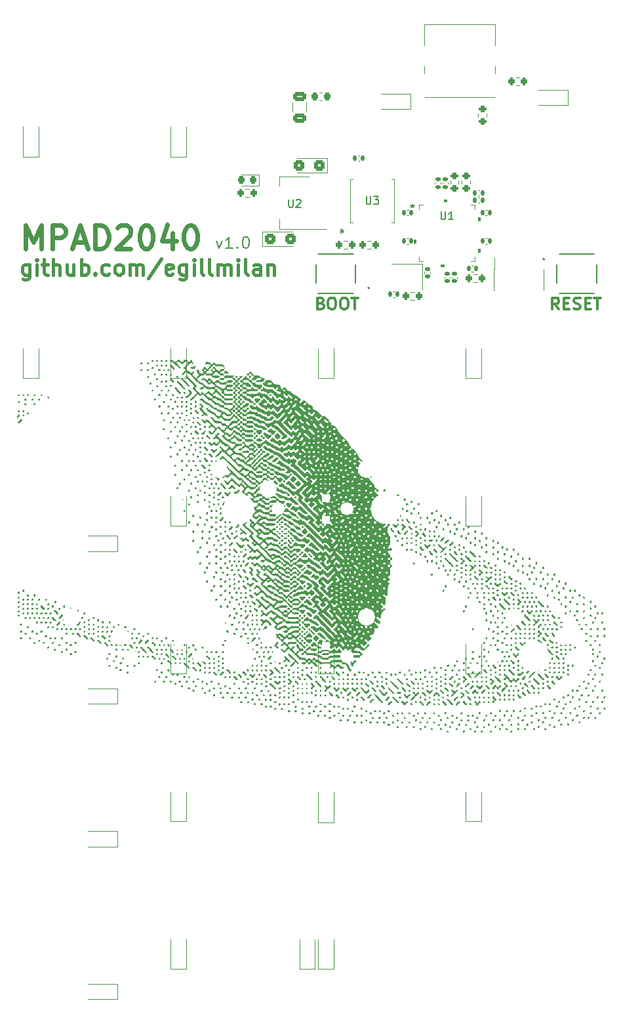
<source format=gto>
G04 #@! TF.GenerationSoftware,KiCad,Pcbnew,(6.0.0)*
G04 #@! TF.CreationDate,2023-01-04T21:38:06+01:00*
G04 #@! TF.ProjectId,MPad2040_V1,4d506164-3230-4343-905f-56312e6b6963,rev?*
G04 #@! TF.SameCoordinates,Original*
G04 #@! TF.FileFunction,Legend,Top*
G04 #@! TF.FilePolarity,Positive*
%FSLAX46Y46*%
G04 Gerber Fmt 4.6, Leading zero omitted, Abs format (unit mm)*
G04 Created by KiCad (PCBNEW (6.0.0)) date 2023-01-04 21:38:06*
%MOMM*%
%LPD*%
G01*
G04 APERTURE LIST*
G04 Aperture macros list*
%AMRoundRect*
0 Rectangle with rounded corners*
0 $1 Rounding radius*
0 $2 $3 $4 $5 $6 $7 $8 $9 X,Y pos of 4 corners*
0 Add a 4 corners polygon primitive as box body*
4,1,4,$2,$3,$4,$5,$6,$7,$8,$9,$2,$3,0*
0 Add four circle primitives for the rounded corners*
1,1,$1+$1,$2,$3*
1,1,$1+$1,$4,$5*
1,1,$1+$1,$6,$7*
1,1,$1+$1,$8,$9*
0 Add four rect primitives between the rounded corners*
20,1,$1+$1,$2,$3,$4,$5,0*
20,1,$1+$1,$4,$5,$6,$7,0*
20,1,$1+$1,$6,$7,$8,$9,0*
20,1,$1+$1,$8,$9,$2,$3,0*%
G04 Aperture macros list end*
%ADD10C,0.200000*%
%ADD11C,0.600000*%
%ADD12C,0.400000*%
%ADD13C,0.300000*%
%ADD14C,0.150000*%
%ADD15C,0.120000*%
%ADD16C,0.127000*%
%ADD17C,0.100000*%
%ADD18C,0.010000*%
%ADD19C,0.800000*%
%ADD20C,5.400000*%
%ADD21C,2.200000*%
%ADD22C,4.000000*%
%ADD23C,1.700000*%
%ADD24C,3.050000*%
%ADD25R,1.100000X1.100000*%
%ADD26RoundRect,0.200000X0.200000X0.275000X-0.200000X0.275000X-0.200000X-0.275000X0.200000X-0.275000X0*%
%ADD27RoundRect,0.200000X-0.275000X0.200000X-0.275000X-0.200000X0.275000X-0.200000X0.275000X0.200000X0*%
%ADD28RoundRect,0.218750X0.218750X0.256250X-0.218750X0.256250X-0.218750X-0.256250X0.218750X-0.256250X0*%
%ADD29RoundRect,0.250000X-0.625000X0.375000X-0.625000X-0.375000X0.625000X-0.375000X0.625000X0.375000X0*%
%ADD30RoundRect,0.140000X-0.140000X-0.170000X0.140000X-0.170000X0.140000X0.170000X-0.140000X0.170000X0*%
%ADD31RoundRect,0.140000X0.140000X0.170000X-0.140000X0.170000X-0.140000X-0.170000X0.140000X-0.170000X0*%
%ADD32R,2.000000X1.500000*%
%ADD33R,2.000000X3.800000*%
%ADD34R,0.750000X2.100000*%
%ADD35R,1.000000X0.750000*%
%ADD36RoundRect,0.140000X0.170000X-0.140000X0.170000X0.140000X-0.170000X0.140000X-0.170000X-0.140000X0*%
%ADD37R,0.532600X1.487399*%
%ADD38RoundRect,0.200000X0.275000X-0.200000X0.275000X0.200000X-0.275000X0.200000X-0.275000X-0.200000X0*%
%ADD39RoundRect,0.250000X0.450000X0.425000X-0.450000X0.425000X-0.450000X-0.425000X0.450000X-0.425000X0*%
%ADD40C,0.700000*%
%ADD41O,0.900000X2.400000*%
%ADD42O,0.900000X1.700000*%
%ADD43RoundRect,0.200000X-0.200000X-0.275000X0.200000X-0.275000X0.200000X0.275000X-0.200000X0.275000X0*%
%ADD44RoundRect,0.140000X-0.170000X0.140000X-0.170000X-0.140000X0.170000X-0.140000X0.170000X0.140000X0*%
%ADD45R,0.807999X0.178600*%
%ADD46R,0.178600X0.807999*%
%ADD47R,3.200400X3.200400*%
%ADD48RoundRect,0.250000X-0.450000X-0.425000X0.450000X-0.425000X0.450000X0.425000X-0.450000X0.425000X0*%
%ADD49R,1.400000X1.200000*%
G04 APERTURE END LIST*
D10*
X135169285Y-56828571D02*
X135526428Y-57828571D01*
X135883571Y-56828571D01*
X137240714Y-57828571D02*
X136383571Y-57828571D01*
X136812142Y-57828571D02*
X136812142Y-56328571D01*
X136669285Y-56542857D01*
X136526428Y-56685714D01*
X136383571Y-56757142D01*
X137883571Y-57685714D02*
X137955000Y-57757142D01*
X137883571Y-57828571D01*
X137812142Y-57757142D01*
X137883571Y-57685714D01*
X137883571Y-57828571D01*
X138883571Y-56328571D02*
X139026428Y-56328571D01*
X139169285Y-56400000D01*
X139240714Y-56471428D01*
X139312142Y-56614285D01*
X139383571Y-56900000D01*
X139383571Y-57257142D01*
X139312142Y-57542857D01*
X139240714Y-57685714D01*
X139169285Y-57757142D01*
X139026428Y-57828571D01*
X138883571Y-57828571D01*
X138740714Y-57757142D01*
X138669285Y-57685714D01*
X138597857Y-57542857D01*
X138526428Y-57257142D01*
X138526428Y-56900000D01*
X138597857Y-56614285D01*
X138669285Y-56471428D01*
X138740714Y-56400000D01*
X138883571Y-56328571D01*
D11*
X110529285Y-57872142D02*
X110529285Y-54872142D01*
X111529285Y-57015000D01*
X112529285Y-54872142D01*
X112529285Y-57872142D01*
X113957857Y-57872142D02*
X113957857Y-54872142D01*
X115100714Y-54872142D01*
X115386428Y-55015000D01*
X115529285Y-55157857D01*
X115672142Y-55443571D01*
X115672142Y-55872142D01*
X115529285Y-56157857D01*
X115386428Y-56300714D01*
X115100714Y-56443571D01*
X113957857Y-56443571D01*
X116815000Y-57015000D02*
X118243571Y-57015000D01*
X116529285Y-57872142D02*
X117529285Y-54872142D01*
X118529285Y-57872142D01*
X119529285Y-57872142D02*
X119529285Y-54872142D01*
X120243571Y-54872142D01*
X120672142Y-55015000D01*
X120957857Y-55300714D01*
X121100714Y-55586428D01*
X121243571Y-56157857D01*
X121243571Y-56586428D01*
X121100714Y-57157857D01*
X120957857Y-57443571D01*
X120672142Y-57729285D01*
X120243571Y-57872142D01*
X119529285Y-57872142D01*
X122386428Y-55157857D02*
X122529285Y-55015000D01*
X122815000Y-54872142D01*
X123529285Y-54872142D01*
X123815000Y-55015000D01*
X123957857Y-55157857D01*
X124100714Y-55443571D01*
X124100714Y-55729285D01*
X123957857Y-56157857D01*
X122243571Y-57872142D01*
X124100714Y-57872142D01*
X125957857Y-54872142D02*
X126243571Y-54872142D01*
X126529285Y-55015000D01*
X126672142Y-55157857D01*
X126815000Y-55443571D01*
X126957857Y-56015000D01*
X126957857Y-56729285D01*
X126815000Y-57300714D01*
X126672142Y-57586428D01*
X126529285Y-57729285D01*
X126243571Y-57872142D01*
X125957857Y-57872142D01*
X125672142Y-57729285D01*
X125529285Y-57586428D01*
X125386428Y-57300714D01*
X125243571Y-56729285D01*
X125243571Y-56015000D01*
X125386428Y-55443571D01*
X125529285Y-55157857D01*
X125672142Y-55015000D01*
X125957857Y-54872142D01*
X129529285Y-55872142D02*
X129529285Y-57872142D01*
X128815000Y-54729285D02*
X128100714Y-56872142D01*
X129957857Y-56872142D01*
X131672142Y-54872142D02*
X131957857Y-54872142D01*
X132243571Y-55015000D01*
X132386428Y-55157857D01*
X132529285Y-55443571D01*
X132672142Y-56015000D01*
X132672142Y-56729285D01*
X132529285Y-57300714D01*
X132386428Y-57586428D01*
X132243571Y-57729285D01*
X131957857Y-57872142D01*
X131672142Y-57872142D01*
X131386428Y-57729285D01*
X131243571Y-57586428D01*
X131100714Y-57300714D01*
X130957857Y-56729285D01*
X130957857Y-56015000D01*
X131100714Y-55443571D01*
X131243571Y-55157857D01*
X131386428Y-55015000D01*
X131672142Y-54872142D01*
D12*
X111018333Y-59896428D02*
X111018333Y-61515476D01*
X110923095Y-61705952D01*
X110827857Y-61801190D01*
X110637380Y-61896428D01*
X110351666Y-61896428D01*
X110161190Y-61801190D01*
X111018333Y-61134523D02*
X110827857Y-61229761D01*
X110446904Y-61229761D01*
X110256428Y-61134523D01*
X110161190Y-61039285D01*
X110065952Y-60848809D01*
X110065952Y-60277380D01*
X110161190Y-60086904D01*
X110256428Y-59991666D01*
X110446904Y-59896428D01*
X110827857Y-59896428D01*
X111018333Y-59991666D01*
X111970714Y-61229761D02*
X111970714Y-59896428D01*
X111970714Y-59229761D02*
X111875476Y-59325000D01*
X111970714Y-59420238D01*
X112065952Y-59325000D01*
X111970714Y-59229761D01*
X111970714Y-59420238D01*
X112637380Y-59896428D02*
X113399285Y-59896428D01*
X112923095Y-59229761D02*
X112923095Y-60944047D01*
X113018333Y-61134523D01*
X113208809Y-61229761D01*
X113399285Y-61229761D01*
X114065952Y-61229761D02*
X114065952Y-59229761D01*
X114923095Y-61229761D02*
X114923095Y-60182142D01*
X114827857Y-59991666D01*
X114637380Y-59896428D01*
X114351666Y-59896428D01*
X114161190Y-59991666D01*
X114065952Y-60086904D01*
X116732619Y-59896428D02*
X116732619Y-61229761D01*
X115875476Y-59896428D02*
X115875476Y-60944047D01*
X115970714Y-61134523D01*
X116161190Y-61229761D01*
X116446904Y-61229761D01*
X116637380Y-61134523D01*
X116732619Y-61039285D01*
X117685000Y-61229761D02*
X117685000Y-59229761D01*
X117685000Y-59991666D02*
X117875476Y-59896428D01*
X118256428Y-59896428D01*
X118446904Y-59991666D01*
X118542142Y-60086904D01*
X118637380Y-60277380D01*
X118637380Y-60848809D01*
X118542142Y-61039285D01*
X118446904Y-61134523D01*
X118256428Y-61229761D01*
X117875476Y-61229761D01*
X117685000Y-61134523D01*
X119494523Y-61039285D02*
X119589761Y-61134523D01*
X119494523Y-61229761D01*
X119399285Y-61134523D01*
X119494523Y-61039285D01*
X119494523Y-61229761D01*
X121304047Y-61134523D02*
X121113571Y-61229761D01*
X120732619Y-61229761D01*
X120542142Y-61134523D01*
X120446904Y-61039285D01*
X120351666Y-60848809D01*
X120351666Y-60277380D01*
X120446904Y-60086904D01*
X120542142Y-59991666D01*
X120732619Y-59896428D01*
X121113571Y-59896428D01*
X121304047Y-59991666D01*
X122446904Y-61229761D02*
X122256428Y-61134523D01*
X122161190Y-61039285D01*
X122065952Y-60848809D01*
X122065952Y-60277380D01*
X122161190Y-60086904D01*
X122256428Y-59991666D01*
X122446904Y-59896428D01*
X122732619Y-59896428D01*
X122923095Y-59991666D01*
X123018333Y-60086904D01*
X123113571Y-60277380D01*
X123113571Y-60848809D01*
X123018333Y-61039285D01*
X122923095Y-61134523D01*
X122732619Y-61229761D01*
X122446904Y-61229761D01*
X123970714Y-61229761D02*
X123970714Y-59896428D01*
X123970714Y-60086904D02*
X124065952Y-59991666D01*
X124256428Y-59896428D01*
X124542142Y-59896428D01*
X124732619Y-59991666D01*
X124827857Y-60182142D01*
X124827857Y-61229761D01*
X124827857Y-60182142D02*
X124923095Y-59991666D01*
X125113571Y-59896428D01*
X125399285Y-59896428D01*
X125589761Y-59991666D01*
X125685000Y-60182142D01*
X125685000Y-61229761D01*
X128065952Y-59134523D02*
X126351666Y-61705952D01*
X129494523Y-61134523D02*
X129304047Y-61229761D01*
X128923095Y-61229761D01*
X128732619Y-61134523D01*
X128637380Y-60944047D01*
X128637380Y-60182142D01*
X128732619Y-59991666D01*
X128923095Y-59896428D01*
X129304047Y-59896428D01*
X129494523Y-59991666D01*
X129589761Y-60182142D01*
X129589761Y-60372619D01*
X128637380Y-60563095D01*
X131304047Y-59896428D02*
X131304047Y-61515476D01*
X131208809Y-61705952D01*
X131113571Y-61801190D01*
X130923095Y-61896428D01*
X130637380Y-61896428D01*
X130446904Y-61801190D01*
X131304047Y-61134523D02*
X131113571Y-61229761D01*
X130732619Y-61229761D01*
X130542142Y-61134523D01*
X130446904Y-61039285D01*
X130351666Y-60848809D01*
X130351666Y-60277380D01*
X130446904Y-60086904D01*
X130542142Y-59991666D01*
X130732619Y-59896428D01*
X131113571Y-59896428D01*
X131304047Y-59991666D01*
X132256428Y-61229761D02*
X132256428Y-59896428D01*
X132256428Y-59229761D02*
X132161190Y-59325000D01*
X132256428Y-59420238D01*
X132351666Y-59325000D01*
X132256428Y-59229761D01*
X132256428Y-59420238D01*
X133494523Y-61229761D02*
X133304047Y-61134523D01*
X133208809Y-60944047D01*
X133208809Y-59229761D01*
X134542142Y-61229761D02*
X134351666Y-61134523D01*
X134256428Y-60944047D01*
X134256428Y-59229761D01*
X135304047Y-61229761D02*
X135304047Y-59896428D01*
X135304047Y-60086904D02*
X135399285Y-59991666D01*
X135589761Y-59896428D01*
X135875476Y-59896428D01*
X136065952Y-59991666D01*
X136161190Y-60182142D01*
X136161190Y-61229761D01*
X136161190Y-60182142D02*
X136256428Y-59991666D01*
X136446904Y-59896428D01*
X136732619Y-59896428D01*
X136923095Y-59991666D01*
X137018333Y-60182142D01*
X137018333Y-61229761D01*
X137970714Y-61229761D02*
X137970714Y-59896428D01*
X137970714Y-59229761D02*
X137875476Y-59325000D01*
X137970714Y-59420238D01*
X138065952Y-59325000D01*
X137970714Y-59229761D01*
X137970714Y-59420238D01*
X139208809Y-61229761D02*
X139018333Y-61134523D01*
X138923095Y-60944047D01*
X138923095Y-59229761D01*
X140827857Y-61229761D02*
X140827857Y-60182142D01*
X140732619Y-59991666D01*
X140542142Y-59896428D01*
X140161190Y-59896428D01*
X139970714Y-59991666D01*
X140827857Y-61134523D02*
X140637380Y-61229761D01*
X140161190Y-61229761D01*
X139970714Y-61134523D01*
X139875476Y-60944047D01*
X139875476Y-60753571D01*
X139970714Y-60563095D01*
X140161190Y-60467857D01*
X140637380Y-60467857D01*
X140827857Y-60372619D01*
X141780238Y-59896428D02*
X141780238Y-61229761D01*
X141780238Y-60086904D02*
X141875476Y-59991666D01*
X142065952Y-59896428D01*
X142351666Y-59896428D01*
X142542142Y-59991666D01*
X142637380Y-60182142D01*
X142637380Y-61229761D01*
D13*
X179382428Y-65702571D02*
X178882428Y-64988285D01*
X178525285Y-65702571D02*
X178525285Y-64202571D01*
X179096714Y-64202571D01*
X179239571Y-64274000D01*
X179311000Y-64345428D01*
X179382428Y-64488285D01*
X179382428Y-64702571D01*
X179311000Y-64845428D01*
X179239571Y-64916857D01*
X179096714Y-64988285D01*
X178525285Y-64988285D01*
X180025285Y-64916857D02*
X180525285Y-64916857D01*
X180739571Y-65702571D02*
X180025285Y-65702571D01*
X180025285Y-64202571D01*
X180739571Y-64202571D01*
X181311000Y-65631142D02*
X181525285Y-65702571D01*
X181882428Y-65702571D01*
X182025285Y-65631142D01*
X182096714Y-65559714D01*
X182168142Y-65416857D01*
X182168142Y-65274000D01*
X182096714Y-65131142D01*
X182025285Y-65059714D01*
X181882428Y-64988285D01*
X181596714Y-64916857D01*
X181453857Y-64845428D01*
X181382428Y-64774000D01*
X181311000Y-64631142D01*
X181311000Y-64488285D01*
X181382428Y-64345428D01*
X181453857Y-64274000D01*
X181596714Y-64202571D01*
X181953857Y-64202571D01*
X182168142Y-64274000D01*
X182811000Y-64916857D02*
X183311000Y-64916857D01*
X183525285Y-65702571D02*
X182811000Y-65702571D01*
X182811000Y-64202571D01*
X183525285Y-64202571D01*
X183953857Y-64202571D02*
X184811000Y-64202571D01*
X184382428Y-65702571D02*
X184382428Y-64202571D01*
X148664285Y-64916857D02*
X148878571Y-64988285D01*
X148950000Y-65059714D01*
X149021428Y-65202571D01*
X149021428Y-65416857D01*
X148950000Y-65559714D01*
X148878571Y-65631142D01*
X148735714Y-65702571D01*
X148164285Y-65702571D01*
X148164285Y-64202571D01*
X148664285Y-64202571D01*
X148807142Y-64274000D01*
X148878571Y-64345428D01*
X148950000Y-64488285D01*
X148950000Y-64631142D01*
X148878571Y-64774000D01*
X148807142Y-64845428D01*
X148664285Y-64916857D01*
X148164285Y-64916857D01*
X149950000Y-64202571D02*
X150235714Y-64202571D01*
X150378571Y-64274000D01*
X150521428Y-64416857D01*
X150592857Y-64702571D01*
X150592857Y-65202571D01*
X150521428Y-65488285D01*
X150378571Y-65631142D01*
X150235714Y-65702571D01*
X149950000Y-65702571D01*
X149807142Y-65631142D01*
X149664285Y-65488285D01*
X149592857Y-65202571D01*
X149592857Y-64702571D01*
X149664285Y-64416857D01*
X149807142Y-64274000D01*
X149950000Y-64202571D01*
X151521428Y-64202571D02*
X151807142Y-64202571D01*
X151950000Y-64274000D01*
X152092857Y-64416857D01*
X152164285Y-64702571D01*
X152164285Y-65202571D01*
X152092857Y-65488285D01*
X151950000Y-65631142D01*
X151807142Y-65702571D01*
X151521428Y-65702571D01*
X151378571Y-65631142D01*
X151235714Y-65488285D01*
X151164285Y-65202571D01*
X151164285Y-64702571D01*
X151235714Y-64416857D01*
X151378571Y-64274000D01*
X151521428Y-64202571D01*
X152592857Y-64202571D02*
X153450000Y-64202571D01*
X153021428Y-65702571D02*
X153021428Y-64202571D01*
D14*
X144477095Y-51522380D02*
X144477095Y-52331904D01*
X144524714Y-52427142D01*
X144572333Y-52474761D01*
X144667571Y-52522380D01*
X144858047Y-52522380D01*
X144953285Y-52474761D01*
X145000904Y-52427142D01*
X145048523Y-52331904D01*
X145048523Y-51522380D01*
X145477095Y-51617619D02*
X145524714Y-51570000D01*
X145619952Y-51522380D01*
X145858047Y-51522380D01*
X145953285Y-51570000D01*
X146000904Y-51617619D01*
X146048523Y-51712857D01*
X146048523Y-51808095D01*
X146000904Y-51950952D01*
X145429476Y-52522380D01*
X146048523Y-52522380D01*
X154510095Y-51141380D02*
X154510095Y-51950904D01*
X154557714Y-52046142D01*
X154605333Y-52093761D01*
X154700571Y-52141380D01*
X154891047Y-52141380D01*
X154986285Y-52093761D01*
X155033904Y-52046142D01*
X155081523Y-51950904D01*
X155081523Y-51141380D01*
X155462476Y-51141380D02*
X156081523Y-51141380D01*
X155748190Y-51522333D01*
X155891047Y-51522333D01*
X155986285Y-51569952D01*
X156033904Y-51617571D01*
X156081523Y-51712809D01*
X156081523Y-51950904D01*
X156033904Y-52046142D01*
X155986285Y-52093761D01*
X155891047Y-52141380D01*
X155605333Y-52141380D01*
X155510095Y-52093761D01*
X155462476Y-52046142D01*
X151143780Y-55600600D02*
X151381876Y-55600600D01*
X151286638Y-55838695D02*
X151381876Y-55600600D01*
X151286638Y-55362504D01*
X151572352Y-55743457D02*
X151381876Y-55600600D01*
X151572352Y-55457742D01*
X164162095Y-53082380D02*
X164162095Y-53891904D01*
X164209714Y-53987142D01*
X164257333Y-54034761D01*
X164352571Y-54082380D01*
X164543047Y-54082380D01*
X164638285Y-54034761D01*
X164685904Y-53987142D01*
X164733523Y-53891904D01*
X164733523Y-53082380D01*
X165733523Y-54082380D02*
X165162095Y-54082380D01*
X165447809Y-54082380D02*
X165447809Y-53082380D01*
X165352571Y-53225238D01*
X165257333Y-53320476D01*
X165162095Y-53368095D01*
X160483800Y-52157380D02*
X160483800Y-52395476D01*
X160245704Y-52300238D02*
X160483800Y-52395476D01*
X160721895Y-52300238D01*
X160340942Y-52585952D02*
X160483800Y-52395476D01*
X160626657Y-52585952D01*
G36*
X165148918Y-120081715D02*
G01*
X165168118Y-120142000D01*
X165107267Y-120245356D01*
X165040020Y-120274463D01*
X164936264Y-120249000D01*
X164911922Y-120142000D01*
X164948970Y-120021861D01*
X165040020Y-120009537D01*
X165148918Y-120081715D01*
G37*
G36*
X167229915Y-120035043D02*
G01*
X167240512Y-120122860D01*
X167172467Y-120241334D01*
X167066961Y-120277247D01*
X166980597Y-120225628D01*
X166961490Y-120147367D01*
X167009717Y-120022223D01*
X167113255Y-119995602D01*
X167229915Y-120035043D01*
G37*
G36*
X168693892Y-120035043D02*
G01*
X168704489Y-120122860D01*
X168636444Y-120241334D01*
X168530938Y-120277247D01*
X168444574Y-120225628D01*
X168425467Y-120147367D01*
X168473694Y-120022223D01*
X168577232Y-119995602D01*
X168693892Y-120035043D01*
G37*
G36*
X169572278Y-120035043D02*
G01*
X169582875Y-120122860D01*
X169514830Y-120241334D01*
X169409324Y-120277247D01*
X169322960Y-120225628D01*
X169303853Y-120147367D01*
X169352080Y-120022223D01*
X169455618Y-119995602D01*
X169572278Y-120035043D01*
G37*
G36*
X170743460Y-120035043D02*
G01*
X170754057Y-120122860D01*
X170686012Y-120241334D01*
X170580506Y-120277247D01*
X170494142Y-120225628D01*
X170475035Y-120147367D01*
X170523262Y-120022223D01*
X170626800Y-119995602D01*
X170743460Y-120035043D01*
G37*
G36*
X173378618Y-120035043D02*
G01*
X173389216Y-120122860D01*
X173321171Y-120241334D01*
X173215664Y-120277247D01*
X173129300Y-120225628D01*
X173110193Y-120147367D01*
X173158420Y-120022223D01*
X173261958Y-119995602D01*
X173378618Y-120035043D01*
G37*
G36*
X161635374Y-119788920D02*
G01*
X161654574Y-119849205D01*
X161593722Y-119952560D01*
X161526476Y-119981667D01*
X161422719Y-119956205D01*
X161398378Y-119849205D01*
X161435425Y-119729066D01*
X161526476Y-119716742D01*
X161635374Y-119788920D01*
G37*
G36*
X163099351Y-119788920D02*
G01*
X163118551Y-119849205D01*
X163057699Y-119952560D01*
X162990453Y-119981667D01*
X162886696Y-119956205D01*
X162862355Y-119849205D01*
X162899402Y-119729066D01*
X162990453Y-119716742D01*
X163099351Y-119788920D01*
G37*
G36*
X164270532Y-119788920D02*
G01*
X164289732Y-119849205D01*
X164228881Y-119952560D01*
X164161634Y-119981667D01*
X164057878Y-119956205D01*
X164033536Y-119849205D01*
X164070584Y-119729066D01*
X164161634Y-119716742D01*
X164270532Y-119788920D01*
G37*
G36*
X166343325Y-119748814D02*
G01*
X166361163Y-119849100D01*
X166293354Y-119947062D01*
X166210361Y-119981829D01*
X166106171Y-119954858D01*
X166083104Y-119854572D01*
X166131331Y-119729428D01*
X166234869Y-119702807D01*
X166343325Y-119748814D01*
G37*
G36*
X168100097Y-119748814D02*
G01*
X168117935Y-119849100D01*
X168050126Y-119947062D01*
X167967134Y-119981829D01*
X167862943Y-119954858D01*
X167839876Y-119854572D01*
X167888103Y-119729428D01*
X167991641Y-119702807D01*
X168100097Y-119748814D01*
G37*
G36*
X171914641Y-119742248D02*
G01*
X171925239Y-119830064D01*
X171857194Y-119948538D01*
X171751688Y-119984451D01*
X171665323Y-119932833D01*
X171646216Y-119854572D01*
X171694443Y-119729428D01*
X171797981Y-119702807D01*
X171914641Y-119742248D01*
G37*
G36*
X172793027Y-119742248D02*
G01*
X172803625Y-119830064D01*
X172735580Y-119948538D01*
X172630074Y-119984451D01*
X172543710Y-119932833D01*
X172524602Y-119854572D01*
X172572829Y-119729428D01*
X172676367Y-119702807D01*
X172793027Y-119742248D01*
G37*
G36*
X174257004Y-119742248D02*
G01*
X174267602Y-119830064D01*
X174199557Y-119948538D01*
X174094051Y-119984451D01*
X174007687Y-119932833D01*
X173988579Y-119854572D01*
X174036806Y-119729428D01*
X174140344Y-119702807D01*
X174257004Y-119742248D01*
G37*
G36*
X175135390Y-119742248D02*
G01*
X175145988Y-119830064D01*
X175077943Y-119948538D01*
X174972437Y-119984451D01*
X174886073Y-119932833D01*
X174866965Y-119854572D01*
X174915193Y-119729428D01*
X175018730Y-119702807D01*
X175135390Y-119742248D01*
G37*
G36*
X176306572Y-119742248D02*
G01*
X176317169Y-119830064D01*
X176249124Y-119948538D01*
X176143618Y-119984451D01*
X176057254Y-119932833D01*
X176038147Y-119854572D01*
X176086374Y-119729428D01*
X176189912Y-119702807D01*
X176306572Y-119742248D01*
G37*
G36*
X177770549Y-119742248D02*
G01*
X177781146Y-119830064D01*
X177713101Y-119948538D01*
X177607595Y-119984451D01*
X177521231Y-119932833D01*
X177502124Y-119854572D01*
X177550351Y-119729428D01*
X177653889Y-119702807D01*
X177770549Y-119742248D01*
G37*
G36*
X158645688Y-119435109D02*
G01*
X158735271Y-119513178D01*
X158730561Y-119623230D01*
X158617807Y-119698692D01*
X158493284Y-119662201D01*
X158442890Y-119590238D01*
X158460388Y-119471046D01*
X158513177Y-119434121D01*
X158645688Y-119435109D01*
G37*
G36*
X159878601Y-119496124D02*
G01*
X159897801Y-119556409D01*
X159836950Y-119659765D01*
X159769703Y-119688872D01*
X159665947Y-119663409D01*
X159641605Y-119556409D01*
X159678653Y-119436271D01*
X159769703Y-119423947D01*
X159878601Y-119496124D01*
G37*
G36*
X160756988Y-119496124D02*
G01*
X160776187Y-119556409D01*
X160715336Y-119659765D01*
X160648089Y-119688872D01*
X160544333Y-119663409D01*
X160519991Y-119556409D01*
X160557039Y-119436271D01*
X160648089Y-119423947D01*
X160756988Y-119496124D01*
G37*
G36*
X162220965Y-119496124D02*
G01*
X162240164Y-119556409D01*
X162179313Y-119659765D01*
X162112066Y-119688872D01*
X162008310Y-119663409D01*
X161983968Y-119556409D01*
X162021016Y-119436271D01*
X162112066Y-119423947D01*
X162220965Y-119496124D01*
G37*
G36*
X165441714Y-119496124D02*
G01*
X165460914Y-119556409D01*
X165400062Y-119659765D01*
X165332816Y-119688872D01*
X165229059Y-119663409D01*
X165204718Y-119556409D01*
X165241765Y-119436271D01*
X165332816Y-119423947D01*
X165441714Y-119496124D01*
G37*
G36*
X168986687Y-119449453D02*
G01*
X168997285Y-119537269D01*
X168929240Y-119655743D01*
X168823734Y-119691656D01*
X168737370Y-119640037D01*
X168718262Y-119561777D01*
X168766489Y-119436632D01*
X168870027Y-119410012D01*
X168986687Y-119449453D01*
G37*
G36*
X169833645Y-119496124D02*
G01*
X169852844Y-119556409D01*
X169791993Y-119659765D01*
X169724746Y-119688872D01*
X169620990Y-119663409D01*
X169596648Y-119556409D01*
X169633696Y-119436271D01*
X169724746Y-119423947D01*
X169833645Y-119496124D01*
G37*
G36*
X171320847Y-119456019D02*
G01*
X171338684Y-119556305D01*
X171270876Y-119654267D01*
X171187883Y-119689034D01*
X171083692Y-119662062D01*
X171060625Y-119561777D01*
X171108852Y-119436632D01*
X171212390Y-119410012D01*
X171320847Y-119456019D01*
G37*
G36*
X176892987Y-119450702D02*
G01*
X176903601Y-119532044D01*
X176834247Y-119656193D01*
X176725856Y-119685827D01*
X176674062Y-119655533D01*
X176622208Y-119529948D01*
X176687717Y-119431222D01*
X176775503Y-119410012D01*
X176892987Y-119450702D01*
G37*
G36*
X178941731Y-119449453D02*
G01*
X178952328Y-119537269D01*
X178884283Y-119655743D01*
X178778777Y-119691656D01*
X178692413Y-119640037D01*
X178673306Y-119561777D01*
X178721533Y-119436632D01*
X178825070Y-119410012D01*
X178941731Y-119449453D01*
G37*
G36*
X157474507Y-119142314D02*
G01*
X157564090Y-119220382D01*
X157559380Y-119330435D01*
X157446626Y-119405897D01*
X157322103Y-119369406D01*
X157271708Y-119297442D01*
X157289207Y-119178251D01*
X157341996Y-119141325D01*
X157474507Y-119142314D01*
G37*
G36*
X163977737Y-119203329D02*
G01*
X163996937Y-119263614D01*
X163936085Y-119366970D01*
X163868839Y-119396077D01*
X163765082Y-119370614D01*
X163740741Y-119263614D01*
X163777788Y-119143475D01*
X163868839Y-119131151D01*
X163977737Y-119203329D01*
G37*
G36*
X164856123Y-119203329D02*
G01*
X164875323Y-119263614D01*
X164814472Y-119366970D01*
X164747225Y-119396077D01*
X164643469Y-119370614D01*
X164619127Y-119263614D01*
X164656174Y-119143475D01*
X164747225Y-119131151D01*
X164856123Y-119203329D01*
G37*
G36*
X166636120Y-119163223D02*
G01*
X166653958Y-119263510D01*
X166586149Y-119361472D01*
X166503157Y-119396239D01*
X166398966Y-119369267D01*
X166375899Y-119268981D01*
X166424126Y-119143837D01*
X166527664Y-119117216D01*
X166636120Y-119163223D01*
G37*
G36*
X167514506Y-119163223D02*
G01*
X167532344Y-119263510D01*
X167464536Y-119361472D01*
X167381543Y-119396239D01*
X167277352Y-119369267D01*
X167254285Y-119268981D01*
X167302512Y-119143837D01*
X167406050Y-119117216D01*
X167514506Y-119163223D01*
G37*
G36*
X170442460Y-119163223D02*
G01*
X170460298Y-119263510D01*
X170392489Y-119361472D01*
X170309497Y-119396239D01*
X170205306Y-119369267D01*
X170182239Y-119268981D01*
X170230466Y-119143837D01*
X170334004Y-119117216D01*
X170442460Y-119163223D01*
G37*
G36*
X172199233Y-119163223D02*
G01*
X172217071Y-119263510D01*
X172149262Y-119361472D01*
X172066269Y-119396239D01*
X171962079Y-119369267D01*
X171939012Y-119268981D01*
X171987239Y-119143837D01*
X172090777Y-119117216D01*
X172199233Y-119163223D01*
G37*
G36*
X173370414Y-119163223D02*
G01*
X173388252Y-119263510D01*
X173320443Y-119361472D01*
X173237451Y-119396239D01*
X173133260Y-119369267D01*
X173110193Y-119268981D01*
X173158420Y-119143837D01*
X173261958Y-119117216D01*
X173370414Y-119163223D01*
G37*
G36*
X174257828Y-119157906D02*
G01*
X174268442Y-119239248D01*
X174199089Y-119363398D01*
X174090698Y-119393032D01*
X174038904Y-119362737D01*
X173987049Y-119237153D01*
X174052559Y-119138426D01*
X174140344Y-119117216D01*
X174257828Y-119157906D01*
G37*
G36*
X175428186Y-119156657D02*
G01*
X175438783Y-119244474D01*
X175370738Y-119362947D01*
X175265232Y-119398861D01*
X175178868Y-119347242D01*
X175159761Y-119268981D01*
X175207988Y-119143837D01*
X175311526Y-119117216D01*
X175428186Y-119156657D01*
G37*
G36*
X178356140Y-119156657D02*
G01*
X178366737Y-119244474D01*
X178298692Y-119362947D01*
X178193186Y-119398861D01*
X178106822Y-119347242D01*
X178087715Y-119268981D01*
X178135942Y-119143837D01*
X178239480Y-119117216D01*
X178356140Y-119156657D01*
G37*
G36*
X179820941Y-119157906D02*
G01*
X179831555Y-119239248D01*
X179762201Y-119363398D01*
X179653810Y-119393032D01*
X179602016Y-119362737D01*
X179550161Y-119237153D01*
X179615671Y-119138426D01*
X179703457Y-119117216D01*
X179820941Y-119157906D01*
G37*
G36*
X180699327Y-119157906D02*
G01*
X180709941Y-119239248D01*
X180640588Y-119363398D01*
X180532196Y-119393032D01*
X180480402Y-119362737D01*
X180428548Y-119237153D01*
X180494057Y-119138426D01*
X180581843Y-119117216D01*
X180699327Y-119157906D01*
G37*
G36*
X153082576Y-118849518D02*
G01*
X153172159Y-118927587D01*
X153167449Y-119037639D01*
X153054695Y-119113102D01*
X152930172Y-119076610D01*
X152879777Y-119004647D01*
X152897276Y-118885456D01*
X152950065Y-118848530D01*
X153082576Y-118849518D01*
G37*
G36*
X153960962Y-118849518D02*
G01*
X154050545Y-118927587D01*
X154045835Y-119037639D01*
X153933081Y-119113102D01*
X153808558Y-119076610D01*
X153758164Y-119004647D01*
X153775662Y-118885456D01*
X153828451Y-118848530D01*
X153960962Y-118849518D01*
G37*
G36*
X155132144Y-118849518D02*
G01*
X155221727Y-118927587D01*
X155217017Y-119037639D01*
X155104263Y-119113102D01*
X154979739Y-119076610D01*
X154929345Y-119004647D01*
X154946843Y-118885456D01*
X154999633Y-118848530D01*
X155132144Y-118849518D01*
G37*
G36*
X156010530Y-118849518D02*
G01*
X156100113Y-118927587D01*
X156095403Y-119037639D01*
X155982649Y-119113102D01*
X155858126Y-119076610D01*
X155807731Y-119004647D01*
X155825230Y-118885456D01*
X155878019Y-118848530D01*
X156010530Y-118849518D01*
G37*
G36*
X156888916Y-118849518D02*
G01*
X156978499Y-118927587D01*
X156973789Y-119037639D01*
X156861035Y-119113102D01*
X156736512Y-119076610D01*
X156686117Y-119004647D01*
X156703616Y-118885456D01*
X156756405Y-118848530D01*
X156888916Y-118849518D01*
G37*
G36*
X158060098Y-118849518D02*
G01*
X158149681Y-118927587D01*
X158144971Y-119037639D01*
X158032217Y-119113102D01*
X157907693Y-119076610D01*
X157857299Y-119004647D01*
X157874797Y-118885456D01*
X157927587Y-118848530D01*
X158060098Y-118849518D01*
G37*
G36*
X159293011Y-118910533D02*
G01*
X159312210Y-118970819D01*
X159251359Y-119074174D01*
X159184112Y-119103281D01*
X159080356Y-119077818D01*
X159056014Y-118970819D01*
X159093062Y-118850680D01*
X159184112Y-118838356D01*
X159293011Y-118910533D01*
G37*
G36*
X160171397Y-118910533D02*
G01*
X160190597Y-118970819D01*
X160129745Y-119074174D01*
X160062499Y-119103281D01*
X159958742Y-119077818D01*
X159934401Y-118970819D01*
X159971448Y-118850680D01*
X160062499Y-118838356D01*
X160171397Y-118910533D01*
G37*
G36*
X161635374Y-118910533D02*
G01*
X161654574Y-118970819D01*
X161593722Y-119074174D01*
X161526476Y-119103281D01*
X161422719Y-119077818D01*
X161398378Y-118970819D01*
X161435425Y-118850680D01*
X161526476Y-118838356D01*
X161635374Y-118910533D01*
G37*
G36*
X162513760Y-118910533D02*
G01*
X162532960Y-118970819D01*
X162472108Y-119074174D01*
X162404862Y-119103281D01*
X162301105Y-119077818D01*
X162276764Y-118970819D01*
X162313811Y-118850680D01*
X162404862Y-118838356D01*
X162513760Y-118910533D01*
G37*
G36*
X163392146Y-118910533D02*
G01*
X163411346Y-118970819D01*
X163350495Y-119074174D01*
X163283248Y-119103281D01*
X163179492Y-119077818D01*
X163155150Y-118970819D01*
X163192197Y-118850680D01*
X163283248Y-118838356D01*
X163392146Y-118910533D01*
G37*
G36*
X165757734Y-118870428D02*
G01*
X165775572Y-118970714D01*
X165707763Y-119068676D01*
X165624770Y-119103443D01*
X165520580Y-119076472D01*
X165497513Y-118976186D01*
X165545740Y-118851042D01*
X165649278Y-118824421D01*
X165757734Y-118870428D01*
G37*
G36*
X168685688Y-118870428D02*
G01*
X168703526Y-118970714D01*
X168635717Y-119068676D01*
X168552724Y-119103443D01*
X168448534Y-119076472D01*
X168425467Y-118976186D01*
X168473694Y-118851042D01*
X168577232Y-118824421D01*
X168685688Y-118870428D01*
G37*
G36*
X176014601Y-118865111D02*
G01*
X176025215Y-118946453D01*
X175955861Y-119070602D01*
X175847470Y-119100237D01*
X175795676Y-119069942D01*
X175743821Y-118944358D01*
X175809331Y-118845631D01*
X175897117Y-118824421D01*
X176014601Y-118865111D01*
G37*
G36*
X177469550Y-118870428D02*
G01*
X177487388Y-118970714D01*
X177419579Y-119068676D01*
X177336586Y-119103443D01*
X177232396Y-119076472D01*
X177209329Y-118976186D01*
X177257556Y-118851042D01*
X177361094Y-118824421D01*
X177469550Y-118870428D01*
G37*
G36*
X182163304Y-118865111D02*
G01*
X182173918Y-118946453D01*
X182104564Y-119070602D01*
X181996173Y-119100237D01*
X181944379Y-119069942D01*
X181892525Y-118944358D01*
X181958034Y-118845631D01*
X182045820Y-118824421D01*
X182163304Y-118865111D01*
G37*
G36*
X151369240Y-118578113D02*
G01*
X151429359Y-118661231D01*
X151425056Y-118696361D01*
X151334426Y-118790419D01*
X151200952Y-118806850D01*
X151112503Y-118748897D01*
X151109260Y-118630356D01*
X151137357Y-118588727D01*
X151250341Y-118545877D01*
X151369240Y-118578113D01*
G37*
G36*
X152247626Y-118578113D02*
G01*
X152307746Y-118661231D01*
X152303442Y-118696361D01*
X152212812Y-118790419D01*
X152079338Y-118806850D01*
X151990889Y-118748897D01*
X151987646Y-118630356D01*
X152015743Y-118588727D01*
X152128727Y-118545877D01*
X152247626Y-118578113D01*
G37*
G36*
X154546553Y-118556723D02*
G01*
X154636136Y-118634791D01*
X154631426Y-118744844D01*
X154518672Y-118820306D01*
X154394149Y-118783815D01*
X154343754Y-118711852D01*
X154361253Y-118592660D01*
X154414042Y-118555734D01*
X154546553Y-118556723D01*
G37*
G36*
X158645688Y-118556723D02*
G01*
X158735271Y-118634791D01*
X158730561Y-118744844D01*
X158617807Y-118820306D01*
X158493284Y-118783815D01*
X158442890Y-118711852D01*
X158460388Y-118592660D01*
X158513177Y-118555734D01*
X158645688Y-118556723D01*
G37*
G36*
X161049783Y-118617738D02*
G01*
X161068983Y-118678023D01*
X161008132Y-118781379D01*
X160940885Y-118810486D01*
X160837128Y-118785023D01*
X160812787Y-118678023D01*
X160849834Y-118557884D01*
X160940885Y-118545560D01*
X161049783Y-118617738D01*
G37*
G36*
X164270532Y-118617738D02*
G01*
X164289732Y-118678023D01*
X164228881Y-118781379D01*
X164161634Y-118810486D01*
X164057878Y-118785023D01*
X164033536Y-118678023D01*
X164070584Y-118557884D01*
X164161634Y-118545560D01*
X164270532Y-118617738D01*
G37*
G36*
X166928916Y-118577633D02*
G01*
X166946754Y-118677919D01*
X166878945Y-118775881D01*
X166795952Y-118810648D01*
X166691762Y-118783676D01*
X166668695Y-118683390D01*
X166716922Y-118558246D01*
X166820460Y-118531625D01*
X166928916Y-118577633D01*
G37*
G36*
X167784077Y-118617738D02*
G01*
X167803277Y-118678023D01*
X167742425Y-118781379D01*
X167675179Y-118810486D01*
X167571422Y-118785023D01*
X167547081Y-118678023D01*
X167584128Y-118557884D01*
X167675179Y-118545560D01*
X167784077Y-118617738D01*
G37*
G36*
X169856870Y-118577633D02*
G01*
X169874707Y-118677919D01*
X169806899Y-118775881D01*
X169723906Y-118810648D01*
X169619715Y-118783676D01*
X169596648Y-118683390D01*
X169644876Y-118558246D01*
X169748413Y-118531625D01*
X169856870Y-118577633D01*
G37*
G36*
X171036255Y-118571067D02*
G01*
X171046852Y-118658883D01*
X170978807Y-118777357D01*
X170873301Y-118813270D01*
X170786937Y-118761651D01*
X170767830Y-118683390D01*
X170816057Y-118558246D01*
X170919595Y-118531625D01*
X171036255Y-118571067D01*
G37*
G36*
X171914641Y-118571067D02*
G01*
X171925239Y-118658883D01*
X171857194Y-118777357D01*
X171751688Y-118813270D01*
X171665323Y-118761651D01*
X171646216Y-118683390D01*
X171694443Y-118558246D01*
X171797981Y-118531625D01*
X171914641Y-118571067D01*
G37*
G36*
X173085823Y-118571067D02*
G01*
X173096420Y-118658883D01*
X173028375Y-118777357D01*
X172922869Y-118813270D01*
X172836505Y-118761651D01*
X172817398Y-118683390D01*
X172865625Y-118558246D01*
X172969163Y-118531625D01*
X173085823Y-118571067D01*
G37*
G36*
X174834391Y-118577633D02*
G01*
X174852229Y-118677919D01*
X174784420Y-118775881D01*
X174701428Y-118810648D01*
X174597237Y-118783676D01*
X174574170Y-118683390D01*
X174622397Y-118558246D01*
X174725935Y-118531625D01*
X174834391Y-118577633D01*
G37*
G36*
X176892163Y-118571067D02*
G01*
X176902760Y-118658883D01*
X176834715Y-118777357D01*
X176729209Y-118813270D01*
X176642845Y-118761651D01*
X176623738Y-118683390D01*
X176671965Y-118558246D01*
X176775503Y-118531625D01*
X176892163Y-118571067D01*
G37*
G36*
X179528145Y-118572316D02*
G01*
X179538759Y-118653658D01*
X179469406Y-118777807D01*
X179361015Y-118807441D01*
X179309221Y-118777147D01*
X179257366Y-118651562D01*
X179322876Y-118552836D01*
X179410661Y-118531625D01*
X179528145Y-118572316D01*
G37*
G36*
X181284918Y-118572316D02*
G01*
X181295532Y-118653658D01*
X181226178Y-118777807D01*
X181117787Y-118807441D01*
X181065993Y-118777147D01*
X181014138Y-118651562D01*
X181079648Y-118552836D01*
X181167434Y-118531625D01*
X181284918Y-118572316D01*
G37*
G36*
X149905263Y-118285317D02*
G01*
X149965382Y-118368436D01*
X149961079Y-118403566D01*
X149870449Y-118497624D01*
X149736975Y-118514054D01*
X149648526Y-118456102D01*
X149645283Y-118337561D01*
X149673380Y-118295931D01*
X149786364Y-118253081D01*
X149905263Y-118285317D01*
G37*
G36*
X155424939Y-118263927D02*
G01*
X155514522Y-118341996D01*
X155509812Y-118452049D01*
X155397058Y-118527511D01*
X155272535Y-118491020D01*
X155222141Y-118419056D01*
X155239639Y-118299865D01*
X155292428Y-118262939D01*
X155424939Y-118263927D01*
G37*
G36*
X156303325Y-118263927D02*
G01*
X156392908Y-118341996D01*
X156388198Y-118452049D01*
X156275444Y-118527511D01*
X156150921Y-118491020D01*
X156100527Y-118419056D01*
X156118025Y-118299865D01*
X156170814Y-118262939D01*
X156303325Y-118263927D01*
G37*
G36*
X157181712Y-118263927D02*
G01*
X157271294Y-118341996D01*
X157266585Y-118452049D01*
X157153830Y-118527511D01*
X157029307Y-118491020D01*
X156978913Y-118419056D01*
X156996411Y-118299865D01*
X157049200Y-118262939D01*
X157181712Y-118263927D01*
G37*
G36*
X159585806Y-118324943D02*
G01*
X159605006Y-118385228D01*
X159544155Y-118488584D01*
X159476908Y-118517691D01*
X159373152Y-118492228D01*
X159348810Y-118385228D01*
X159385857Y-118265089D01*
X159476908Y-118252765D01*
X159585806Y-118324943D01*
G37*
G36*
X161928169Y-118324943D02*
G01*
X161947369Y-118385228D01*
X161886518Y-118488584D01*
X161819271Y-118517691D01*
X161715515Y-118492228D01*
X161691173Y-118385228D01*
X161728220Y-118265089D01*
X161819271Y-118252765D01*
X161928169Y-118324943D01*
G37*
G36*
X162806555Y-118324943D02*
G01*
X162825755Y-118385228D01*
X162764904Y-118488584D01*
X162697657Y-118517691D01*
X162593901Y-118492228D01*
X162569559Y-118385228D01*
X162606607Y-118265089D01*
X162697657Y-118252765D01*
X162806555Y-118324943D01*
G37*
G36*
X165148918Y-118324943D02*
G01*
X165168118Y-118385228D01*
X165107267Y-118488584D01*
X165040020Y-118517691D01*
X164936264Y-118492228D01*
X164911922Y-118385228D01*
X164948970Y-118265089D01*
X165040020Y-118252765D01*
X165148918Y-118324943D01*
G37*
G36*
X166343325Y-118284837D02*
G01*
X166361163Y-118385123D01*
X166293354Y-118483085D01*
X166210361Y-118517852D01*
X166106171Y-118490881D01*
X166083104Y-118390595D01*
X166131331Y-118265451D01*
X166234869Y-118238830D01*
X166343325Y-118284837D01*
G37*
G36*
X168986687Y-118278271D02*
G01*
X168997285Y-118366087D01*
X168929240Y-118484561D01*
X168823734Y-118520475D01*
X168737370Y-118468856D01*
X168718262Y-118390595D01*
X168766489Y-118265451D01*
X168870027Y-118238830D01*
X168986687Y-118278271D01*
G37*
G36*
X174257004Y-118278271D02*
G01*
X174267602Y-118366087D01*
X174199557Y-118484561D01*
X174094051Y-118520475D01*
X174007687Y-118468856D01*
X173988579Y-118390595D01*
X174036806Y-118265451D01*
X174140344Y-118238830D01*
X174257004Y-118278271D01*
G37*
G36*
X177770549Y-118278271D02*
G01*
X177781146Y-118366087D01*
X177713101Y-118484561D01*
X177607595Y-118520475D01*
X177521231Y-118468856D01*
X177502124Y-118390595D01*
X177550351Y-118265451D01*
X177653889Y-118238830D01*
X177770549Y-118278271D01*
G37*
G36*
X178649759Y-118279520D02*
G01*
X178660373Y-118360862D01*
X178591020Y-118485012D01*
X178482629Y-118514646D01*
X178430834Y-118484351D01*
X178378980Y-118358767D01*
X178444490Y-118260040D01*
X178532275Y-118238830D01*
X178649759Y-118279520D01*
G37*
G36*
X180406531Y-118279520D02*
G01*
X180417145Y-118360862D01*
X180347792Y-118485012D01*
X180239401Y-118514646D01*
X180187607Y-118484351D01*
X180135752Y-118358767D01*
X180201262Y-118260040D01*
X180289047Y-118238830D01*
X180406531Y-118279520D01*
G37*
G36*
X182748894Y-118279520D02*
G01*
X182759509Y-118360862D01*
X182690155Y-118485012D01*
X182581764Y-118514646D01*
X182529970Y-118484351D01*
X182478115Y-118358767D01*
X182543625Y-118260040D01*
X182631411Y-118238830D01*
X182748894Y-118279520D01*
G37*
G36*
X183334485Y-118279520D02*
G01*
X183345099Y-118360862D01*
X183275746Y-118485012D01*
X183167355Y-118514646D01*
X183115561Y-118484351D01*
X183063706Y-118358767D01*
X183129216Y-118260040D01*
X183217001Y-118238830D01*
X183334485Y-118279520D01*
G37*
G36*
X184212871Y-118279520D02*
G01*
X184223485Y-118360862D01*
X184154132Y-118485012D01*
X184045741Y-118514646D01*
X183993947Y-118484351D01*
X183942092Y-118358767D01*
X184007602Y-118260040D01*
X184095387Y-118238830D01*
X184212871Y-118279520D01*
G37*
G36*
X148441286Y-117992522D02*
G01*
X148501405Y-118075640D01*
X148497102Y-118110771D01*
X148406472Y-118204828D01*
X148272998Y-118221259D01*
X148184549Y-118163306D01*
X148181306Y-118044765D01*
X148209403Y-118003136D01*
X148322387Y-117960286D01*
X148441286Y-117992522D01*
G37*
G36*
X149319672Y-117992522D02*
G01*
X149379792Y-118075640D01*
X149375488Y-118110771D01*
X149284858Y-118204828D01*
X149151384Y-118221259D01*
X149062935Y-118163306D01*
X149059692Y-118044765D01*
X149087789Y-118003136D01*
X149200773Y-117960286D01*
X149319672Y-117992522D01*
G37*
G36*
X150447418Y-117971132D02*
G01*
X150537000Y-118049201D01*
X150532291Y-118159253D01*
X150419536Y-118234715D01*
X150295013Y-118198224D01*
X150244619Y-118126261D01*
X150262117Y-118007070D01*
X150314907Y-117970144D01*
X150447418Y-117971132D01*
G37*
G36*
X151662035Y-117992522D02*
G01*
X151722155Y-118075640D01*
X151717851Y-118110771D01*
X151627221Y-118204828D01*
X151493747Y-118221259D01*
X151405298Y-118163306D01*
X151402055Y-118044765D01*
X151430152Y-118003136D01*
X151543136Y-117960286D01*
X151662035Y-117992522D01*
G37*
G36*
X152540421Y-117992522D02*
G01*
X152600541Y-118075640D01*
X152596238Y-118110771D01*
X152505607Y-118204828D01*
X152372133Y-118221259D01*
X152283684Y-118163306D01*
X152280442Y-118044765D01*
X152308539Y-118003136D01*
X152421522Y-117960286D01*
X152540421Y-117992522D01*
G37*
G36*
X153413001Y-117978492D02*
G01*
X153456147Y-118071063D01*
X153413737Y-118182098D01*
X153314629Y-118238727D01*
X153309905Y-118238830D01*
X153204538Y-118179821D01*
X153172573Y-118126261D01*
X153188254Y-118015913D01*
X153290156Y-117955688D01*
X153413001Y-117978492D01*
G37*
G36*
X154022694Y-118032147D02*
G01*
X154041893Y-118092432D01*
X153981042Y-118195788D01*
X153913795Y-118224895D01*
X153810039Y-118199432D01*
X153785697Y-118092432D01*
X153822745Y-117972294D01*
X153913795Y-117959970D01*
X154022694Y-118032147D01*
G37*
G36*
X158060098Y-117971132D02*
G01*
X158149681Y-118049201D01*
X158144971Y-118159253D01*
X158032217Y-118234715D01*
X157907693Y-118198224D01*
X157857299Y-118126261D01*
X157874797Y-118007070D01*
X157927587Y-117970144D01*
X158060098Y-117971132D01*
G37*
G36*
X160756988Y-118032147D02*
G01*
X160776187Y-118092432D01*
X160715336Y-118195788D01*
X160648089Y-118224895D01*
X160544333Y-118199432D01*
X160519991Y-118092432D01*
X160557039Y-117972294D01*
X160648089Y-117959970D01*
X160756988Y-118032147D01*
G37*
G36*
X163977737Y-118032147D02*
G01*
X163996937Y-118092432D01*
X163936085Y-118195788D01*
X163868839Y-118224895D01*
X163765082Y-118199432D01*
X163740741Y-118092432D01*
X163777788Y-117972294D01*
X163868839Y-117959970D01*
X163977737Y-118032147D01*
G37*
G36*
X165757734Y-117992042D02*
G01*
X165775572Y-118092328D01*
X165707763Y-118190290D01*
X165624770Y-118225057D01*
X165520580Y-118198085D01*
X165497513Y-118097800D01*
X165545740Y-117972655D01*
X165649278Y-117946035D01*
X165757734Y-117992042D01*
G37*
G36*
X167784074Y-118029721D02*
G01*
X167803277Y-118087335D01*
X167752604Y-118196292D01*
X167647541Y-118221080D01*
X167597405Y-118191556D01*
X167544529Y-118074439D01*
X167585721Y-117978651D01*
X167675179Y-117959970D01*
X167784074Y-118029721D01*
G37*
G36*
X168392893Y-117992042D02*
G01*
X168410730Y-118092328D01*
X168342922Y-118190290D01*
X168259929Y-118225057D01*
X168155738Y-118198085D01*
X168132672Y-118097800D01*
X168180899Y-117972655D01*
X168284436Y-117946035D01*
X168392893Y-117992042D01*
G37*
G36*
X170126440Y-118032147D02*
G01*
X170145640Y-118092432D01*
X170084789Y-118195788D01*
X170017542Y-118224895D01*
X169913786Y-118199432D01*
X169889444Y-118092432D01*
X169926491Y-117972294D01*
X170017542Y-117959970D01*
X170126440Y-118032147D01*
G37*
G36*
X171320847Y-117992042D02*
G01*
X171338684Y-118092328D01*
X171270876Y-118190290D01*
X171187883Y-118225057D01*
X171083692Y-118198085D01*
X171060625Y-118097800D01*
X171108852Y-117972655D01*
X171212390Y-117946035D01*
X171320847Y-117992042D01*
G37*
G36*
X172492028Y-117992042D02*
G01*
X172509866Y-118092328D01*
X172442057Y-118190290D01*
X172359064Y-118225057D01*
X172254874Y-118198085D01*
X172231807Y-118097800D01*
X172280034Y-117972655D01*
X172383572Y-117946035D01*
X172492028Y-117992042D01*
G37*
G36*
X173370414Y-117992042D02*
G01*
X173388252Y-118092328D01*
X173320443Y-118190290D01*
X173237451Y-118225057D01*
X173133260Y-118198085D01*
X173110193Y-118097800D01*
X173158420Y-117972655D01*
X173261958Y-117946035D01*
X173370414Y-117992042D01*
G37*
G36*
X175135390Y-117985476D02*
G01*
X175145988Y-118073292D01*
X175077943Y-118191766D01*
X174972437Y-118227679D01*
X174886073Y-118176060D01*
X174866965Y-118097800D01*
X174915193Y-117972655D01*
X175018730Y-117946035D01*
X175135390Y-117985476D01*
G37*
G36*
X176005573Y-117992042D02*
G01*
X176023411Y-118092328D01*
X175955602Y-118190290D01*
X175872609Y-118225057D01*
X175768419Y-118198085D01*
X175745352Y-118097800D01*
X175793579Y-117972655D01*
X175897117Y-117946035D01*
X176005573Y-117992042D01*
G37*
G36*
X181870508Y-117986725D02*
G01*
X181881122Y-118068067D01*
X181811769Y-118192216D01*
X181703378Y-118221850D01*
X181651584Y-118191556D01*
X181599729Y-118065971D01*
X181665239Y-117967245D01*
X181753024Y-117946035D01*
X181870508Y-117986725D01*
G37*
G36*
X146391718Y-117699727D02*
G01*
X146451838Y-117782845D01*
X146447534Y-117817975D01*
X146356904Y-117912033D01*
X146223430Y-117928464D01*
X146134981Y-117870511D01*
X146131738Y-117751970D01*
X146159835Y-117710341D01*
X146272819Y-117667491D01*
X146391718Y-117699727D01*
G37*
G36*
X147270104Y-117699727D02*
G01*
X147330224Y-117782845D01*
X147325921Y-117817975D01*
X147235290Y-117912033D01*
X147101816Y-117928464D01*
X147013367Y-117870511D01*
X147010125Y-117751970D01*
X147038222Y-117710341D01*
X147151205Y-117667491D01*
X147270104Y-117699727D01*
G37*
G36*
X151033008Y-117678337D02*
G01*
X151122591Y-117756405D01*
X151117881Y-117866458D01*
X151005127Y-117941920D01*
X150880604Y-117905429D01*
X150830210Y-117833466D01*
X150847708Y-117714274D01*
X150900497Y-117677348D01*
X151033008Y-117678337D01*
G37*
G36*
X155132144Y-117678337D02*
G01*
X155221727Y-117756405D01*
X155217017Y-117866458D01*
X155104263Y-117941920D01*
X154979739Y-117905429D01*
X154929345Y-117833466D01*
X154946843Y-117714274D01*
X154999633Y-117677348D01*
X155132144Y-117678337D01*
G37*
G36*
X156888916Y-117678337D02*
G01*
X156978499Y-117756405D01*
X156973789Y-117866458D01*
X156861035Y-117941920D01*
X156736512Y-117905429D01*
X156686117Y-117833466D01*
X156703616Y-117714274D01*
X156756405Y-117677348D01*
X156888916Y-117678337D01*
G37*
G36*
X158645688Y-117678337D02*
G01*
X158735271Y-117756405D01*
X158730561Y-117866458D01*
X158617807Y-117941920D01*
X158493284Y-117905429D01*
X158442890Y-117833466D01*
X158460388Y-117714274D01*
X158513177Y-117677348D01*
X158645688Y-117678337D01*
G37*
G36*
X159293011Y-117739352D02*
G01*
X159312210Y-117799637D01*
X159251359Y-117902993D01*
X159184112Y-117932100D01*
X159080356Y-117906637D01*
X159056014Y-117799637D01*
X159093062Y-117679498D01*
X159184112Y-117667174D01*
X159293011Y-117739352D01*
G37*
G36*
X160171397Y-117739352D02*
G01*
X160190597Y-117799637D01*
X160129745Y-117902993D01*
X160062499Y-117932100D01*
X159958742Y-117906637D01*
X159934401Y-117799637D01*
X159971448Y-117679498D01*
X160062499Y-117667174D01*
X160171397Y-117739352D01*
G37*
G36*
X161342578Y-117739352D02*
G01*
X161361778Y-117799637D01*
X161300927Y-117902993D01*
X161233680Y-117932100D01*
X161129924Y-117906637D01*
X161105582Y-117799637D01*
X161142630Y-117679498D01*
X161233680Y-117667174D01*
X161342578Y-117739352D01*
G37*
G36*
X162220965Y-117739352D02*
G01*
X162240164Y-117799637D01*
X162179313Y-117902993D01*
X162112066Y-117932100D01*
X162008310Y-117906637D01*
X161983968Y-117799637D01*
X162021016Y-117679498D01*
X162112066Y-117667174D01*
X162220965Y-117739352D01*
G37*
G36*
X163392146Y-117739352D02*
G01*
X163411346Y-117799637D01*
X163350495Y-117902993D01*
X163283248Y-117932100D01*
X163179492Y-117906637D01*
X163155150Y-117799637D01*
X163192197Y-117679498D01*
X163283248Y-117667174D01*
X163392146Y-117739352D01*
G37*
G36*
X164887552Y-117692680D02*
G01*
X164898149Y-117780497D01*
X164830104Y-117898970D01*
X164724598Y-117934884D01*
X164638234Y-117883265D01*
X164619127Y-117805004D01*
X164667354Y-117679860D01*
X164770892Y-117653239D01*
X164887552Y-117692680D01*
G37*
G36*
X166937120Y-117692680D02*
G01*
X166947717Y-117780497D01*
X166879672Y-117898970D01*
X166774166Y-117934884D01*
X166687802Y-117883265D01*
X166668695Y-117805004D01*
X166716922Y-117679860D01*
X166820460Y-117653239D01*
X166937120Y-117692680D01*
G37*
G36*
X169279483Y-117692680D02*
G01*
X169290080Y-117780497D01*
X169222035Y-117898970D01*
X169116529Y-117934884D01*
X169030165Y-117883265D01*
X169011058Y-117805004D01*
X169059285Y-117679860D01*
X169162823Y-117653239D01*
X169279483Y-117692680D01*
G37*
G36*
X170743460Y-117692680D02*
G01*
X170754057Y-117780497D01*
X170686012Y-117898970D01*
X170580506Y-117934884D01*
X170494142Y-117883265D01*
X170475035Y-117805004D01*
X170523262Y-117679860D01*
X170626800Y-117653239D01*
X170743460Y-117692680D01*
G37*
G36*
X176600191Y-117693929D02*
G01*
X176610805Y-117775272D01*
X176541452Y-117899421D01*
X176433061Y-117929055D01*
X176381267Y-117898760D01*
X176329412Y-117773176D01*
X176394922Y-117674449D01*
X176482707Y-117653239D01*
X176600191Y-117693929D01*
G37*
G36*
X177477754Y-117692680D02*
G01*
X177488351Y-117780497D01*
X177420306Y-117898970D01*
X177314800Y-117934884D01*
X177228436Y-117883265D01*
X177209329Y-117805004D01*
X177257556Y-117679860D01*
X177361094Y-117653239D01*
X177477754Y-117692680D01*
G37*
G36*
X178942554Y-117693929D02*
G01*
X178953168Y-117775272D01*
X178883815Y-117899421D01*
X178775424Y-117929055D01*
X178723630Y-117898760D01*
X178671775Y-117773176D01*
X178737285Y-117674449D01*
X178825070Y-117653239D01*
X178942554Y-117693929D01*
G37*
G36*
X179820941Y-117693929D02*
G01*
X179831555Y-117775272D01*
X179762201Y-117899421D01*
X179653810Y-117929055D01*
X179602016Y-117898760D01*
X179550161Y-117773176D01*
X179615671Y-117674449D01*
X179703457Y-117653239D01*
X179820941Y-117693929D01*
G37*
G36*
X180992122Y-117693929D02*
G01*
X181002736Y-117775272D01*
X180933383Y-117899421D01*
X180824992Y-117929055D01*
X180773197Y-117898760D01*
X180721343Y-117773176D01*
X180786853Y-117674449D01*
X180874638Y-117653239D01*
X180992122Y-117693929D01*
G37*
G36*
X183627281Y-117693929D02*
G01*
X183637895Y-117775272D01*
X183568541Y-117899421D01*
X183460150Y-117929055D01*
X183408356Y-117898760D01*
X183356501Y-117773176D01*
X183422011Y-117674449D01*
X183509797Y-117653239D01*
X183627281Y-117693929D01*
G37*
G36*
X184798462Y-117693929D02*
G01*
X184809076Y-117775272D01*
X184739723Y-117899421D01*
X184631332Y-117929055D01*
X184579538Y-117898760D01*
X184527683Y-117773176D01*
X184593193Y-117674449D01*
X184680978Y-117653239D01*
X184798462Y-117693929D01*
G37*
G36*
X144634946Y-117406931D02*
G01*
X144695065Y-117490050D01*
X144690762Y-117525180D01*
X144600132Y-117619237D01*
X144466658Y-117635668D01*
X144378209Y-117577715D01*
X144374966Y-117459174D01*
X144403063Y-117417545D01*
X144516047Y-117374695D01*
X144634946Y-117406931D01*
G37*
G36*
X145513332Y-117406931D02*
G01*
X145573452Y-117490050D01*
X145569148Y-117525180D01*
X145478518Y-117619237D01*
X145345044Y-117635668D01*
X145256595Y-117577715D01*
X145253352Y-117459174D01*
X145281449Y-117417545D01*
X145394433Y-117374695D01*
X145513332Y-117406931D01*
G37*
G36*
X147855695Y-117406931D02*
G01*
X147915815Y-117490050D01*
X147911511Y-117525180D01*
X147820881Y-117619237D01*
X147687407Y-117635668D01*
X147598958Y-117577715D01*
X147595715Y-117459174D01*
X147623812Y-117417545D01*
X147736796Y-117374695D01*
X147855695Y-117406931D01*
G37*
G36*
X148734081Y-117406931D02*
G01*
X148794201Y-117490050D01*
X148789898Y-117525180D01*
X148699267Y-117619237D01*
X148565793Y-117635668D01*
X148477344Y-117577715D01*
X148474102Y-117459174D01*
X148502198Y-117417545D01*
X148615182Y-117374695D01*
X148734081Y-117406931D01*
G37*
G36*
X149905263Y-117406931D02*
G01*
X149965382Y-117490050D01*
X149961079Y-117525180D01*
X149870449Y-117619237D01*
X149736975Y-117635668D01*
X149648526Y-117577715D01*
X149645283Y-117459174D01*
X149673380Y-117417545D01*
X149786364Y-117374695D01*
X149905263Y-117406931D01*
G37*
G36*
X152789781Y-117385541D02*
G01*
X152879364Y-117463610D01*
X152874654Y-117573662D01*
X152761900Y-117649125D01*
X152637376Y-117612633D01*
X152586982Y-117540670D01*
X152604480Y-117421479D01*
X152657270Y-117384553D01*
X152789781Y-117385541D01*
G37*
G36*
X154546553Y-117385541D02*
G01*
X154636136Y-117463610D01*
X154631426Y-117573662D01*
X154518672Y-117649125D01*
X154394149Y-117612633D01*
X154343754Y-117540670D01*
X154361253Y-117421479D01*
X154414042Y-117384553D01*
X154546553Y-117385541D01*
G37*
G36*
X155755364Y-117392901D02*
G01*
X155798510Y-117485472D01*
X155756100Y-117596507D01*
X155656992Y-117653136D01*
X155652268Y-117653239D01*
X155546901Y-117594230D01*
X155514936Y-117540670D01*
X155530617Y-117430322D01*
X155632520Y-117370098D01*
X155755364Y-117392901D01*
G37*
G36*
X156365057Y-117446556D02*
G01*
X156384257Y-117506842D01*
X156323405Y-117610197D01*
X156256159Y-117639304D01*
X156152402Y-117613841D01*
X156128061Y-117506842D01*
X156165108Y-117386703D01*
X156256159Y-117374379D01*
X156365057Y-117446556D01*
G37*
G36*
X157474507Y-117385541D02*
G01*
X157564090Y-117463610D01*
X157559380Y-117573662D01*
X157446626Y-117649125D01*
X157322103Y-117612633D01*
X157271708Y-117540670D01*
X157289207Y-117421479D01*
X157341996Y-117384553D01*
X157474507Y-117385541D01*
G37*
G36*
X171914641Y-117399885D02*
G01*
X171925239Y-117487701D01*
X171857194Y-117606175D01*
X171751688Y-117642088D01*
X171665323Y-117590470D01*
X171646216Y-117512209D01*
X171694443Y-117387065D01*
X171797981Y-117360444D01*
X171914641Y-117399885D01*
G37*
G36*
X172793027Y-117399885D02*
G01*
X172803625Y-117487701D01*
X172735580Y-117606175D01*
X172630074Y-117642088D01*
X172543710Y-117590470D01*
X172524602Y-117512209D01*
X172572829Y-117387065D01*
X172676367Y-117360444D01*
X172793027Y-117399885D01*
G37*
G36*
X173671414Y-117399885D02*
G01*
X173682011Y-117487701D01*
X173613966Y-117606175D01*
X173508460Y-117642088D01*
X173422096Y-117590470D01*
X173402989Y-117512209D01*
X173451216Y-117387065D01*
X173554753Y-117360444D01*
X173671414Y-117399885D01*
G37*
G36*
X174549800Y-117399885D02*
G01*
X174560397Y-117487701D01*
X174492352Y-117606175D01*
X174386846Y-117642088D01*
X174300482Y-117590470D01*
X174281375Y-117512209D01*
X174329602Y-117387065D01*
X174433140Y-117360444D01*
X174549800Y-117399885D01*
G37*
G36*
X178356964Y-117401134D02*
G01*
X178367578Y-117482476D01*
X178298224Y-117606626D01*
X178189833Y-117636260D01*
X178138039Y-117605965D01*
X178086184Y-117480381D01*
X178151694Y-117381654D01*
X178239480Y-117360444D01*
X178356964Y-117401134D01*
G37*
G36*
X182748894Y-117401134D02*
G01*
X182759509Y-117482476D01*
X182690155Y-117606626D01*
X182581764Y-117636260D01*
X182529970Y-117605965D01*
X182478115Y-117480381D01*
X182543625Y-117381654D01*
X182631411Y-117360444D01*
X182748894Y-117401134D01*
G37*
G36*
X142878173Y-117114136D02*
G01*
X142938293Y-117197254D01*
X142933990Y-117232384D01*
X142843359Y-117326442D01*
X142709886Y-117342873D01*
X142621436Y-117284920D01*
X142618194Y-117166379D01*
X142646291Y-117124750D01*
X142759274Y-117081900D01*
X142878173Y-117114136D01*
G37*
G36*
X143756559Y-117114136D02*
G01*
X143816679Y-117197254D01*
X143812376Y-117232384D01*
X143721746Y-117326442D01*
X143588272Y-117342873D01*
X143499822Y-117284920D01*
X143496580Y-117166379D01*
X143524677Y-117124750D01*
X143637660Y-117081900D01*
X143756559Y-117114136D01*
G37*
G36*
X146391718Y-117114136D02*
G01*
X146451838Y-117197254D01*
X146447534Y-117232384D01*
X146356904Y-117326442D01*
X146223430Y-117342873D01*
X146134981Y-117284920D01*
X146131738Y-117166379D01*
X146159835Y-117124750D01*
X146272819Y-117081900D01*
X146391718Y-117114136D01*
G37*
G36*
X151698033Y-117184360D02*
G01*
X151690465Y-117247875D01*
X151593244Y-117347418D01*
X151464818Y-117339937D01*
X151402793Y-117280867D01*
X151398206Y-117170570D01*
X151487954Y-117092633D01*
X151620177Y-117091758D01*
X151698033Y-117184360D01*
G37*
G36*
X152265921Y-117153761D02*
G01*
X152285121Y-117214046D01*
X152224270Y-117317402D01*
X152157023Y-117346509D01*
X152053267Y-117321046D01*
X152028925Y-117214046D01*
X152065973Y-117093908D01*
X152157023Y-117081583D01*
X152265921Y-117153761D01*
G37*
G36*
X153960962Y-117092746D02*
G01*
X154050545Y-117170815D01*
X154045835Y-117280867D01*
X153933081Y-117356329D01*
X153808558Y-117319838D01*
X153758164Y-117247875D01*
X153775662Y-117128683D01*
X153828451Y-117091758D01*
X153960962Y-117092746D01*
G37*
G36*
X175136214Y-117108339D02*
G01*
X175146828Y-117189681D01*
X175077475Y-117313830D01*
X174969084Y-117343464D01*
X174917290Y-117313170D01*
X174865435Y-117187585D01*
X174930945Y-117088859D01*
X175018730Y-117067648D01*
X175136214Y-117108339D01*
G37*
G36*
X176005573Y-117113656D02*
G01*
X176023411Y-117213942D01*
X175955602Y-117311904D01*
X175872609Y-117346671D01*
X175768419Y-117319699D01*
X175745352Y-117219413D01*
X175793579Y-117094269D01*
X175897117Y-117067648D01*
X176005573Y-117113656D01*
G37*
G36*
X180113736Y-117108339D02*
G01*
X180124350Y-117189681D01*
X180054997Y-117313830D01*
X179946606Y-117343464D01*
X179894811Y-117313170D01*
X179842957Y-117187585D01*
X179908467Y-117088859D01*
X179996252Y-117067648D01*
X180113736Y-117108339D01*
G37*
G36*
X181577713Y-117108339D02*
G01*
X181588327Y-117189681D01*
X181518974Y-117313830D01*
X181410583Y-117343464D01*
X181358788Y-117313170D01*
X181306934Y-117187585D01*
X181372443Y-117088859D01*
X181460229Y-117067648D01*
X181577713Y-117108339D01*
G37*
G36*
X184505667Y-117108339D02*
G01*
X184516281Y-117189681D01*
X184446928Y-117313830D01*
X184338537Y-117343464D01*
X184286742Y-117313170D01*
X184234888Y-117187585D01*
X184300397Y-117088859D01*
X184388183Y-117067648D01*
X184505667Y-117108339D01*
G37*
G36*
X185372340Y-117046725D02*
G01*
X185406962Y-117152022D01*
X185407600Y-117184300D01*
X185361046Y-117324169D01*
X185253182Y-117362124D01*
X185163603Y-117311645D01*
X185115429Y-117186357D01*
X185189794Y-117077180D01*
X185261202Y-117046439D01*
X185372340Y-117046725D01*
G37*
G36*
X141687921Y-116835799D02*
G01*
X141707888Y-116921251D01*
X141655797Y-117039010D01*
X141544854Y-117064730D01*
X141451692Y-116994450D01*
X141442152Y-116871674D01*
X141537342Y-116785856D01*
X141602409Y-116774853D01*
X141687921Y-116835799D01*
G37*
G36*
X142286776Y-116807310D02*
G01*
X142329922Y-116899881D01*
X142287513Y-117010916D01*
X142188404Y-117067546D01*
X142183680Y-117067648D01*
X142078313Y-117008639D01*
X142046348Y-116955079D01*
X142062029Y-116844731D01*
X142163932Y-116784507D01*
X142286776Y-116807310D01*
G37*
G36*
X145513332Y-116821340D02*
G01*
X145573452Y-116904459D01*
X145569148Y-116939589D01*
X145478518Y-117033647D01*
X145345044Y-117050077D01*
X145256595Y-116992125D01*
X145253352Y-116873584D01*
X145281449Y-116831954D01*
X145394433Y-116789104D01*
X145513332Y-116821340D01*
G37*
G36*
X147270104Y-116821340D02*
G01*
X147330224Y-116904459D01*
X147325921Y-116939589D01*
X147235290Y-117033647D01*
X147101816Y-117050077D01*
X147013367Y-116992125D01*
X147010125Y-116873584D01*
X147038222Y-116831954D01*
X147151205Y-116789104D01*
X147270104Y-116821340D01*
G37*
G36*
X148148490Y-116821340D02*
G01*
X148208610Y-116904459D01*
X148204307Y-116939589D01*
X148113676Y-117033647D01*
X147980203Y-117050077D01*
X147891753Y-116992125D01*
X147888511Y-116873584D01*
X147916608Y-116831954D01*
X148029591Y-116789104D01*
X148148490Y-116821340D01*
G37*
G36*
X149319672Y-116821340D02*
G01*
X149379792Y-116904459D01*
X149375488Y-116939589D01*
X149284858Y-117033647D01*
X149151384Y-117050077D01*
X149062935Y-116992125D01*
X149059692Y-116873584D01*
X149087789Y-116831954D01*
X149200773Y-116789104D01*
X149319672Y-116821340D01*
G37*
G36*
X150526852Y-116891565D02*
G01*
X150519283Y-116955079D01*
X150422062Y-117054623D01*
X150293636Y-117047142D01*
X150231612Y-116988072D01*
X150227024Y-116877775D01*
X150316772Y-116799838D01*
X150448996Y-116798962D01*
X150526852Y-116891565D01*
G37*
G36*
X151094740Y-116860966D02*
G01*
X151113940Y-116921251D01*
X151053088Y-117024607D01*
X150985842Y-117053714D01*
X150882085Y-117028251D01*
X150857744Y-116921251D01*
X150894791Y-116801112D01*
X150985842Y-116788788D01*
X151094740Y-116860966D01*
G37*
G36*
X153082576Y-116799951D02*
G01*
X153172159Y-116878019D01*
X153167449Y-116988072D01*
X153054695Y-117063534D01*
X152930172Y-117027043D01*
X152879777Y-116955079D01*
X152897276Y-116835888D01*
X152950065Y-116798962D01*
X153082576Y-116799951D01*
G37*
G36*
X176600191Y-116815543D02*
G01*
X176610805Y-116896885D01*
X176541452Y-117021035D01*
X176433061Y-117050669D01*
X176381267Y-117020374D01*
X176329412Y-116894790D01*
X176394922Y-116796063D01*
X176482707Y-116774853D01*
X176600191Y-116815543D01*
G37*
G36*
X177185782Y-116815543D02*
G01*
X177196396Y-116896885D01*
X177127043Y-117021035D01*
X177018652Y-117050669D01*
X176966857Y-117020374D01*
X176915003Y-116894790D01*
X176980513Y-116796063D01*
X177068298Y-116774853D01*
X177185782Y-116815543D01*
G37*
G36*
X179235350Y-116815543D02*
G01*
X179245964Y-116896885D01*
X179176611Y-117021035D01*
X179068220Y-117050669D01*
X179016425Y-117020374D01*
X178964571Y-116894790D01*
X179030080Y-116796063D01*
X179117866Y-116774853D01*
X179235350Y-116815543D01*
G37*
G36*
X182163304Y-116815543D02*
G01*
X182173918Y-116896885D01*
X182104564Y-117021035D01*
X181996173Y-117050669D01*
X181944379Y-117020374D01*
X181892525Y-116894790D01*
X181958034Y-116796063D01*
X182045820Y-116774853D01*
X182163304Y-116815543D01*
G37*
G36*
X183627281Y-116815543D02*
G01*
X183637895Y-116896885D01*
X183568541Y-117021035D01*
X183460150Y-117050669D01*
X183408356Y-117020374D01*
X183356501Y-116894790D01*
X183422011Y-116796063D01*
X183509797Y-116774853D01*
X183627281Y-116815543D01*
G37*
G36*
X140279013Y-116598769D02*
G01*
X140271445Y-116662284D01*
X140174224Y-116761828D01*
X140045797Y-116754346D01*
X139983773Y-116695276D01*
X139979186Y-116584980D01*
X140068934Y-116507042D01*
X140201157Y-116506167D01*
X140279013Y-116598769D01*
G37*
G36*
X141157399Y-116598769D02*
G01*
X141149831Y-116662284D01*
X141052610Y-116761828D01*
X140924184Y-116754346D01*
X140862159Y-116695276D01*
X140857572Y-116584980D01*
X140947320Y-116507042D01*
X141079543Y-116506167D01*
X141157399Y-116598769D01*
G37*
G36*
X143444693Y-116543004D02*
G01*
X143464660Y-116628455D01*
X143412569Y-116746214D01*
X143301626Y-116771935D01*
X143208464Y-116701654D01*
X143198924Y-116578878D01*
X143294114Y-116493060D01*
X143359182Y-116482058D01*
X143444693Y-116543004D01*
G37*
G36*
X144031824Y-116543103D02*
G01*
X144050251Y-116628455D01*
X144001877Y-116747196D01*
X143900104Y-116768169D01*
X143809952Y-116679683D01*
X143806930Y-116672211D01*
X143806423Y-116538682D01*
X143927242Y-116482918D01*
X143952652Y-116482058D01*
X144031824Y-116543103D01*
G37*
G36*
X144591510Y-116507155D02*
G01*
X144681093Y-116585224D01*
X144676383Y-116695276D01*
X144563629Y-116770739D01*
X144439105Y-116734247D01*
X144388711Y-116662284D01*
X144406209Y-116543093D01*
X144458999Y-116506167D01*
X144591510Y-116507155D01*
G37*
G36*
X148734081Y-116528545D02*
G01*
X148794201Y-116611663D01*
X148789898Y-116646794D01*
X148699267Y-116740851D01*
X148565793Y-116757282D01*
X148477344Y-116699329D01*
X148474102Y-116580788D01*
X148502198Y-116539159D01*
X148615182Y-116496309D01*
X148734081Y-116528545D01*
G37*
G36*
X149861827Y-116507155D02*
G01*
X149951410Y-116585224D01*
X149946700Y-116695276D01*
X149833946Y-116770739D01*
X149709422Y-116734247D01*
X149659028Y-116662284D01*
X149676526Y-116543093D01*
X149729316Y-116506167D01*
X149861827Y-116507155D01*
G37*
G36*
X157876019Y-116302825D02*
G01*
X157849921Y-116403026D01*
X157745203Y-116459079D01*
X157610585Y-116554583D01*
X157569058Y-116635223D01*
X157489849Y-116746543D01*
X157374030Y-116770096D01*
X157285363Y-116695148D01*
X157281060Y-116683706D01*
X157308948Y-116569437D01*
X157419779Y-116425619D01*
X157568859Y-116294404D01*
X157711492Y-116217943D01*
X157776625Y-116216343D01*
X157876019Y-116302825D01*
G37*
G36*
X159279732Y-116247381D02*
G01*
X159348810Y-116335660D01*
X159457645Y-116463415D01*
X159558223Y-116453770D01*
X159621323Y-116332115D01*
X159698235Y-116219725D01*
X159773102Y-116204017D01*
X159893336Y-116273173D01*
X159908435Y-116375916D01*
X159811691Y-116454459D01*
X159802482Y-116457062D01*
X159664501Y-116550395D01*
X159618626Y-116635223D01*
X159535661Y-116753304D01*
X159416912Y-116759581D01*
X159321103Y-116654056D01*
X159314357Y-116635218D01*
X159227603Y-116498686D01*
X159163026Y-116454518D01*
X159073699Y-116370095D01*
X159064830Y-116260522D01*
X159136365Y-116192175D01*
X159163237Y-116189262D01*
X159279732Y-116247381D01*
G37*
G36*
X160464192Y-116568170D02*
G01*
X160483392Y-116628455D01*
X160422541Y-116731811D01*
X160355294Y-116760918D01*
X160251538Y-116735455D01*
X160227196Y-116628455D01*
X160264244Y-116508317D01*
X160355294Y-116495993D01*
X160464192Y-116568170D01*
G37*
G36*
X161583942Y-116237908D02*
G01*
X161722059Y-116355974D01*
X161853097Y-116501655D01*
X161938593Y-116633145D01*
X161947870Y-116700844D01*
X161839233Y-116772649D01*
X161718430Y-116731860D01*
X161656720Y-116635218D01*
X161569966Y-116498686D01*
X161505389Y-116454518D01*
X161421524Y-116374148D01*
X161401143Y-116264699D01*
X161451377Y-116193307D01*
X161477207Y-116189262D01*
X161583942Y-116237908D01*
G37*
G36*
X162760620Y-116218827D02*
G01*
X162854926Y-116303893D01*
X162826322Y-116403586D01*
X162722724Y-116459079D01*
X162588106Y-116554583D01*
X162546580Y-116635223D01*
X162473556Y-116741080D01*
X162367622Y-116772432D01*
X162288120Y-116721985D01*
X162276764Y-116668382D01*
X162327711Y-116537948D01*
X162450367Y-116390837D01*
X162599458Y-116269115D01*
X162729706Y-116214847D01*
X162760620Y-116218827D01*
G37*
G36*
X163392146Y-116568170D02*
G01*
X163411346Y-116628455D01*
X163350495Y-116731811D01*
X163283248Y-116760918D01*
X163179492Y-116735455D01*
X163155150Y-116628455D01*
X163192197Y-116508317D01*
X163283248Y-116495993D01*
X163392146Y-116568170D01*
G37*
G36*
X163977737Y-116568170D02*
G01*
X163996937Y-116628455D01*
X163936085Y-116731811D01*
X163868839Y-116760918D01*
X163765082Y-116735455D01*
X163740741Y-116628455D01*
X163777788Y-116508317D01*
X163868839Y-116495993D01*
X163977737Y-116568170D01*
G37*
G36*
X164511896Y-116237908D02*
G01*
X164650013Y-116355974D01*
X164781051Y-116501655D01*
X164866547Y-116633145D01*
X164875823Y-116700844D01*
X164767187Y-116772649D01*
X164646384Y-116731860D01*
X164584674Y-116635218D01*
X164497920Y-116498686D01*
X164433343Y-116454518D01*
X164349478Y-116374148D01*
X164329096Y-116264699D01*
X164379331Y-116193307D01*
X164405161Y-116189262D01*
X164511896Y-116237908D01*
G37*
G36*
X165084462Y-115945239D02*
G01*
X165233929Y-116070034D01*
X165406366Y-116238570D01*
X165571130Y-116418566D01*
X165697579Y-116577741D01*
X165755072Y-116683812D01*
X165753390Y-116702170D01*
X165661479Y-116764744D01*
X165551079Y-116765751D01*
X165497513Y-116704511D01*
X165497513Y-116704483D01*
X165449181Y-116618022D01*
X165324553Y-116469073D01*
X165204718Y-116344229D01*
X165004917Y-116124830D01*
X164917581Y-115975707D01*
X164945619Y-115902885D01*
X164988607Y-115896467D01*
X165084462Y-115945239D01*
G37*
G36*
X166566960Y-116218827D02*
G01*
X166661266Y-116303893D01*
X166632662Y-116403586D01*
X166529064Y-116459079D01*
X166394446Y-116554583D01*
X166352920Y-116635223D01*
X166279896Y-116741080D01*
X166173962Y-116772432D01*
X166094460Y-116721985D01*
X166083104Y-116668382D01*
X166134051Y-116537948D01*
X166256707Y-116390837D01*
X166405798Y-116269115D01*
X166536047Y-116214847D01*
X166566960Y-116218827D01*
G37*
G36*
X167226616Y-116231296D02*
G01*
X167254285Y-116290132D01*
X167309904Y-116403564D01*
X167413177Y-116496503D01*
X167517556Y-116606817D01*
X167518656Y-116688428D01*
X167416686Y-116765850D01*
X167306291Y-116757347D01*
X167254287Y-116668177D01*
X167254285Y-116667630D01*
X167196167Y-116551136D01*
X167107888Y-116482058D01*
X166991299Y-116377095D01*
X166961490Y-116296485D01*
X167022413Y-116209571D01*
X167107888Y-116189262D01*
X167226616Y-116231296D01*
G37*
G36*
X168076869Y-116565744D02*
G01*
X168096072Y-116623358D01*
X168045399Y-116732315D01*
X167940336Y-116757103D01*
X167890200Y-116727579D01*
X167837324Y-116610462D01*
X167878516Y-116514674D01*
X167967974Y-116495993D01*
X168076869Y-116565744D01*
G37*
G36*
X168649184Y-116247381D02*
G01*
X168718262Y-116335660D01*
X168827098Y-116463415D01*
X168927676Y-116453770D01*
X168990775Y-116332115D01*
X169067687Y-116219725D01*
X169142554Y-116204017D01*
X169262788Y-116273173D01*
X169277888Y-116375916D01*
X169181143Y-116454459D01*
X169171935Y-116457062D01*
X169033953Y-116550395D01*
X168988079Y-116635223D01*
X168914978Y-116741238D01*
X168809031Y-116772334D01*
X168729577Y-116721384D01*
X168718262Y-116667630D01*
X168660144Y-116551136D01*
X168571865Y-116482058D01*
X168459094Y-116379286D01*
X168429381Y-116267087D01*
X168489417Y-116195479D01*
X168532690Y-116189262D01*
X168649184Y-116247381D01*
G37*
G36*
X177771373Y-116522748D02*
G01*
X177781987Y-116604090D01*
X177712634Y-116728239D01*
X177604243Y-116757873D01*
X177552448Y-116727579D01*
X177500594Y-116601994D01*
X177566103Y-116503268D01*
X177653889Y-116482058D01*
X177771373Y-116522748D01*
G37*
G36*
X178356964Y-116522748D02*
G01*
X178367578Y-116604090D01*
X178298224Y-116728239D01*
X178189833Y-116757873D01*
X178138039Y-116727579D01*
X178086184Y-116601994D01*
X178151694Y-116503268D01*
X178239480Y-116482058D01*
X178356964Y-116522748D01*
G37*
G36*
X180406531Y-116522748D02*
G01*
X180417145Y-116604090D01*
X180347792Y-116728239D01*
X180239401Y-116757873D01*
X180187607Y-116727579D01*
X180135752Y-116601994D01*
X180201262Y-116503268D01*
X180289047Y-116482058D01*
X180406531Y-116522748D01*
G37*
G36*
X138522241Y-116305974D02*
G01*
X138514672Y-116369489D01*
X138417451Y-116469032D01*
X138289025Y-116461551D01*
X138227001Y-116402481D01*
X138222413Y-116292184D01*
X138312161Y-116214247D01*
X138444385Y-116213371D01*
X138522241Y-116305974D01*
G37*
G36*
X139400627Y-116305974D02*
G01*
X139393058Y-116369489D01*
X139295837Y-116469032D01*
X139167411Y-116461551D01*
X139105387Y-116402481D01*
X139100800Y-116292184D01*
X139190547Y-116214247D01*
X139322771Y-116213371D01*
X139400627Y-116305974D01*
G37*
G36*
X142914172Y-116305974D02*
G01*
X142906603Y-116369489D01*
X142809382Y-116469032D01*
X142680956Y-116461551D01*
X142618931Y-116402481D01*
X142614344Y-116292184D01*
X142704092Y-116214247D01*
X142836316Y-116213371D01*
X142914172Y-116305974D01*
G37*
G36*
X145220536Y-116235750D02*
G01*
X145280656Y-116318868D01*
X145276353Y-116353998D01*
X145185722Y-116448056D01*
X145052249Y-116464487D01*
X144963799Y-116406534D01*
X144960557Y-116287993D01*
X144988654Y-116246364D01*
X145101637Y-116203514D01*
X145220536Y-116235750D01*
G37*
G36*
X146372647Y-116250208D02*
G01*
X146392614Y-116335660D01*
X146340523Y-116453419D01*
X146229580Y-116479140D01*
X146136418Y-116408859D01*
X146126878Y-116286083D01*
X146222068Y-116200265D01*
X146287136Y-116189262D01*
X146372647Y-116250208D01*
G37*
G36*
X146957826Y-116250288D02*
G01*
X146978205Y-116335660D01*
X146932436Y-116454886D01*
X146868406Y-116482058D01*
X146778987Y-116421032D01*
X146758608Y-116335660D01*
X146804377Y-116216434D01*
X146868406Y-116189262D01*
X146957826Y-116250288D01*
G37*
G36*
X147581195Y-116275375D02*
G01*
X147600395Y-116335660D01*
X147539544Y-116439016D01*
X147472297Y-116468123D01*
X147368541Y-116442660D01*
X147344199Y-116335660D01*
X147381246Y-116215521D01*
X147472297Y-116203197D01*
X147581195Y-116275375D01*
G37*
G36*
X155533656Y-116010029D02*
G01*
X155507558Y-116110230D01*
X155402840Y-116166283D01*
X155268222Y-116261788D01*
X155226695Y-116342428D01*
X155147486Y-116453748D01*
X155031667Y-116477301D01*
X154943000Y-116402353D01*
X154938697Y-116390911D01*
X154966585Y-116276642D01*
X155077416Y-116132824D01*
X155226496Y-116001609D01*
X155369129Y-115925148D01*
X155434262Y-115923548D01*
X155533656Y-116010029D01*
G37*
G36*
X155707949Y-115359831D02*
G01*
X155861537Y-115488570D01*
X156052777Y-115669902D01*
X156255491Y-115876636D01*
X156443502Y-116081582D01*
X156590630Y-116257550D01*
X156670699Y-116377349D01*
X156676366Y-116409969D01*
X156568970Y-116480449D01*
X156448975Y-116437986D01*
X156384257Y-116335660D01*
X156302916Y-116216963D01*
X156232926Y-116189262D01*
X156138679Y-116151236D01*
X156128061Y-116121698D01*
X156079553Y-116037017D01*
X155954515Y-115889909D01*
X155835265Y-115767122D01*
X155639589Y-115552884D01*
X155549128Y-115400597D01*
X155568792Y-115320582D01*
X155618193Y-115310876D01*
X155707949Y-115359831D01*
G37*
G36*
X158057373Y-115652443D02*
G01*
X158206840Y-115777238D01*
X158379276Y-115945774D01*
X158544040Y-116125771D01*
X158670490Y-116284945D01*
X158727983Y-116391017D01*
X158726301Y-116409375D01*
X158635031Y-116471467D01*
X158524574Y-116473865D01*
X158470426Y-116415058D01*
X158470424Y-116414493D01*
X158421916Y-116329813D01*
X158296878Y-116182705D01*
X158177628Y-116059918D01*
X157981660Y-115845353D01*
X157891467Y-115693132D01*
X157911815Y-115613314D01*
X157961517Y-115603672D01*
X158057373Y-115652443D01*
G37*
G36*
X161049783Y-116275375D02*
G01*
X161068983Y-116335660D01*
X161008132Y-116439016D01*
X160940885Y-116468123D01*
X160837128Y-116442660D01*
X160812787Y-116335660D01*
X160849834Y-116215521D01*
X160940885Y-116203197D01*
X161049783Y-116275375D01*
G37*
G36*
X169833642Y-116272949D02*
G01*
X169852844Y-116330563D01*
X169802171Y-116439520D01*
X169697108Y-116464307D01*
X169646973Y-116434783D01*
X169594096Y-116317666D01*
X169635289Y-116221878D01*
X169724746Y-116203197D01*
X169833642Y-116272949D01*
G37*
G36*
X170419232Y-116272949D02*
G01*
X170438435Y-116330563D01*
X170387762Y-116439520D01*
X170282699Y-116464307D01*
X170232563Y-116434783D01*
X170179687Y-116317666D01*
X170220880Y-116221878D01*
X170310337Y-116203197D01*
X170419232Y-116272949D01*
G37*
G36*
X171032896Y-115648292D02*
G01*
X171060625Y-115710894D01*
X171118744Y-115827389D01*
X171207023Y-115896467D01*
X171334230Y-116005005D01*
X171327304Y-116105698D01*
X171213791Y-116166283D01*
X171079173Y-116261788D01*
X171037646Y-116342428D01*
X170961624Y-116466667D01*
X170851105Y-116461339D01*
X170816629Y-116433258D01*
X170768455Y-116307971D01*
X170842820Y-116198794D01*
X170914228Y-116168053D01*
X171033009Y-116104667D01*
X171060625Y-116052293D01*
X171003317Y-115960250D01*
X170914228Y-115896467D01*
X170797639Y-115791504D01*
X170767830Y-115710894D01*
X170828753Y-115623981D01*
X170914228Y-115603672D01*
X171032896Y-115648292D01*
G37*
G36*
X179528145Y-116229952D02*
G01*
X179538759Y-116311295D01*
X179469406Y-116435444D01*
X179361015Y-116465078D01*
X179309221Y-116434783D01*
X179257366Y-116309199D01*
X179322876Y-116210472D01*
X179410661Y-116189262D01*
X179528145Y-116229952D01*
G37*
G36*
X180992122Y-116229952D02*
G01*
X181002736Y-116311295D01*
X180933383Y-116435444D01*
X180824992Y-116465078D01*
X180773197Y-116434783D01*
X180721343Y-116309199D01*
X180786853Y-116210472D01*
X180874638Y-116189262D01*
X180992122Y-116229952D01*
G37*
G36*
X183041690Y-116229952D02*
G01*
X183052304Y-116311295D01*
X182982951Y-116435444D01*
X182874560Y-116465078D01*
X182822765Y-116434783D01*
X182770911Y-116309199D01*
X182836420Y-116210472D01*
X182924206Y-116189262D01*
X183041690Y-116229952D01*
G37*
G36*
X183920076Y-116229952D02*
G01*
X183930690Y-116311295D01*
X183861337Y-116435444D01*
X183752946Y-116465078D01*
X183701151Y-116434783D01*
X183649297Y-116309199D01*
X183714807Y-116210472D01*
X183802592Y-116189262D01*
X183920076Y-116229952D01*
G37*
G36*
X185091258Y-116229952D02*
G01*
X185101872Y-116311295D01*
X185032518Y-116435444D01*
X184924127Y-116465078D01*
X184872333Y-116434783D01*
X184820478Y-116309199D01*
X184885988Y-116210472D01*
X184973774Y-116189262D01*
X185091258Y-116229952D01*
G37*
G36*
X139986218Y-116013179D02*
G01*
X139978649Y-116076693D01*
X139881428Y-116176237D01*
X139753002Y-116168756D01*
X139690978Y-116109685D01*
X139686390Y-115999389D01*
X139776138Y-115921452D01*
X139908362Y-115920576D01*
X139986218Y-116013179D01*
G37*
G36*
X140864604Y-116013179D02*
G01*
X140857035Y-116076693D01*
X140759814Y-116176237D01*
X140631388Y-116168756D01*
X140569364Y-116109685D01*
X140564777Y-115999389D01*
X140654524Y-115921452D01*
X140786748Y-115920576D01*
X140864604Y-116013179D01*
G37*
G36*
X141687921Y-115957413D02*
G01*
X141707888Y-116042865D01*
X141655797Y-116160624D01*
X141544854Y-116186344D01*
X141451692Y-116116063D01*
X141442152Y-115993288D01*
X141537342Y-115907469D01*
X141602409Y-115896467D01*
X141687921Y-115957413D01*
G37*
G36*
X142286776Y-115928924D02*
G01*
X142329922Y-116021495D01*
X142287513Y-116132530D01*
X142188404Y-116189159D01*
X142183680Y-116189262D01*
X142078313Y-116130253D01*
X142046348Y-116076693D01*
X142062029Y-115966345D01*
X142163932Y-115906121D01*
X142286776Y-115928924D01*
G37*
G36*
X145806127Y-115942954D02*
G01*
X145866247Y-116026073D01*
X145861944Y-116061203D01*
X145771313Y-116155260D01*
X145637840Y-116171691D01*
X145549390Y-116113738D01*
X145546148Y-115995197D01*
X145574245Y-115953568D01*
X145687228Y-115910718D01*
X145806127Y-115942954D01*
G37*
G36*
X152204190Y-115921564D02*
G01*
X152293773Y-115999633D01*
X152289063Y-116109685D01*
X152176309Y-116185148D01*
X152051786Y-116148656D01*
X152001391Y-116076693D01*
X152018890Y-115957502D01*
X152071679Y-115920576D01*
X152204190Y-115921564D01*
G37*
G36*
X153375371Y-115921564D02*
G01*
X153464954Y-115999633D01*
X153460244Y-116109685D01*
X153347490Y-116185148D01*
X153222967Y-116148656D01*
X153172573Y-116076693D01*
X153190071Y-115957502D01*
X153242860Y-115920576D01*
X153375371Y-115921564D01*
G37*
G36*
X153931144Y-115651575D02*
G01*
X154077585Y-115749073D01*
X154220722Y-115884465D01*
X154320012Y-116019441D01*
X154335189Y-116115253D01*
X154226981Y-116187307D01*
X154106655Y-116145426D01*
X154041893Y-116042865D01*
X153963908Y-115924244D01*
X153898395Y-115896467D01*
X153793160Y-115845246D01*
X153753120Y-115737652D01*
X153798122Y-115642786D01*
X153821940Y-115630279D01*
X153931144Y-115651575D01*
G37*
G36*
X157549002Y-115713006D02*
G01*
X157526952Y-115824345D01*
X157435740Y-115893801D01*
X157409746Y-115896467D01*
X157317843Y-115957720D01*
X157278033Y-116042865D01*
X157199012Y-116158137D01*
X157084004Y-116185566D01*
X156994253Y-116113477D01*
X156988264Y-116098116D01*
X157016239Y-115984281D01*
X157126910Y-115840499D01*
X157275622Y-115709029D01*
X157417720Y-115632135D01*
X157482596Y-115630279D01*
X157549002Y-115713006D01*
G37*
G36*
X160781146Y-115116140D02*
G01*
X160812787Y-115164478D01*
X160921622Y-115292233D01*
X161022200Y-115282588D01*
X161085300Y-115160934D01*
X161162212Y-115048544D01*
X161237079Y-115032836D01*
X161357313Y-115101991D01*
X161372412Y-115204735D01*
X161275668Y-115283277D01*
X161266459Y-115285880D01*
X161128478Y-115379214D01*
X161082603Y-115464041D01*
X161001294Y-115579409D01*
X160929438Y-115603672D01*
X160828144Y-115662648D01*
X160812787Y-115720323D01*
X160751573Y-115832712D01*
X160673157Y-115873488D01*
X160538539Y-115968992D01*
X160497012Y-116049632D01*
X160421543Y-116169260D01*
X160320702Y-116172287D01*
X160256761Y-116087528D01*
X160280829Y-115981282D01*
X160378577Y-115833511D01*
X160508802Y-115693429D01*
X160630297Y-115610248D01*
X160661885Y-115603672D01*
X160749840Y-115551972D01*
X160760643Y-115439384D01*
X160693907Y-115329678D01*
X160663663Y-115309417D01*
X160548465Y-115204425D01*
X160519991Y-115125304D01*
X160565682Y-115032397D01*
X160669407Y-115031573D01*
X160781146Y-115116140D01*
G37*
G36*
X162220965Y-115982580D02*
G01*
X162240164Y-116042865D01*
X162179313Y-116146220D01*
X162112066Y-116175327D01*
X162008310Y-116149865D01*
X161983968Y-116042865D01*
X162021016Y-115922726D01*
X162112066Y-115910402D01*
X162220965Y-115982580D01*
G37*
G36*
X163392143Y-115980154D02*
G01*
X163411346Y-116037767D01*
X163360673Y-116146724D01*
X163255610Y-116171512D01*
X163205474Y-116141988D01*
X163152598Y-116024871D01*
X163193790Y-115929083D01*
X163283248Y-115910402D01*
X163392143Y-115980154D01*
G37*
G36*
X163977734Y-115980154D02*
G01*
X163996937Y-116037767D01*
X163946264Y-116146724D01*
X163841201Y-116171512D01*
X163791065Y-116141988D01*
X163738189Y-116024871D01*
X163779381Y-115929083D01*
X163868839Y-115910402D01*
X163977734Y-115980154D01*
G37*
G36*
X166274165Y-115633237D02*
G01*
X166368471Y-115718302D01*
X166339867Y-115817995D01*
X166236269Y-115873488D01*
X166101651Y-115968992D01*
X166060125Y-116049632D01*
X165987100Y-116155489D01*
X165881166Y-116186841D01*
X165801665Y-116136394D01*
X165790308Y-116082791D01*
X165841255Y-115952357D01*
X165963912Y-115805246D01*
X166113002Y-115683524D01*
X166243251Y-115629256D01*
X166274165Y-115633237D01*
G37*
G36*
X167742581Y-115668069D02*
G01*
X167923526Y-115822458D01*
X168048466Y-115972952D01*
X168101029Y-116089647D01*
X168096573Y-116115253D01*
X168031504Y-116177289D01*
X167942861Y-116151470D01*
X167801497Y-116025706D01*
X167748378Y-115970809D01*
X167588521Y-115768739D01*
X167545267Y-115641611D01*
X167602118Y-115603397D01*
X167742581Y-115668069D01*
G37*
G36*
X171883209Y-115980154D02*
G01*
X171902412Y-116037767D01*
X171851739Y-116146724D01*
X171746676Y-116171512D01*
X171696540Y-116141988D01*
X171643664Y-116024871D01*
X171684856Y-115929083D01*
X171774314Y-115910402D01*
X171883209Y-115980154D01*
G37*
G36*
X172468800Y-115980154D02*
G01*
X172488003Y-116037767D01*
X172437330Y-116146724D01*
X172332267Y-116171512D01*
X172282131Y-116141988D01*
X172229255Y-116024871D01*
X172270447Y-115929083D01*
X172359905Y-115910402D01*
X172468800Y-115980154D01*
G37*
G36*
X173054391Y-115980154D02*
G01*
X173073594Y-116037767D01*
X173022921Y-116146724D01*
X172917858Y-116171512D01*
X172867722Y-116141988D01*
X172814846Y-116024871D01*
X172856038Y-115929083D01*
X172945496Y-115910402D01*
X173054391Y-115980154D01*
G37*
G36*
X173672237Y-115937157D02*
G01*
X173682851Y-116018499D01*
X173613498Y-116142649D01*
X173505107Y-116172283D01*
X173453313Y-116141988D01*
X173401458Y-116016404D01*
X173466968Y-115917677D01*
X173554753Y-115896467D01*
X173672237Y-115937157D01*
G37*
G36*
X178942554Y-115937157D02*
G01*
X178953168Y-116018499D01*
X178883815Y-116142649D01*
X178775424Y-116172283D01*
X178723630Y-116141988D01*
X178671775Y-116016404D01*
X178737285Y-115917677D01*
X178825070Y-115896467D01*
X178942554Y-115937157D01*
G37*
G36*
X182163304Y-115937157D02*
G01*
X182173918Y-116018499D01*
X182104564Y-116142649D01*
X181996173Y-116172283D01*
X181944379Y-116141988D01*
X181892525Y-116016404D01*
X181958034Y-115917677D01*
X182045820Y-115896467D01*
X182163304Y-115937157D01*
G37*
G36*
X136179878Y-115720383D02*
G01*
X136172309Y-115783898D01*
X136075088Y-115883442D01*
X135946662Y-115875960D01*
X135884638Y-115816890D01*
X135880050Y-115706593D01*
X135969798Y-115628656D01*
X136102022Y-115627781D01*
X136179878Y-115720383D01*
G37*
G36*
X137351059Y-115720383D02*
G01*
X137343491Y-115783898D01*
X137246270Y-115883442D01*
X137117843Y-115875960D01*
X137055819Y-115816890D01*
X137051232Y-115706593D01*
X137140980Y-115628656D01*
X137273203Y-115627781D01*
X137351059Y-115720383D01*
G37*
G36*
X138229446Y-115720383D02*
G01*
X138221877Y-115783898D01*
X138124656Y-115883442D01*
X137996230Y-115875960D01*
X137934205Y-115816890D01*
X137929618Y-115706593D01*
X138019366Y-115628656D01*
X138151589Y-115627781D01*
X138229446Y-115720383D01*
G37*
G36*
X139107832Y-115720383D02*
G01*
X139100263Y-115783898D01*
X139003042Y-115883442D01*
X138874616Y-115875960D01*
X138812591Y-115816890D01*
X138808004Y-115706593D01*
X138897752Y-115628656D01*
X139029975Y-115627781D01*
X139107832Y-115720383D01*
G37*
G36*
X143444693Y-115664618D02*
G01*
X143464660Y-115750069D01*
X143412569Y-115867828D01*
X143301626Y-115893549D01*
X143208464Y-115823268D01*
X143198924Y-115700492D01*
X143294114Y-115614674D01*
X143359182Y-115603672D01*
X143444693Y-115664618D01*
G37*
G36*
X144031824Y-115664717D02*
G01*
X144050251Y-115750069D01*
X144001877Y-115868810D01*
X143900104Y-115889783D01*
X143809952Y-115801297D01*
X143806930Y-115793825D01*
X143806423Y-115660296D01*
X143927242Y-115604532D01*
X143952652Y-115603672D01*
X144031824Y-115664717D01*
G37*
G36*
X144591510Y-115628769D02*
G01*
X144681093Y-115706838D01*
X144676383Y-115816890D01*
X144563629Y-115892352D01*
X144439105Y-115855861D01*
X144388711Y-115783898D01*
X144406209Y-115664706D01*
X144458999Y-115627781D01*
X144591510Y-115628769D01*
G37*
G36*
X150755640Y-115362010D02*
G01*
X150895707Y-115484935D01*
X151022212Y-115633935D01*
X151093386Y-115763295D01*
X151095523Y-115805320D01*
X151012676Y-115889728D01*
X150897458Y-115873260D01*
X150811112Y-115767594D01*
X150805754Y-115750069D01*
X150732226Y-115631109D01*
X150666209Y-115603672D01*
X150584089Y-115542671D01*
X150564948Y-115457274D01*
X150597931Y-115338367D01*
X150643778Y-115310876D01*
X150755640Y-115362010D01*
G37*
G36*
X151680331Y-115689784D02*
G01*
X151699530Y-115750069D01*
X151638679Y-115853425D01*
X151571432Y-115882532D01*
X151467676Y-115857069D01*
X151443334Y-115750069D01*
X151480382Y-115629931D01*
X151571432Y-115617606D01*
X151680331Y-115689784D01*
G37*
G36*
X152789781Y-115628769D02*
G01*
X152879364Y-115706838D01*
X152874654Y-115816890D01*
X152761900Y-115892352D01*
X152637376Y-115855861D01*
X152586982Y-115783898D01*
X152604480Y-115664706D01*
X152657270Y-115627781D01*
X152789781Y-115628769D01*
G37*
G36*
X155206639Y-115420210D02*
G01*
X155184589Y-115531550D01*
X155093377Y-115601005D01*
X155067383Y-115603672D01*
X154975480Y-115664925D01*
X154935670Y-115750069D01*
X154856649Y-115865341D01*
X154741641Y-115892771D01*
X154651889Y-115820681D01*
X154645901Y-115805320D01*
X154673876Y-115691486D01*
X154784547Y-115547703D01*
X154933259Y-115416234D01*
X155075357Y-115339339D01*
X155140233Y-115337484D01*
X155206639Y-115420210D01*
G37*
G36*
X158938484Y-115628769D02*
G01*
X159028067Y-115706838D01*
X159023357Y-115816890D01*
X158910603Y-115892352D01*
X158786079Y-115855861D01*
X158735685Y-115783898D01*
X158753184Y-115664706D01*
X158805973Y-115627781D01*
X158938484Y-115628769D01*
G37*
G36*
X159499494Y-115326586D02*
G01*
X159609262Y-115409195D01*
X159641605Y-115457274D01*
X159750441Y-115585028D01*
X159851019Y-115575383D01*
X159914118Y-115453729D01*
X159991030Y-115341339D01*
X160065897Y-115325631D01*
X160186131Y-115394787D01*
X160201231Y-115497530D01*
X160104486Y-115576073D01*
X160095278Y-115578676D01*
X159957296Y-115672009D01*
X159911422Y-115756837D01*
X159857135Y-115871212D01*
X159769024Y-115874345D01*
X159626917Y-115762140D01*
X159549869Y-115683444D01*
X159421614Y-115529101D01*
X159352619Y-115410131D01*
X159348810Y-115390649D01*
X159395213Y-115316430D01*
X159499494Y-115326586D01*
G37*
G36*
X161635371Y-115687358D02*
G01*
X161654574Y-115744972D01*
X161603901Y-115853929D01*
X161498837Y-115878717D01*
X161448702Y-115849193D01*
X161395826Y-115732075D01*
X161437018Y-115636288D01*
X161526476Y-115617606D01*
X161635371Y-115687358D01*
G37*
G36*
X162806552Y-115687358D02*
G01*
X162825755Y-115744972D01*
X162775082Y-115853929D01*
X162670019Y-115878717D01*
X162619883Y-115849193D01*
X162567007Y-115732075D01*
X162608199Y-115636288D01*
X162697657Y-115617606D01*
X162806552Y-115687358D01*
G37*
G36*
X164563325Y-115687358D02*
G01*
X164582527Y-115744972D01*
X164531854Y-115853929D01*
X164426791Y-115878717D01*
X164376656Y-115849193D01*
X164323779Y-115732075D01*
X164364972Y-115636288D01*
X164454429Y-115617606D01*
X164563325Y-115687358D01*
G37*
G36*
X166844517Y-115065987D02*
G01*
X166991942Y-115185847D01*
X167045140Y-115236867D01*
X167184632Y-115413705D01*
X167209329Y-115540469D01*
X167117882Y-115600855D01*
X167075506Y-115603672D01*
X166980725Y-115664959D01*
X166940281Y-115750069D01*
X166864553Y-115879105D01*
X166755346Y-115877922D01*
X166717494Y-115847668D01*
X166669319Y-115722380D01*
X166743684Y-115613203D01*
X166815092Y-115582462D01*
X166933874Y-115519076D01*
X166961490Y-115466702D01*
X166904181Y-115374659D01*
X166815092Y-115310876D01*
X166708212Y-115212985D01*
X166668702Y-115100426D01*
X166708671Y-115025665D01*
X166747524Y-115018081D01*
X166844517Y-115065987D01*
G37*
G36*
X168662460Y-115687358D02*
G01*
X168681663Y-115744972D01*
X168630990Y-115853929D01*
X168525927Y-115878717D01*
X168475791Y-115849193D01*
X168422915Y-115732075D01*
X168464107Y-115636288D01*
X168553565Y-115617606D01*
X168662460Y-115687358D01*
G37*
G36*
X169248051Y-115687358D02*
G01*
X169267254Y-115744972D01*
X169216581Y-115853929D01*
X169111518Y-115878717D01*
X169061382Y-115849193D01*
X169008506Y-115732075D01*
X169049698Y-115636288D01*
X169139156Y-115617606D01*
X169248051Y-115687358D01*
G37*
G36*
X169833642Y-115687358D02*
G01*
X169852844Y-115744972D01*
X169802171Y-115853929D01*
X169697108Y-115878717D01*
X169646973Y-115849193D01*
X169594096Y-115732075D01*
X169635289Y-115636288D01*
X169724746Y-115617606D01*
X169833642Y-115687358D01*
G37*
G36*
X170419232Y-115687358D02*
G01*
X170438435Y-115744972D01*
X170387762Y-115853929D01*
X170282699Y-115878717D01*
X170232563Y-115849193D01*
X170179687Y-115732075D01*
X170220880Y-115636288D01*
X170310337Y-115617606D01*
X170419232Y-115687358D01*
G37*
G36*
X174212297Y-115368995D02*
G01*
X174281375Y-115457274D01*
X174388633Y-115573969D01*
X174472314Y-115603672D01*
X174557458Y-115658920D01*
X174560397Y-115730929D01*
X174495633Y-115837925D01*
X174390608Y-115884599D01*
X174302496Y-115857903D01*
X174281375Y-115794611D01*
X174223116Y-115673686D01*
X174134977Y-115603672D01*
X174022207Y-115500900D01*
X173992493Y-115388700D01*
X174052529Y-115317092D01*
X174095802Y-115310876D01*
X174212297Y-115368995D01*
G37*
G36*
X180113736Y-115644362D02*
G01*
X180124350Y-115725704D01*
X180054997Y-115849853D01*
X179946606Y-115879487D01*
X179894811Y-115849193D01*
X179842957Y-115723608D01*
X179908467Y-115624882D01*
X179996252Y-115603672D01*
X180113736Y-115644362D01*
G37*
G36*
X181284918Y-115644362D02*
G01*
X181295532Y-115725704D01*
X181226178Y-115849853D01*
X181117787Y-115879487D01*
X181065993Y-115849193D01*
X181014138Y-115723608D01*
X181079648Y-115624882D01*
X181167434Y-115603672D01*
X181284918Y-115644362D01*
G37*
G36*
X184505667Y-115644362D02*
G01*
X184516281Y-115725704D01*
X184446928Y-115849853D01*
X184338537Y-115879487D01*
X184286742Y-115849193D01*
X184234888Y-115723608D01*
X184300397Y-115624882D01*
X184388183Y-115603672D01*
X184505667Y-115644362D01*
G37*
G36*
X185372340Y-115582748D02*
G01*
X185406962Y-115688045D01*
X185407600Y-115720323D01*
X185361046Y-115860192D01*
X185253182Y-115898147D01*
X185163603Y-115847668D01*
X185115429Y-115722380D01*
X185189794Y-115613203D01*
X185261202Y-115582462D01*
X185372340Y-115582748D01*
G37*
G36*
X134953627Y-115371822D02*
G01*
X134973594Y-115457274D01*
X134921503Y-115575033D01*
X134810560Y-115600753D01*
X134717398Y-115530473D01*
X134707858Y-115407697D01*
X134803048Y-115321879D01*
X134868115Y-115310876D01*
X134953627Y-115371822D01*
G37*
G36*
X140571809Y-115427588D02*
G01*
X140564240Y-115491102D01*
X140467019Y-115590646D01*
X140338593Y-115583165D01*
X140276568Y-115524095D01*
X140271981Y-115413798D01*
X140361729Y-115335861D01*
X140493952Y-115334985D01*
X140571809Y-115427588D01*
G37*
G36*
X141450195Y-115427588D02*
G01*
X141442626Y-115491102D01*
X141345405Y-115590646D01*
X141216979Y-115583165D01*
X141154955Y-115524095D01*
X141150367Y-115413798D01*
X141240115Y-115335861D01*
X141372339Y-115334985D01*
X141450195Y-115427588D01*
G37*
G36*
X142277214Y-115366742D02*
G01*
X142280546Y-115432908D01*
X142212825Y-115554919D01*
X142108865Y-115586298D01*
X142039671Y-115534337D01*
X142027632Y-115408676D01*
X142123754Y-115322369D01*
X142193367Y-115310876D01*
X142277214Y-115366742D01*
G37*
G36*
X142872367Y-115343333D02*
G01*
X142915513Y-115435904D01*
X142873103Y-115546939D01*
X142773995Y-115603569D01*
X142769271Y-115603672D01*
X142663904Y-115544662D01*
X142631939Y-115491102D01*
X142647620Y-115380754D01*
X142749522Y-115320530D01*
X142872367Y-115343333D01*
G37*
G36*
X145220536Y-115357363D02*
G01*
X145280656Y-115440482D01*
X145276353Y-115475612D01*
X145185722Y-115569670D01*
X145052249Y-115586100D01*
X144963799Y-115528148D01*
X144960557Y-115409607D01*
X144988654Y-115367977D01*
X145101637Y-115325127D01*
X145220536Y-115357363D01*
G37*
G36*
X148129420Y-115371822D02*
G01*
X148149386Y-115457274D01*
X148097296Y-115575033D01*
X147986353Y-115600753D01*
X147893190Y-115530473D01*
X147883650Y-115407697D01*
X147978840Y-115321879D01*
X148043908Y-115310876D01*
X148129420Y-115371822D01*
G37*
G36*
X148714598Y-115371902D02*
G01*
X148734977Y-115457274D01*
X148689208Y-115576499D01*
X148625179Y-115603672D01*
X148535760Y-115542646D01*
X148515380Y-115457274D01*
X148561150Y-115338048D01*
X148625179Y-115310876D01*
X148714598Y-115371902D01*
G37*
G36*
X149337967Y-115396989D02*
G01*
X149357167Y-115457274D01*
X149296316Y-115560630D01*
X149229069Y-115589737D01*
X149125313Y-115564274D01*
X149100971Y-115457274D01*
X149138019Y-115337135D01*
X149229069Y-115324811D01*
X149337967Y-115396989D01*
G37*
G36*
X149838593Y-115066911D02*
G01*
X149988510Y-115169750D01*
X150127901Y-115310942D01*
X150212113Y-115448228D01*
X150217136Y-115512525D01*
X150134290Y-115596933D01*
X150019071Y-115580465D01*
X149932726Y-115474798D01*
X149927368Y-115457274D01*
X149857182Y-115338367D01*
X149795654Y-115310876D01*
X149692430Y-115259072D01*
X149654338Y-115150657D01*
X149700672Y-115056128D01*
X149722805Y-115044688D01*
X149838593Y-115066911D01*
G37*
G36*
X152605702Y-115131643D02*
G01*
X152579604Y-115231844D01*
X152474886Y-115287897D01*
X152340268Y-115383401D01*
X152298741Y-115464041D01*
X152225741Y-115588562D01*
X152111456Y-115573043D01*
X152048069Y-115520337D01*
X152038483Y-115422835D01*
X152116796Y-115287969D01*
X152245772Y-115154354D01*
X152388172Y-115060605D01*
X152506308Y-115045162D01*
X152605702Y-115131643D01*
G37*
G36*
X153776884Y-115131643D02*
G01*
X153750786Y-115231844D01*
X153646067Y-115287897D01*
X153511449Y-115383401D01*
X153469923Y-115464041D01*
X153396923Y-115588562D01*
X153282638Y-115573043D01*
X153219251Y-115520337D01*
X153209664Y-115422835D01*
X153287978Y-115287969D01*
X153416954Y-115154354D01*
X153559354Y-115060605D01*
X153677490Y-115045162D01*
X153776884Y-115131643D01*
G37*
G36*
X156304822Y-114775478D02*
G01*
X156455166Y-114905108D01*
X156582363Y-115034447D01*
X156760224Y-115210351D01*
X156877527Y-115269504D01*
X156960065Y-115213373D01*
X157027946Y-115059811D01*
X157099094Y-115023337D01*
X157209673Y-115057347D01*
X157290618Y-115134034D01*
X157299242Y-115169034D01*
X157238335Y-115252877D01*
X157159612Y-115287897D01*
X157024994Y-115383401D01*
X156983468Y-115464041D01*
X156901143Y-115582374D01*
X156783271Y-115587905D01*
X156686098Y-115481876D01*
X156677052Y-115457274D01*
X156597825Y-115338624D01*
X156530654Y-115310876D01*
X156429082Y-115250186D01*
X156386403Y-115171241D01*
X156299649Y-115034709D01*
X156235072Y-114990541D01*
X156150074Y-114909339D01*
X156131944Y-114799847D01*
X156186386Y-114729076D01*
X156212504Y-114725285D01*
X156304822Y-114775478D01*
G37*
G36*
X161887558Y-115083180D02*
G01*
X162067619Y-115236867D01*
X162192558Y-115387361D01*
X162245121Y-115504056D01*
X162240665Y-115529663D01*
X162173279Y-115594255D01*
X162082734Y-115568386D01*
X161939988Y-115440470D01*
X161892232Y-115390649D01*
X161732310Y-115186468D01*
X161689128Y-115057603D01*
X161746329Y-115018393D01*
X161887558Y-115083180D01*
G37*
G36*
X163637536Y-115065135D02*
G01*
X163769602Y-115183443D01*
X163829705Y-115242182D01*
X163965806Y-115396363D01*
X163998431Y-115495556D01*
X163963493Y-115553277D01*
X163877298Y-115590564D01*
X163784704Y-115508542D01*
X163761432Y-115475574D01*
X163625380Y-115337695D01*
X163506778Y-115329774D01*
X163427871Y-115453026D01*
X163426736Y-115457274D01*
X163351552Y-115581177D01*
X163251616Y-115588863D01*
X163184715Y-115501937D01*
X163209279Y-115400591D01*
X163303187Y-115253336D01*
X163426117Y-115111244D01*
X163537749Y-115025391D01*
X163566701Y-115018081D01*
X163637536Y-115065135D01*
G37*
G36*
X165148915Y-115394563D02*
G01*
X165168118Y-115452176D01*
X165117445Y-115561134D01*
X165012382Y-115585921D01*
X164962246Y-115556397D01*
X164909370Y-115439280D01*
X164950563Y-115343492D01*
X165040020Y-115324811D01*
X165148915Y-115394563D01*
G37*
G36*
X165721231Y-114783404D02*
G01*
X165790308Y-114871683D01*
X165899144Y-114999438D01*
X165999722Y-114989793D01*
X166062821Y-114868138D01*
X166139733Y-114755748D01*
X166214600Y-114740040D01*
X166335922Y-114809753D01*
X166348133Y-114913001D01*
X166246137Y-114992352D01*
X166237213Y-114994855D01*
X166114142Y-115070275D01*
X166083104Y-115143269D01*
X166021951Y-115248556D01*
X165943474Y-115287897D01*
X165808856Y-115383401D01*
X165767329Y-115464041D01*
X165691200Y-115576536D01*
X165584891Y-115597175D01*
X165507341Y-115525570D01*
X165497513Y-115465811D01*
X165559338Y-115337006D01*
X165643911Y-115289667D01*
X165762692Y-115226281D01*
X165790308Y-115173907D01*
X165733000Y-115081864D01*
X165643911Y-115018081D01*
X165531140Y-114915309D01*
X165501427Y-114803110D01*
X165561463Y-114731502D01*
X165604736Y-114725285D01*
X165721231Y-114783404D01*
G37*
G36*
X171548921Y-115082479D02*
G01*
X171729866Y-115236867D01*
X171854806Y-115387361D01*
X171907369Y-115504056D01*
X171902913Y-115529663D01*
X171837844Y-115591698D01*
X171749201Y-115565879D01*
X171607837Y-115440115D01*
X171554718Y-115385218D01*
X171394862Y-115183148D01*
X171351607Y-115056020D01*
X171408459Y-115017806D01*
X171548921Y-115082479D01*
G37*
G36*
X172468800Y-115394563D02*
G01*
X172488003Y-115452176D01*
X172437330Y-115561134D01*
X172332267Y-115585921D01*
X172282131Y-115556397D01*
X172229255Y-115439280D01*
X172270447Y-115343492D01*
X172359905Y-115324811D01*
X172468800Y-115394563D01*
G37*
G36*
X173054391Y-115394563D02*
G01*
X173073594Y-115452176D01*
X173022921Y-115561134D01*
X172917858Y-115585921D01*
X172867722Y-115556397D01*
X172814846Y-115439280D01*
X172856038Y-115343492D01*
X172945496Y-115324811D01*
X173054391Y-115394563D01*
G37*
G36*
X173639982Y-115394563D02*
G01*
X173659185Y-115452176D01*
X173608512Y-115561134D01*
X173503448Y-115585921D01*
X173453313Y-115556397D01*
X173400437Y-115439280D01*
X173441629Y-115343492D01*
X173531087Y-115324811D01*
X173639982Y-115394563D01*
G37*
G36*
X174842085Y-115066794D02*
G01*
X174866965Y-115134732D01*
X174928533Y-115244918D01*
X175016908Y-115290594D01*
X175129298Y-115367506D01*
X175145006Y-115442373D01*
X175081750Y-115558798D01*
X174961721Y-115542422D01*
X174783143Y-115392970D01*
X174775467Y-115384965D01*
X174618139Y-115191579D01*
X174585755Y-115070935D01*
X174677890Y-115020182D01*
X174720568Y-115018081D01*
X174842085Y-115066794D01*
G37*
G36*
X180699327Y-115351566D02*
G01*
X180709941Y-115432908D01*
X180640588Y-115557058D01*
X180532196Y-115586692D01*
X180480402Y-115556397D01*
X180428548Y-115430813D01*
X180494057Y-115332086D01*
X180581843Y-115310876D01*
X180699327Y-115351566D01*
G37*
G36*
X182456099Y-115351566D02*
G01*
X182466713Y-115432908D01*
X182397360Y-115557058D01*
X182288969Y-115586692D01*
X182237174Y-115556397D01*
X182185320Y-115430813D01*
X182250830Y-115332086D01*
X182338615Y-115310876D01*
X182456099Y-115351566D01*
G37*
G36*
X183334485Y-115351566D02*
G01*
X183345099Y-115432908D01*
X183275746Y-115557058D01*
X183167355Y-115586692D01*
X183115561Y-115556397D01*
X183063706Y-115430813D01*
X183129216Y-115332086D01*
X183217001Y-115310876D01*
X183334485Y-115351566D01*
G37*
G36*
X133782446Y-115079027D02*
G01*
X133802412Y-115164478D01*
X133750321Y-115282237D01*
X133639378Y-115307958D01*
X133546216Y-115237677D01*
X133536676Y-115114901D01*
X133631866Y-115029083D01*
X133696934Y-115018081D01*
X133782446Y-115079027D01*
G37*
G36*
X135887082Y-115134792D02*
G01*
X135879514Y-115198307D01*
X135782293Y-115297851D01*
X135653867Y-115290370D01*
X135591842Y-115231299D01*
X135587255Y-115121003D01*
X135677003Y-115043066D01*
X135809226Y-115042190D01*
X135887082Y-115134792D01*
G37*
G36*
X136765469Y-115134792D02*
G01*
X136757900Y-115198307D01*
X136660679Y-115297851D01*
X136532253Y-115290370D01*
X136470228Y-115231299D01*
X136465641Y-115121003D01*
X136555389Y-115043066D01*
X136687612Y-115042190D01*
X136765469Y-115134792D01*
G37*
G36*
X137643855Y-115134792D02*
G01*
X137636286Y-115198307D01*
X137539065Y-115297851D01*
X137410639Y-115290370D01*
X137348614Y-115231299D01*
X137344027Y-115121003D01*
X137433775Y-115043066D01*
X137565999Y-115042190D01*
X137643855Y-115134792D01*
G37*
G36*
X138522241Y-115134792D02*
G01*
X138514672Y-115198307D01*
X138417451Y-115297851D01*
X138289025Y-115290370D01*
X138227001Y-115231299D01*
X138222413Y-115121003D01*
X138312161Y-115043066D01*
X138444385Y-115042190D01*
X138522241Y-115134792D01*
G37*
G36*
X139345558Y-115079027D02*
G01*
X139365525Y-115164478D01*
X139313434Y-115282237D01*
X139202491Y-115307958D01*
X139109329Y-115237677D01*
X139099789Y-115114901D01*
X139194979Y-115029083D01*
X139260046Y-115018081D01*
X139345558Y-115079027D01*
G37*
G36*
X139944413Y-115050538D02*
G01*
X139987559Y-115143109D01*
X139945149Y-115254144D01*
X139846041Y-115310773D01*
X139841317Y-115310876D01*
X139735950Y-115251867D01*
X139703985Y-115198307D01*
X139719666Y-115087959D01*
X139821569Y-115027735D01*
X139944413Y-115050538D01*
G37*
G36*
X143499763Y-115134792D02*
G01*
X143492194Y-115198307D01*
X143394973Y-115297851D01*
X143266547Y-115290370D01*
X143204522Y-115231299D01*
X143199935Y-115121003D01*
X143289683Y-115043066D01*
X143421906Y-115042190D01*
X143499763Y-115134792D01*
G37*
G36*
X144670944Y-115134792D02*
G01*
X144663375Y-115198307D01*
X144566154Y-115297851D01*
X144437728Y-115290370D01*
X144375704Y-115231299D01*
X144371117Y-115121003D01*
X144460864Y-115043066D01*
X144593088Y-115042190D01*
X144670944Y-115134792D01*
G37*
G36*
X145787056Y-115079027D02*
G01*
X145807023Y-115164478D01*
X145754932Y-115282237D01*
X145643989Y-115307958D01*
X145550827Y-115237677D01*
X145541287Y-115114901D01*
X145636477Y-115029083D01*
X145701545Y-115018081D01*
X145787056Y-115079027D01*
G37*
G36*
X146372235Y-115079106D02*
G01*
X146392614Y-115164478D01*
X146346845Y-115283704D01*
X146282816Y-115310876D01*
X146193396Y-115249851D01*
X146173017Y-115164478D01*
X146218787Y-115045253D01*
X146282816Y-115018081D01*
X146372235Y-115079106D01*
G37*
G36*
X146957826Y-115079106D02*
G01*
X146978205Y-115164478D01*
X146932436Y-115283704D01*
X146868406Y-115310876D01*
X146778987Y-115249851D01*
X146758608Y-115164478D01*
X146804377Y-115045253D01*
X146868406Y-115018081D01*
X146957826Y-115079106D01*
G37*
G36*
X147581195Y-115104193D02*
G01*
X147600395Y-115164478D01*
X147539544Y-115267834D01*
X147472297Y-115296941D01*
X147368541Y-115271478D01*
X147344199Y-115164478D01*
X147381246Y-115044340D01*
X147472297Y-115032016D01*
X147581195Y-115104193D01*
G37*
G36*
X151325804Y-115043178D02*
G01*
X151415387Y-115121247D01*
X151410677Y-115231299D01*
X151297923Y-115306762D01*
X151173399Y-115270270D01*
X151123005Y-115198307D01*
X151140503Y-115079116D01*
X151193293Y-115042190D01*
X151325804Y-115043178D01*
G37*
G36*
X153940072Y-114471309D02*
G01*
X154119855Y-114618392D01*
X154240000Y-114741651D01*
X154417861Y-114917556D01*
X154535164Y-114976709D01*
X154617702Y-114920578D01*
X154685583Y-114767015D01*
X154756731Y-114730542D01*
X154867310Y-114764552D01*
X154948255Y-114841238D01*
X154956879Y-114876239D01*
X154895972Y-114960082D01*
X154817249Y-114995102D01*
X154682631Y-115090606D01*
X154641105Y-115171246D01*
X154572240Y-115268438D01*
X154467121Y-115312725D01*
X154385103Y-115288256D01*
X154371288Y-115243312D01*
X154322781Y-115158631D01*
X154197743Y-115011523D01*
X154078493Y-114888736D01*
X153917133Y-114716460D01*
X153810790Y-114575881D01*
X153785697Y-114517107D01*
X153825756Y-114436099D01*
X153940072Y-114471309D01*
G37*
G36*
X157471782Y-114481262D02*
G01*
X157621249Y-114606057D01*
X157793686Y-114774593D01*
X157958450Y-114954589D01*
X158084899Y-115113764D01*
X158142392Y-115219835D01*
X158140710Y-115238193D01*
X158088444Y-115294254D01*
X158017890Y-115287879D01*
X157905171Y-115205185D01*
X157726409Y-115032288D01*
X157646937Y-114951099D01*
X157419732Y-114698471D01*
X157311434Y-114529828D01*
X157321617Y-114444353D01*
X157375927Y-114432490D01*
X157471782Y-114481262D01*
G37*
G36*
X158935616Y-115038863D02*
G01*
X159020140Y-115103210D01*
X158973218Y-115212643D01*
X158840770Y-115288485D01*
X158664280Y-115310014D01*
X158526022Y-115268272D01*
X158519223Y-115262077D01*
X158462112Y-115142481D01*
X158532649Y-115053414D01*
X158712268Y-115018084D01*
X158714420Y-115018081D01*
X158935616Y-115038863D01*
G37*
G36*
X162427448Y-114740996D02*
G01*
X162537216Y-114823605D01*
X162569559Y-114871683D01*
X162678395Y-114999438D01*
X162778972Y-114989793D01*
X162842072Y-114868138D01*
X162918984Y-114755748D01*
X162993851Y-114740040D01*
X163114085Y-114809196D01*
X163129185Y-114911939D01*
X163032440Y-114990482D01*
X163023232Y-114993085D01*
X162885250Y-115086418D01*
X162839375Y-115171246D01*
X162785089Y-115285621D01*
X162696978Y-115288754D01*
X162554871Y-115176549D01*
X162477823Y-115097854D01*
X162349568Y-114943510D01*
X162280573Y-114824540D01*
X162276764Y-114805058D01*
X162323167Y-114730840D01*
X162427448Y-114740996D01*
G37*
G36*
X164229921Y-114790385D02*
G01*
X164409982Y-114944072D01*
X164534921Y-115094566D01*
X164587484Y-115211260D01*
X164583028Y-115236867D01*
X164515642Y-115301459D01*
X164425097Y-115275591D01*
X164282351Y-115147675D01*
X164234595Y-115097854D01*
X164074673Y-114893673D01*
X164031491Y-114764807D01*
X164088692Y-114725597D01*
X164229921Y-114790385D01*
G37*
G36*
X167449785Y-114789683D02*
G01*
X167630731Y-114944072D01*
X167755670Y-115094566D01*
X167808234Y-115211260D01*
X167803777Y-115236867D01*
X167738709Y-115298902D01*
X167650066Y-115273084D01*
X167508701Y-115147320D01*
X167455582Y-115092423D01*
X167295726Y-114890352D01*
X167252472Y-114763224D01*
X167309323Y-114725011D01*
X167449785Y-114789683D01*
G37*
G36*
X168706780Y-114780726D02*
G01*
X168718262Y-114826155D01*
X168773632Y-114939004D01*
X168882960Y-115038772D01*
X168991637Y-115132623D01*
X168982474Y-115211319D01*
X168949179Y-115248997D01*
X168863434Y-115301104D01*
X168781260Y-115241268D01*
X168738954Y-115182778D01*
X168602901Y-115044900D01*
X168484299Y-115036979D01*
X168405392Y-115160231D01*
X168404258Y-115164478D01*
X168329074Y-115288382D01*
X168229138Y-115296067D01*
X168162237Y-115209142D01*
X168185282Y-115094898D01*
X168289554Y-114946991D01*
X168432985Y-114810696D01*
X168573510Y-114731289D01*
X168611791Y-114725285D01*
X168706780Y-114780726D01*
G37*
G36*
X169874098Y-114772133D02*
G01*
X169880021Y-114873114D01*
X169808034Y-114968885D01*
X169749814Y-114995102D01*
X169615196Y-115090606D01*
X169573669Y-115171246D01*
X169498200Y-115290874D01*
X169397359Y-115293901D01*
X169333418Y-115209142D01*
X169356464Y-115094898D01*
X169460736Y-114946991D01*
X169604167Y-114810696D01*
X169744692Y-114731289D01*
X169782973Y-114725285D01*
X169874098Y-114772133D01*
G37*
G36*
X170419232Y-115101767D02*
G01*
X170438435Y-115159381D01*
X170387762Y-115268338D01*
X170282699Y-115293126D01*
X170232563Y-115263602D01*
X170179687Y-115146485D01*
X170220880Y-115050697D01*
X170310337Y-115032016D01*
X170419232Y-115101767D01*
G37*
G36*
X171004823Y-115101767D02*
G01*
X171024026Y-115159381D01*
X170973353Y-115268338D01*
X170868290Y-115293126D01*
X170818154Y-115263602D01*
X170765278Y-115146485D01*
X170806470Y-115050697D01*
X170895928Y-115032016D01*
X171004823Y-115101767D01*
G37*
G36*
X175424886Y-114767319D02*
G01*
X175452556Y-114826155D01*
X175508174Y-114939587D01*
X175611448Y-115032526D01*
X175715827Y-115142840D01*
X175716926Y-115224451D01*
X175649501Y-115295336D01*
X175563870Y-115278528D01*
X175429323Y-115162632D01*
X175361058Y-115092423D01*
X175203768Y-114898907D01*
X175171328Y-114778207D01*
X175263300Y-114727406D01*
X175306159Y-114725285D01*
X175424886Y-114767319D01*
G37*
G36*
X176275140Y-115101767D02*
G01*
X176294343Y-115159381D01*
X176243670Y-115268338D01*
X176138607Y-115293126D01*
X176088471Y-115263602D01*
X176035595Y-115146485D01*
X176076787Y-115050697D01*
X176166245Y-115032016D01*
X176275140Y-115101767D01*
G37*
G36*
X176892987Y-115058771D02*
G01*
X176903601Y-115140113D01*
X176834247Y-115264262D01*
X176725856Y-115293896D01*
X176674062Y-115263602D01*
X176622208Y-115138017D01*
X176687717Y-115039291D01*
X176775503Y-115018081D01*
X176892987Y-115058771D01*
G37*
G36*
X132318469Y-114786232D02*
G01*
X132338435Y-114871683D01*
X132286345Y-114989442D01*
X132175402Y-115015163D01*
X132082239Y-114944882D01*
X132072699Y-114822106D01*
X132167889Y-114736288D01*
X132232957Y-114725285D01*
X132318469Y-114786232D01*
G37*
G36*
X134368036Y-114786232D02*
G01*
X134388003Y-114871683D01*
X134335912Y-114989442D01*
X134224969Y-115015163D01*
X134131807Y-114944882D01*
X134122267Y-114822106D01*
X134217457Y-114736288D01*
X134282525Y-114725285D01*
X134368036Y-114786232D01*
G37*
G36*
X141157399Y-114841997D02*
G01*
X141149831Y-114905512D01*
X141052610Y-115005055D01*
X140924184Y-114997574D01*
X140862159Y-114938504D01*
X140857572Y-114828207D01*
X140947320Y-114750270D01*
X141079543Y-114749394D01*
X141157399Y-114841997D01*
G37*
G36*
X142035786Y-114841997D02*
G01*
X142028217Y-114905512D01*
X141930996Y-115005055D01*
X141802570Y-114997574D01*
X141740545Y-114938504D01*
X141735958Y-114828207D01*
X141825706Y-114750270D01*
X141957929Y-114749394D01*
X142035786Y-114841997D01*
G37*
G36*
X144085353Y-114841997D02*
G01*
X144077785Y-114905512D01*
X143980564Y-115005055D01*
X143852137Y-114997574D01*
X143790113Y-114938504D01*
X143785526Y-114828207D01*
X143875274Y-114750270D01*
X144007497Y-114749394D01*
X144085353Y-114841997D01*
G37*
G36*
X145256535Y-114841997D02*
G01*
X145248966Y-114905512D01*
X145151745Y-115005055D01*
X145023319Y-114997574D01*
X144961295Y-114938504D01*
X144956707Y-114828207D01*
X145046455Y-114750270D01*
X145178679Y-114749394D01*
X145256535Y-114841997D01*
G37*
G36*
X148130959Y-114786331D02*
G01*
X148149386Y-114871683D01*
X148101013Y-114990423D01*
X147999239Y-115011397D01*
X147909088Y-114922911D01*
X147906065Y-114915439D01*
X147905559Y-114781910D01*
X148026377Y-114726146D01*
X148051788Y-114725285D01*
X148130959Y-114786331D01*
G37*
G36*
X148714598Y-114786311D02*
G01*
X148734977Y-114871683D01*
X148698345Y-114999205D01*
X148607207Y-115003354D01*
X148564180Y-114969282D01*
X148514913Y-114852046D01*
X148557248Y-114749866D01*
X148625179Y-114725285D01*
X148714598Y-114786311D01*
G37*
G36*
X149343630Y-114222011D02*
G01*
X149372557Y-114286092D01*
X149437380Y-114413511D01*
X149531985Y-114400335D01*
X149641144Y-114276470D01*
X149770413Y-114166546D01*
X149864891Y-114164374D01*
X149969248Y-114251459D01*
X149945351Y-114351426D01*
X149832960Y-114411281D01*
X149713958Y-114487734D01*
X149686562Y-114557678D01*
X149625410Y-114662965D01*
X149546932Y-114702306D01*
X149412314Y-114797811D01*
X149370788Y-114878451D01*
X149294765Y-115002690D01*
X149184247Y-114997362D01*
X149149770Y-114969282D01*
X149100504Y-114852046D01*
X149142838Y-114749866D01*
X149210770Y-114725285D01*
X149301348Y-114664798D01*
X149320568Y-114586719D01*
X149269619Y-114450333D01*
X149210770Y-114406019D01*
X149113395Y-114308195D01*
X149100971Y-114251790D01*
X149147066Y-114156452D01*
X149247085Y-114148943D01*
X149343630Y-114222011D01*
G37*
G36*
X150456894Y-114475294D02*
G01*
X150563503Y-114576972D01*
X150689723Y-114744305D01*
X150805665Y-114578775D01*
X150936361Y-114462287D01*
X151034839Y-114456696D01*
X151105921Y-114541142D01*
X151086459Y-114653461D01*
X150994017Y-114722807D01*
X150968248Y-114725285D01*
X150876345Y-114786539D01*
X150836534Y-114871683D01*
X150758543Y-114990706D01*
X150686532Y-115018081D01*
X150576529Y-114957032D01*
X150528349Y-114871683D01*
X150450363Y-114753062D01*
X150384850Y-114725285D01*
X150276580Y-114673389D01*
X150241009Y-114564136D01*
X150295011Y-114467186D01*
X150319353Y-114454893D01*
X150456894Y-114475294D01*
G37*
G36*
X151703127Y-114530666D02*
G01*
X151743575Y-114592799D01*
X151829370Y-114753109D01*
X151965575Y-114584902D01*
X152101216Y-114472615D01*
X152210517Y-114458421D01*
X152278239Y-114541633D01*
X152256919Y-114653249D01*
X152165362Y-114722673D01*
X152139429Y-114725285D01*
X152047526Y-114786539D01*
X152007716Y-114871683D01*
X151929724Y-114990706D01*
X151857714Y-115018081D01*
X151747711Y-114957032D01*
X151699530Y-114871683D01*
X151618190Y-114752986D01*
X151548200Y-114725285D01*
X151463181Y-114664331D01*
X151443334Y-114578888D01*
X151486441Y-114458957D01*
X151587279Y-114443543D01*
X151703127Y-114530666D01*
G37*
G36*
X152835530Y-114490823D02*
G01*
X152914757Y-114592799D01*
X153000551Y-114753109D01*
X153136757Y-114584902D01*
X153272398Y-114472615D01*
X153381698Y-114458421D01*
X153449420Y-114541633D01*
X153428100Y-114653249D01*
X153336544Y-114722673D01*
X153310611Y-114725285D01*
X153218708Y-114786539D01*
X153178897Y-114871683D01*
X153094953Y-114994581D01*
X152975763Y-115003469D01*
X152879494Y-114897063D01*
X152872858Y-114878445D01*
X152786104Y-114741914D01*
X152721528Y-114697745D01*
X152632201Y-114613323D01*
X152623331Y-114503750D01*
X152694866Y-114435403D01*
X152721739Y-114432490D01*
X152835530Y-114490823D01*
G37*
G36*
X155395061Y-114483167D02*
G01*
X155551023Y-114582427D01*
X155693344Y-114721953D01*
X155776965Y-114860912D01*
X155780249Y-114926934D01*
X155706500Y-115001090D01*
X155602912Y-115013686D01*
X155543195Y-114958241D01*
X155542470Y-114947844D01*
X155493272Y-114855932D01*
X155372194Y-114720374D01*
X155345306Y-114694787D01*
X155224268Y-114570775D01*
X155207124Y-114503867D01*
X155270517Y-114465007D01*
X155395061Y-114483167D01*
G37*
G36*
X159252400Y-114497589D02*
G01*
X159432460Y-114651276D01*
X159557399Y-114801770D01*
X159609963Y-114918465D01*
X159605506Y-114944072D01*
X159538120Y-115008664D01*
X159447575Y-114982796D01*
X159304829Y-114854879D01*
X159257074Y-114805058D01*
X159097152Y-114600878D01*
X159053969Y-114472012D01*
X159111171Y-114432802D01*
X159252400Y-114497589D01*
G37*
G36*
X160171394Y-114808972D02*
G01*
X160190597Y-114866586D01*
X160139924Y-114975543D01*
X160034860Y-115000330D01*
X159984725Y-114970807D01*
X159931849Y-114853689D01*
X159973041Y-114757901D01*
X160062499Y-114739220D01*
X160171394Y-114808972D01*
G37*
G36*
X164814627Y-114496888D02*
G01*
X164995572Y-114651276D01*
X165120512Y-114801770D01*
X165173075Y-114918465D01*
X165168619Y-114944072D01*
X165103550Y-115006107D01*
X165014907Y-114980288D01*
X164873543Y-114854524D01*
X164820424Y-114799628D01*
X164660568Y-114597557D01*
X164617313Y-114470429D01*
X164674165Y-114432215D01*
X164814627Y-114496888D01*
G37*
G36*
X172496873Y-113891520D02*
G01*
X172524602Y-113954122D01*
X172582721Y-114070617D01*
X172671000Y-114139695D01*
X172786968Y-114232088D01*
X172817398Y-114295521D01*
X172756318Y-114374354D01*
X172671000Y-114411281D01*
X172552282Y-114471611D01*
X172524602Y-114519857D01*
X172476879Y-114608731D01*
X172362132Y-114747323D01*
X172222992Y-114890677D01*
X172102092Y-114993834D01*
X172052143Y-115018081D01*
X171990122Y-114960771D01*
X171968577Y-114916347D01*
X171992002Y-114802210D01*
X172098690Y-114650112D01*
X172250592Y-114504044D01*
X172407495Y-114408824D01*
X172514215Y-114323417D01*
X172483205Y-114216830D01*
X172378205Y-114139695D01*
X172261616Y-114034732D01*
X172231807Y-113954122D01*
X172292730Y-113867208D01*
X172378205Y-113846899D01*
X172496873Y-113891520D01*
G37*
G36*
X173054391Y-114808972D02*
G01*
X173073594Y-114866586D01*
X173022921Y-114975543D01*
X172917858Y-115000330D01*
X172867722Y-114970807D01*
X172814846Y-114853689D01*
X172856038Y-114757901D01*
X172945496Y-114739220D01*
X173054391Y-114808972D01*
G37*
G36*
X173639982Y-114808972D02*
G01*
X173659185Y-114866586D01*
X173608512Y-114975543D01*
X173503448Y-115000330D01*
X173453313Y-114970807D01*
X173400437Y-114853689D01*
X173441629Y-114757901D01*
X173531087Y-114739220D01*
X173639982Y-114808972D01*
G37*
G36*
X174257828Y-114765975D02*
G01*
X174268442Y-114847318D01*
X174199089Y-114971467D01*
X174090698Y-115001101D01*
X174038904Y-114970807D01*
X173987049Y-114845222D01*
X174052559Y-114746495D01*
X174140344Y-114725285D01*
X174257828Y-114765975D01*
G37*
G36*
X181284918Y-114765975D02*
G01*
X181295532Y-114847318D01*
X181226178Y-114971467D01*
X181117787Y-115001101D01*
X181065993Y-114970807D01*
X181014138Y-114845222D01*
X181079648Y-114746495D01*
X181167434Y-114725285D01*
X181284918Y-114765975D01*
G37*
G36*
X181870508Y-114765975D02*
G01*
X181881122Y-114847318D01*
X181811769Y-114971467D01*
X181703378Y-115001101D01*
X181651584Y-114970807D01*
X181599729Y-114845222D01*
X181665239Y-114746495D01*
X181753024Y-114725285D01*
X181870508Y-114765975D01*
G37*
G36*
X183920076Y-114765975D02*
G01*
X183930690Y-114847318D01*
X183861337Y-114971467D01*
X183752946Y-115001101D01*
X183701151Y-114970807D01*
X183649297Y-114845222D01*
X183714807Y-114746495D01*
X183802592Y-114725285D01*
X183920076Y-114765975D01*
G37*
G36*
X185091258Y-114765975D02*
G01*
X185101872Y-114847318D01*
X185032518Y-114971467D01*
X184924127Y-115001101D01*
X184872333Y-114970807D01*
X184820478Y-114845222D01*
X184885988Y-114746495D01*
X184973774Y-114725285D01*
X185091258Y-114765975D01*
G37*
G36*
X131728785Y-114484249D02*
G01*
X131752844Y-114578888D01*
X131700131Y-114700027D01*
X131583874Y-114722124D01*
X131508848Y-114676486D01*
X131458467Y-114552305D01*
X131522403Y-114453481D01*
X131606447Y-114432490D01*
X131728785Y-114484249D01*
G37*
G36*
X133489650Y-114493436D02*
G01*
X133509617Y-114578888D01*
X133457526Y-114696647D01*
X133346583Y-114722367D01*
X133253421Y-114652087D01*
X133243881Y-114529311D01*
X133339071Y-114443492D01*
X133404138Y-114432490D01*
X133489650Y-114493436D01*
G37*
G36*
X134953627Y-114493436D02*
G01*
X134973594Y-114578888D01*
X134921503Y-114696647D01*
X134810560Y-114722367D01*
X134717398Y-114652087D01*
X134707858Y-114529311D01*
X134803048Y-114443492D01*
X134868115Y-114432490D01*
X134953627Y-114493436D01*
G37*
G36*
X135835715Y-114488356D02*
G01*
X135839047Y-114554522D01*
X135771326Y-114676533D01*
X135667367Y-114707912D01*
X135598172Y-114655950D01*
X135586133Y-114530290D01*
X135682255Y-114443983D01*
X135751869Y-114432490D01*
X135835715Y-114488356D01*
G37*
G36*
X137058264Y-114549202D02*
G01*
X137050695Y-114612716D01*
X136953474Y-114712260D01*
X136825048Y-114704779D01*
X136763024Y-114645709D01*
X136758436Y-114535412D01*
X136848184Y-114457475D01*
X136980408Y-114456599D01*
X137058264Y-114549202D01*
G37*
G36*
X138229446Y-114549202D02*
G01*
X138221877Y-114612716D01*
X138124656Y-114712260D01*
X137996230Y-114704779D01*
X137934205Y-114645709D01*
X137929618Y-114535412D01*
X138019366Y-114457475D01*
X138151589Y-114456599D01*
X138229446Y-114549202D01*
G37*
G36*
X139107832Y-114549202D02*
G01*
X139100263Y-114612716D01*
X139003042Y-114712260D01*
X138874616Y-114704779D01*
X138812591Y-114645709D01*
X138808004Y-114535412D01*
X138897752Y-114457475D01*
X139029975Y-114456599D01*
X139107832Y-114549202D01*
G37*
G36*
X140279013Y-114549202D02*
G01*
X140271445Y-114612716D01*
X140174224Y-114712260D01*
X140045797Y-114704779D01*
X139983773Y-114645709D01*
X139979186Y-114535412D01*
X140068934Y-114457475D01*
X140201157Y-114456599D01*
X140279013Y-114549202D01*
G37*
G36*
X142212593Y-113901624D02*
G01*
X142370950Y-114012512D01*
X142550741Y-114173406D01*
X142717940Y-114351377D01*
X142838523Y-114513493D01*
X142879069Y-114618297D01*
X142832977Y-114710377D01*
X142732992Y-114715723D01*
X142636548Y-114642668D01*
X142607483Y-114578888D01*
X142531030Y-114459885D01*
X142461085Y-114432490D01*
X142355799Y-114371338D01*
X142316458Y-114292860D01*
X142220953Y-114158242D01*
X142140313Y-114116716D01*
X142019793Y-114040670D01*
X142020154Y-113939150D01*
X142109693Y-113873672D01*
X142212593Y-113901624D01*
G37*
G36*
X143464709Y-114469120D02*
G01*
X143504238Y-114546702D01*
X143459252Y-114622004D01*
X143337576Y-114717943D01*
X143246595Y-114671649D01*
X143217530Y-114612716D01*
X143232468Y-114502216D01*
X143334791Y-114443541D01*
X143464709Y-114469120D01*
G37*
G36*
X144602566Y-114460236D02*
G01*
X144683701Y-114518971D01*
X144636767Y-114614366D01*
X144635123Y-114616353D01*
X144504146Y-114717931D01*
X144397318Y-114675920D01*
X144375704Y-114645709D01*
X144370208Y-114535427D01*
X144460763Y-114459267D01*
X144597185Y-114458256D01*
X144602566Y-114460236D01*
G37*
G36*
X145790758Y-114488356D02*
G01*
X145794091Y-114554522D01*
X145726370Y-114676533D01*
X145622410Y-114707912D01*
X145553215Y-114655950D01*
X145541177Y-114530290D01*
X145637299Y-114443983D01*
X145706912Y-114432490D01*
X145790758Y-114488356D01*
G37*
G36*
X146376131Y-114487371D02*
G01*
X146379681Y-114554522D01*
X146318554Y-114676537D01*
X146233977Y-114703800D01*
X146177058Y-114628775D01*
X146173017Y-114584988D01*
X146219517Y-114459154D01*
X146288183Y-114432490D01*
X146376131Y-114487371D01*
G37*
G36*
X146961721Y-114487371D02*
G01*
X146965272Y-114554522D01*
X146904145Y-114676537D01*
X146819567Y-114703800D01*
X146762649Y-114628775D01*
X146758608Y-114584988D01*
X146805108Y-114459154D01*
X146873774Y-114432490D01*
X146961721Y-114487371D01*
G37*
G36*
X147520021Y-113894806D02*
G01*
X147667446Y-114014666D01*
X147720644Y-114065686D01*
X147860543Y-114242980D01*
X147884407Y-114369456D01*
X147791106Y-114429621D01*
X147747405Y-114432490D01*
X147646582Y-114493395D01*
X147600395Y-114578888D01*
X147522249Y-114710187D01*
X147419840Y-114699788D01*
X147392998Y-114676486D01*
X147343732Y-114559250D01*
X147386066Y-114457071D01*
X147453997Y-114432490D01*
X147544575Y-114372003D01*
X147563795Y-114293924D01*
X147512847Y-114157538D01*
X147453997Y-114113224D01*
X147368555Y-114032730D01*
X147346576Y-113923361D01*
X147395763Y-113851349D01*
X147423028Y-113846899D01*
X147520021Y-113894806D01*
G37*
G36*
X156606420Y-114188340D02*
G01*
X156744538Y-114306406D01*
X156875576Y-114452087D01*
X156961072Y-114583577D01*
X156970348Y-114651276D01*
X156861711Y-114723082D01*
X156740908Y-114682293D01*
X156679198Y-114585650D01*
X156592444Y-114449119D01*
X156527868Y-114404950D01*
X156444003Y-114324581D01*
X156423621Y-114215131D01*
X156473855Y-114143739D01*
X156499686Y-114139695D01*
X156606420Y-114188340D01*
G37*
G36*
X157709171Y-113615624D02*
G01*
X157871596Y-113726837D01*
X158072783Y-113894287D01*
X158285547Y-114091929D01*
X158482702Y-114293719D01*
X158637061Y-114473611D01*
X158721438Y-114605562D01*
X158725934Y-114653196D01*
X158625718Y-114721835D01*
X158507251Y-114652066D01*
X158453436Y-114578888D01*
X158346371Y-114463930D01*
X158269819Y-114432490D01*
X158184254Y-114389535D01*
X158177628Y-114364168D01*
X158128707Y-114281492D01*
X158000933Y-114132645D01*
X157836127Y-113963923D01*
X157655411Y-113778716D01*
X157574913Y-113665827D01*
X157582134Y-113604152D01*
X157612694Y-113586692D01*
X157709171Y-113615624D01*
G37*
G36*
X160756985Y-114516177D02*
G01*
X160776187Y-114573790D01*
X160725514Y-114682747D01*
X160620451Y-114707535D01*
X160570316Y-114678011D01*
X160517439Y-114560894D01*
X160558632Y-114465106D01*
X160648089Y-114446425D01*
X160756985Y-114516177D01*
G37*
G36*
X161342575Y-114516177D02*
G01*
X161361778Y-114573790D01*
X161311105Y-114682747D01*
X161206042Y-114707535D01*
X161155906Y-114678011D01*
X161103030Y-114560894D01*
X161144222Y-114465106D01*
X161233680Y-114446425D01*
X161342575Y-114516177D01*
G37*
G36*
X161928166Y-114516177D02*
G01*
X161947369Y-114573790D01*
X161896696Y-114682747D01*
X161791633Y-114707535D01*
X161741497Y-114678011D01*
X161688621Y-114560894D01*
X161729813Y-114465106D01*
X161819271Y-114446425D01*
X161928166Y-114516177D01*
G37*
G36*
X163684939Y-114516177D02*
G01*
X163704141Y-114573790D01*
X163653468Y-114682747D01*
X163548405Y-114707535D01*
X163498270Y-114678011D01*
X163445393Y-114560894D01*
X163486586Y-114465106D01*
X163576043Y-114446425D01*
X163684939Y-114516177D01*
G37*
G36*
X166937943Y-114473180D02*
G01*
X166948558Y-114554522D01*
X166879204Y-114678672D01*
X166770813Y-114708306D01*
X166719019Y-114678011D01*
X166667164Y-114552427D01*
X166732674Y-114453700D01*
X166820460Y-114432490D01*
X166937943Y-114473180D01*
G37*
G36*
X168323733Y-114169260D02*
G01*
X168418039Y-114254325D01*
X168389435Y-114354018D01*
X168285837Y-114409511D01*
X168151219Y-114505015D01*
X168109693Y-114585655D01*
X168036668Y-114691512D01*
X167930734Y-114722864D01*
X167851233Y-114672417D01*
X167839876Y-114618814D01*
X167890823Y-114488381D01*
X168013480Y-114341269D01*
X168162570Y-114219547D01*
X168292819Y-114165279D01*
X168323733Y-114169260D01*
G37*
G36*
X168869017Y-114155558D02*
G01*
X168978646Y-114238021D01*
X169011058Y-114286092D01*
X169119893Y-114413847D01*
X169220471Y-114404202D01*
X169283571Y-114282548D01*
X169360483Y-114170157D01*
X169435350Y-114154450D01*
X169555584Y-114223605D01*
X169570683Y-114326349D01*
X169473939Y-114404891D01*
X169464730Y-114407494D01*
X169326749Y-114500827D01*
X169280874Y-114585655D01*
X169228139Y-114697195D01*
X169141952Y-114700063D01*
X169001401Y-114589696D01*
X168919559Y-114506832D01*
X168791029Y-114353793D01*
X168722011Y-114236450D01*
X168718262Y-114217562D01*
X168764708Y-114144639D01*
X168869017Y-114155558D01*
G37*
G36*
X170084944Y-114204092D02*
G01*
X170265889Y-114358481D01*
X170390829Y-114508975D01*
X170443392Y-114625670D01*
X170438936Y-114651276D01*
X170373867Y-114713312D01*
X170285224Y-114687493D01*
X170143860Y-114561729D01*
X170090741Y-114506832D01*
X169930885Y-114304762D01*
X169887630Y-114177634D01*
X169944482Y-114139420D01*
X170084944Y-114204092D01*
G37*
G36*
X171291496Y-114196713D02*
G01*
X171353421Y-114286092D01*
X171462256Y-114413847D01*
X171562834Y-114404202D01*
X171625934Y-114282548D01*
X171702846Y-114170157D01*
X171777713Y-114154450D01*
X171897947Y-114223605D01*
X171913046Y-114326349D01*
X171816302Y-114404891D01*
X171807093Y-114407494D01*
X171669112Y-114500827D01*
X171623237Y-114585655D01*
X171547144Y-114707315D01*
X171447747Y-114702343D01*
X171374630Y-114578888D01*
X171289129Y-114459782D01*
X171207023Y-114432490D01*
X171085718Y-114494021D01*
X171039416Y-114578888D01*
X170964232Y-114702791D01*
X170864296Y-114710477D01*
X170797395Y-114623551D01*
X170821347Y-114516266D01*
X170919925Y-114368426D01*
X171051769Y-114228799D01*
X171175516Y-114146152D01*
X171207775Y-114139695D01*
X171291496Y-114196713D01*
G37*
G36*
X174843419Y-114473180D02*
G01*
X174854033Y-114554522D01*
X174784680Y-114678672D01*
X174676289Y-114708306D01*
X174624494Y-114678011D01*
X174572640Y-114552427D01*
X174638150Y-114453700D01*
X174725935Y-114432490D01*
X174843419Y-114473180D01*
G37*
G36*
X176010649Y-114173064D02*
G01*
X176038147Y-114219460D01*
X176089925Y-114320301D01*
X176196191Y-114427202D01*
X176296199Y-114548698D01*
X176301670Y-114640232D01*
X176234530Y-114710159D01*
X176148628Y-114692419D01*
X176013412Y-114575530D01*
X175946648Y-114506832D01*
X175789359Y-114313316D01*
X175756919Y-114192616D01*
X175848891Y-114141815D01*
X175891749Y-114139695D01*
X176010649Y-114173064D01*
G37*
G36*
X176860731Y-114516177D02*
G01*
X176879934Y-114573790D01*
X176829261Y-114682747D01*
X176724198Y-114707535D01*
X176674062Y-114678011D01*
X176621186Y-114560894D01*
X176662378Y-114465106D01*
X176751836Y-114446425D01*
X176860731Y-114516177D01*
G37*
G36*
X177478577Y-114473180D02*
G01*
X177489192Y-114554522D01*
X177419838Y-114678672D01*
X177311447Y-114708306D01*
X177259653Y-114678011D01*
X177207798Y-114552427D01*
X177273308Y-114453700D01*
X177361094Y-114432490D01*
X177478577Y-114473180D01*
G37*
G36*
X178060008Y-114183356D02*
G01*
X178087715Y-114244560D01*
X178148797Y-114348146D01*
X178238275Y-114397212D01*
X178350758Y-114481949D01*
X178366373Y-114560776D01*
X178303576Y-114679323D01*
X178185080Y-114665571D01*
X178008303Y-114519141D01*
X177996216Y-114506579D01*
X177838888Y-114313192D01*
X177806505Y-114192548D01*
X177898639Y-114141796D01*
X177941317Y-114139695D01*
X178060008Y-114183356D01*
G37*
G36*
X183041690Y-114473180D02*
G01*
X183052304Y-114554522D01*
X182982951Y-114678672D01*
X182874560Y-114708306D01*
X182822765Y-114678011D01*
X182770911Y-114552427D01*
X182836420Y-114453700D01*
X182924206Y-114432490D01*
X183041690Y-114473180D01*
G37*
G36*
X130850398Y-114191454D02*
G01*
X130874458Y-114286092D01*
X130821744Y-114407231D01*
X130705487Y-114429328D01*
X130630462Y-114383691D01*
X130580081Y-114259510D01*
X130644016Y-114160686D01*
X130728061Y-114139695D01*
X130850398Y-114191454D01*
G37*
G36*
X132611264Y-114200641D02*
G01*
X132631231Y-114286092D01*
X132579140Y-114403851D01*
X132468197Y-114429572D01*
X132375035Y-114359291D01*
X132365495Y-114236515D01*
X132460685Y-114150697D01*
X132525752Y-114139695D01*
X132611264Y-114200641D01*
G37*
G36*
X136472673Y-114256406D02*
G01*
X136465105Y-114319921D01*
X136367883Y-114419465D01*
X136239457Y-114411983D01*
X136177433Y-114352913D01*
X136172846Y-114242616D01*
X136262593Y-114164679D01*
X136394817Y-114163804D01*
X136472673Y-114256406D01*
G37*
G36*
X141742990Y-114256406D02*
G01*
X141735422Y-114319921D01*
X141638200Y-114419465D01*
X141509774Y-114411983D01*
X141447750Y-114352913D01*
X141443163Y-114242616D01*
X141532911Y-114164679D01*
X141665134Y-114163804D01*
X141742990Y-114256406D01*
G37*
G36*
X144016975Y-114167441D02*
G01*
X144098110Y-114226175D01*
X144051176Y-114321571D01*
X144049532Y-114323558D01*
X143918556Y-114425136D01*
X143811727Y-114383124D01*
X143790113Y-114352913D01*
X143784617Y-114242632D01*
X143875172Y-114166472D01*
X144011594Y-114165461D01*
X144016975Y-114167441D01*
G37*
G36*
X145188157Y-114167441D02*
G01*
X145269292Y-114226175D01*
X145222357Y-114321571D01*
X145220713Y-114323558D01*
X145089737Y-114425136D01*
X144982908Y-114383124D01*
X144961295Y-114352913D01*
X144955799Y-114242632D01*
X145046354Y-114166472D01*
X145182775Y-114165461D01*
X145188157Y-114167441D01*
G37*
G36*
X148069108Y-113608585D02*
G01*
X148226941Y-113719643D01*
X148406362Y-113880623D01*
X148573398Y-114058573D01*
X148694078Y-114220539D01*
X148734977Y-114325501D01*
X148688885Y-114417582D01*
X148588899Y-114422927D01*
X148492456Y-114349873D01*
X148463391Y-114286092D01*
X148391968Y-114167165D01*
X148328779Y-114139695D01*
X148231420Y-114078847D01*
X148185986Y-113993297D01*
X148108000Y-113874676D01*
X148042487Y-113846899D01*
X147937026Y-113795628D01*
X147897312Y-113687912D01*
X147942973Y-113592895D01*
X147966835Y-113580403D01*
X148069108Y-113608585D01*
G37*
G36*
X154567674Y-113911998D02*
G01*
X154747734Y-114065686D01*
X154872673Y-114216180D01*
X154925237Y-114332874D01*
X154920780Y-114358481D01*
X154853394Y-114423073D01*
X154762849Y-114397205D01*
X154620103Y-114269289D01*
X154572347Y-114219467D01*
X154412425Y-114015287D01*
X154369243Y-113886421D01*
X154426445Y-113847211D01*
X154567674Y-113911998D01*
G37*
G36*
X156048160Y-114172152D02*
G01*
X156091306Y-114264723D01*
X156048896Y-114375758D01*
X155949787Y-114432387D01*
X155945063Y-114432490D01*
X155839697Y-114373481D01*
X155807731Y-114319921D01*
X155823412Y-114209573D01*
X155925315Y-114149348D01*
X156048160Y-114172152D01*
G37*
G36*
X159837991Y-113911998D02*
G01*
X160018051Y-114065686D01*
X160142990Y-114216180D01*
X160195554Y-114332874D01*
X160191097Y-114358481D01*
X160123711Y-114423073D01*
X160033166Y-114397205D01*
X159890420Y-114269289D01*
X159842664Y-114219467D01*
X159682742Y-114015287D01*
X159639560Y-113886421D01*
X159696762Y-113847211D01*
X159837991Y-113911998D01*
G37*
G36*
X162513757Y-114223381D02*
G01*
X162532960Y-114280995D01*
X162482287Y-114389952D01*
X162377224Y-114414740D01*
X162327088Y-114385216D01*
X162274212Y-114268099D01*
X162315404Y-114172311D01*
X162404862Y-114153630D01*
X162513757Y-114223381D01*
G37*
G36*
X163099348Y-114223381D02*
G01*
X163118551Y-114280995D01*
X163067878Y-114389952D01*
X162962814Y-114414740D01*
X162912679Y-114385216D01*
X162859803Y-114268099D01*
X162900995Y-114172311D01*
X162990453Y-114153630D01*
X163099348Y-114223381D01*
G37*
G36*
X164270529Y-114223381D02*
G01*
X164289732Y-114280995D01*
X164239059Y-114389952D01*
X164133996Y-114414740D01*
X164083860Y-114385216D01*
X164030984Y-114268099D01*
X164072176Y-114172311D01*
X164161634Y-114153630D01*
X164270529Y-114223381D01*
G37*
G36*
X165400218Y-113911297D02*
G01*
X165581163Y-114065686D01*
X165706102Y-114216180D01*
X165758666Y-114332874D01*
X165754210Y-114358481D01*
X165689141Y-114420516D01*
X165600498Y-114394697D01*
X165459134Y-114268934D01*
X165406014Y-114214037D01*
X165246158Y-114011966D01*
X165202904Y-113884838D01*
X165259755Y-113846625D01*
X165400218Y-113911297D01*
G37*
G36*
X166566960Y-113876464D02*
G01*
X166661266Y-113961530D01*
X166632662Y-114061223D01*
X166529064Y-114116716D01*
X166394446Y-114212220D01*
X166352920Y-114292860D01*
X166277451Y-114412488D01*
X166176610Y-114415515D01*
X166112669Y-114330756D01*
X166134555Y-114217416D01*
X166238188Y-114066327D01*
X166269428Y-114033224D01*
X166421179Y-113915442D01*
X166547868Y-113872725D01*
X166566960Y-113876464D01*
G37*
G36*
X167824530Y-113893747D02*
G01*
X167830453Y-113994728D01*
X167758466Y-114090499D01*
X167700246Y-114116716D01*
X167565628Y-114212220D01*
X167524102Y-114292860D01*
X167448632Y-114412488D01*
X167347792Y-114415515D01*
X167283851Y-114330756D01*
X167306896Y-114216512D01*
X167411168Y-114068605D01*
X167554599Y-113932310D01*
X167695124Y-113852903D01*
X167733405Y-113846899D01*
X167824530Y-113893747D01*
G37*
G36*
X173347186Y-114223381D02*
G01*
X173366389Y-114280995D01*
X173315716Y-114389952D01*
X173210653Y-114414740D01*
X173160517Y-114385216D01*
X173107641Y-114268099D01*
X173148833Y-114172311D01*
X173238291Y-114153630D01*
X173347186Y-114223381D01*
G37*
G36*
X173965033Y-114180385D02*
G01*
X173975647Y-114261727D01*
X173906294Y-114385876D01*
X173797903Y-114415510D01*
X173746108Y-114385216D01*
X173694254Y-114259631D01*
X173759763Y-114160905D01*
X173847549Y-114139695D01*
X173965033Y-114180385D01*
G37*
G36*
X175132263Y-113880268D02*
G01*
X175159761Y-113926665D01*
X175211539Y-114027506D01*
X175317805Y-114134406D01*
X175417813Y-114255903D01*
X175423283Y-114347436D01*
X175356144Y-114417364D01*
X175270242Y-114399623D01*
X175135026Y-114282735D01*
X175068262Y-114214037D01*
X174910973Y-114020520D01*
X174878533Y-113899821D01*
X174970505Y-113849020D01*
X175013363Y-113846899D01*
X175132263Y-113880268D01*
G37*
G36*
X182163304Y-114180385D02*
G01*
X182173918Y-114261727D01*
X182104564Y-114385876D01*
X181996173Y-114415510D01*
X181944379Y-114385216D01*
X181892525Y-114259631D01*
X181958034Y-114160905D01*
X182045820Y-114139695D01*
X182163304Y-114180385D01*
G37*
G36*
X184212871Y-114180385D02*
G01*
X184223485Y-114261727D01*
X184154132Y-114385876D01*
X184045741Y-114415510D01*
X183993947Y-114385216D01*
X183942092Y-114259631D01*
X184007602Y-114160905D01*
X184095387Y-114139695D01*
X184212871Y-114180385D01*
G37*
G36*
X129976105Y-113907845D02*
G01*
X129996072Y-113993297D01*
X129943981Y-114111056D01*
X129833038Y-114136776D01*
X129739876Y-114066496D01*
X129730336Y-113943720D01*
X129825526Y-113857902D01*
X129890594Y-113846899D01*
X129976105Y-113907845D01*
G37*
G36*
X134075241Y-113907845D02*
G01*
X134095208Y-113993297D01*
X134043117Y-114111056D01*
X133932174Y-114136776D01*
X133839012Y-114066496D01*
X133829472Y-113943720D01*
X133924662Y-113857902D01*
X133989729Y-113846899D01*
X134075241Y-113907845D01*
G37*
G36*
X135594287Y-113963611D02*
G01*
X135586718Y-114027125D01*
X135489497Y-114126669D01*
X135361071Y-114119188D01*
X135299047Y-114060118D01*
X135294460Y-113949821D01*
X135384207Y-113871884D01*
X135516431Y-113871008D01*
X135594287Y-113963611D01*
G37*
G36*
X137643855Y-113963611D02*
G01*
X137636286Y-114027125D01*
X137539065Y-114126669D01*
X137410639Y-114119188D01*
X137348614Y-114060118D01*
X137344027Y-113949821D01*
X137433775Y-113871884D01*
X137565999Y-113871008D01*
X137643855Y-113963611D01*
G37*
G36*
X139400627Y-113963611D02*
G01*
X139393058Y-114027125D01*
X139295837Y-114126669D01*
X139167411Y-114119188D01*
X139105387Y-114060118D01*
X139100800Y-113949821D01*
X139190547Y-113871884D01*
X139322771Y-113871008D01*
X139400627Y-113963611D01*
G37*
G36*
X140516739Y-113907845D02*
G01*
X140536706Y-113993297D01*
X140484615Y-114111056D01*
X140373672Y-114136776D01*
X140280510Y-114066496D01*
X140270970Y-113943720D01*
X140366160Y-113857902D01*
X140431228Y-113846899D01*
X140516739Y-113907845D01*
G37*
G36*
X141115595Y-113879356D02*
G01*
X141158741Y-113971927D01*
X141116331Y-114082963D01*
X141017222Y-114139592D01*
X141012499Y-114139695D01*
X140907132Y-114080685D01*
X140875166Y-114027125D01*
X140890847Y-113916778D01*
X140992750Y-113856553D01*
X141115595Y-113879356D01*
G37*
G36*
X143457282Y-113640584D02*
G01*
X143464660Y-113700502D01*
X143420998Y-113819192D01*
X143359794Y-113846899D01*
X143255422Y-113907862D01*
X143208464Y-113993297D01*
X143118975Y-114115425D01*
X143000618Y-114126173D01*
X142909640Y-114024299D01*
X142902048Y-114000064D01*
X142806544Y-113865446D01*
X142725904Y-113823920D01*
X142605272Y-113747804D01*
X142606069Y-113646198D01*
X142696244Y-113580509D01*
X142822181Y-113602001D01*
X142942419Y-113706516D01*
X143078624Y-113874722D01*
X143164419Y-113714413D01*
X143274439Y-113587387D01*
X143386300Y-113562118D01*
X143457282Y-113640584D01*
G37*
G36*
X144583475Y-113308627D02*
G01*
X144743027Y-113434608D01*
X144747593Y-113439496D01*
X144880263Y-113619023D01*
X144925727Y-113762362D01*
X144877636Y-113840398D01*
X144836446Y-113846899D01*
X144729074Y-113902912D01*
X144652829Y-113993297D01*
X144531050Y-114122525D01*
X144420822Y-114114559D01*
X144379646Y-114066496D01*
X144370106Y-113943720D01*
X144465296Y-113857902D01*
X144530363Y-113846899D01*
X144618619Y-113796741D01*
X144629813Y-113685035D01*
X144571171Y-113569933D01*
X144489444Y-113517504D01*
X144362376Y-113438493D01*
X144366011Y-113345098D01*
X144454798Y-113287030D01*
X144583475Y-113308627D01*
G37*
G36*
X145454493Y-113600838D02*
G01*
X145598235Y-113706971D01*
X145721935Y-113852424D01*
X145781881Y-113991874D01*
X145777236Y-114038539D01*
X145692980Y-114132542D01*
X145593989Y-114103281D01*
X145535437Y-113993297D01*
X145465251Y-113874390D01*
X145403724Y-113846899D01*
X145299510Y-113794868D01*
X145262882Y-113685906D01*
X145312153Y-113590708D01*
X145334418Y-113579351D01*
X145454493Y-113600838D01*
G37*
G36*
X146376131Y-113901780D02*
G01*
X146379681Y-113968931D01*
X146318554Y-114090946D01*
X146233977Y-114118209D01*
X146177058Y-114043184D01*
X146173017Y-113999397D01*
X146219517Y-113873563D01*
X146288183Y-113846899D01*
X146376131Y-113901780D01*
G37*
G36*
X146961721Y-113901780D02*
G01*
X146965272Y-113968931D01*
X146904145Y-114090946D01*
X146819567Y-114118209D01*
X146762649Y-114043184D01*
X146758608Y-113999397D01*
X146805108Y-113873563D01*
X146873774Y-113846899D01*
X146961721Y-113901780D01*
G37*
G36*
X150525810Y-113943395D02*
G01*
X150517320Y-114032241D01*
X150438338Y-114131581D01*
X150328536Y-114089555D01*
X150272872Y-114030763D01*
X150222834Y-113934553D01*
X150297003Y-113877878D01*
X150447569Y-113865751D01*
X150525810Y-113943395D01*
G37*
G36*
X151036350Y-113871685D02*
G01*
X151112563Y-113964209D01*
X151104874Y-114027125D01*
X151019607Y-114130876D01*
X150923521Y-114097943D01*
X150883003Y-114026739D01*
X150873128Y-113891561D01*
X150968019Y-113853658D01*
X151036350Y-113871685D01*
G37*
G36*
X151621941Y-113871685D02*
G01*
X151698153Y-113964209D01*
X151690465Y-114027125D01*
X151605197Y-114130876D01*
X151509112Y-114097943D01*
X151468594Y-114026739D01*
X151458718Y-113891561D01*
X151553610Y-113853658D01*
X151621941Y-113871685D01*
G37*
G36*
X152207531Y-113871685D02*
G01*
X152283744Y-113964209D01*
X152276056Y-114027125D01*
X152190788Y-114130876D01*
X152094702Y-114097943D01*
X152054184Y-114026739D01*
X152044309Y-113891561D01*
X152139200Y-113853658D01*
X152207531Y-113871685D01*
G37*
G36*
X152793122Y-113871685D02*
G01*
X152869335Y-113964209D01*
X152861646Y-114027125D01*
X152776379Y-114130876D01*
X152680293Y-114097943D01*
X152639775Y-114026739D01*
X152629900Y-113891561D01*
X152724791Y-113853658D01*
X152793122Y-113871685D01*
G37*
G36*
X153378713Y-113871685D02*
G01*
X153454926Y-113964209D01*
X153447237Y-114027125D01*
X153361970Y-114130876D01*
X153265884Y-114097943D01*
X153225366Y-114026739D01*
X153215491Y-113891561D01*
X153310382Y-113853658D01*
X153378713Y-113871685D01*
G37*
G36*
X153964304Y-113871685D02*
G01*
X154040516Y-113964209D01*
X154032828Y-114027125D01*
X153947560Y-114130876D01*
X153851475Y-114097943D01*
X153810957Y-114026739D01*
X153801082Y-113891561D01*
X153895973Y-113853658D01*
X153964304Y-113871685D01*
G37*
G36*
X155097156Y-113603410D02*
G01*
X155247381Y-113698289D01*
X155392759Y-113831933D01*
X155492595Y-113966956D01*
X155506371Y-114065686D01*
X155445257Y-114127328D01*
X155362766Y-114110537D01*
X155231101Y-114002484D01*
X155112468Y-113883917D01*
X154970791Y-113726500D01*
X154927908Y-113637404D01*
X154971908Y-113589153D01*
X154982779Y-113584680D01*
X155097156Y-113603410D01*
G37*
G36*
X157181712Y-113871997D02*
G01*
X157271294Y-113950065D01*
X157266585Y-114060118D01*
X157153830Y-114135580D01*
X157029307Y-114099089D01*
X156978913Y-114027125D01*
X156996411Y-113907934D01*
X157049200Y-113871008D01*
X157181712Y-113871997D01*
G37*
G36*
X158597320Y-113318071D02*
G01*
X158756183Y-113423466D01*
X158939461Y-113578198D01*
X159115089Y-113751865D01*
X159251002Y-113914064D01*
X159315135Y-114034393D01*
X159311892Y-114067011D01*
X159262666Y-114121025D01*
X159196154Y-114118028D01*
X159089687Y-114044129D01*
X158920595Y-113885439D01*
X158772574Y-113736556D01*
X158574028Y-113525583D01*
X158474231Y-113392239D01*
X158461578Y-113317958D01*
X158494938Y-113292417D01*
X158597320Y-113318071D01*
G37*
G36*
X160423581Y-113619203D02*
G01*
X160603642Y-113772890D01*
X160728581Y-113923384D01*
X160781144Y-114040079D01*
X160776688Y-114065686D01*
X160709302Y-114130278D01*
X160618757Y-114104409D01*
X160476011Y-113976493D01*
X160428255Y-113926672D01*
X160268333Y-113722492D01*
X160225151Y-113593626D01*
X160282352Y-113554416D01*
X160423581Y-113619203D01*
G37*
G36*
X161342575Y-113930586D02*
G01*
X161361778Y-113988199D01*
X161311105Y-114097157D01*
X161206042Y-114121944D01*
X161155906Y-114092420D01*
X161103030Y-113975303D01*
X161144222Y-113879515D01*
X161233680Y-113860834D01*
X161342575Y-113930586D01*
G37*
G36*
X161928166Y-113930586D02*
G01*
X161947369Y-113988199D01*
X161896696Y-114097157D01*
X161791633Y-114121944D01*
X161741497Y-114092420D01*
X161688621Y-113975303D01*
X161729813Y-113879515D01*
X161819271Y-113860834D01*
X161928166Y-113930586D01*
G37*
G36*
X163684939Y-113930586D02*
G01*
X163704141Y-113988199D01*
X163653468Y-114097157D01*
X163548405Y-114121944D01*
X163498270Y-114092420D01*
X163445393Y-113975303D01*
X163486586Y-113879515D01*
X163576043Y-113860834D01*
X163684939Y-113930586D01*
G37*
G36*
X164856120Y-113930586D02*
G01*
X164875323Y-113988199D01*
X164824650Y-114097157D01*
X164719587Y-114121944D01*
X164669451Y-114092420D01*
X164616575Y-113975303D01*
X164657767Y-113879515D01*
X164747225Y-113860834D01*
X164856120Y-113930586D01*
G37*
G36*
X170698752Y-113319427D02*
G01*
X170767830Y-113407706D01*
X170872793Y-113524295D01*
X170953403Y-113554104D01*
X171045011Y-113600953D01*
X171051252Y-113701940D01*
X170979254Y-113797726D01*
X170920995Y-113823920D01*
X170786377Y-113919425D01*
X170744851Y-114000064D01*
X170668828Y-114124304D01*
X170558310Y-114118976D01*
X170523834Y-114090895D01*
X170475660Y-113965608D01*
X170550024Y-113856430D01*
X170621432Y-113825690D01*
X170740214Y-113762304D01*
X170767830Y-113709930D01*
X170710521Y-113617887D01*
X170621432Y-113554104D01*
X170508662Y-113451332D01*
X170478949Y-113339133D01*
X170538985Y-113267525D01*
X170582258Y-113261308D01*
X170698752Y-113319427D01*
G37*
G36*
X174550624Y-113887589D02*
G01*
X174561238Y-113968931D01*
X174491884Y-114093081D01*
X174383493Y-114122715D01*
X174331699Y-114092420D01*
X174279844Y-113966836D01*
X174345354Y-113868109D01*
X174433140Y-113846899D01*
X174550624Y-113887589D01*
G37*
G36*
X176303236Y-113304970D02*
G01*
X176330942Y-113366174D01*
X176391905Y-113470546D01*
X176477340Y-113517504D01*
X176595718Y-113586013D01*
X176623738Y-113638802D01*
X176675361Y-113735807D01*
X176781782Y-113841611D01*
X176881790Y-113963108D01*
X176887260Y-114054641D01*
X176834473Y-114116070D01*
X176767541Y-114116997D01*
X176662107Y-114043699D01*
X176493814Y-113882452D01*
X176385842Y-113772143D01*
X176170194Y-113536521D01*
X176063271Y-113381105D01*
X176060257Y-113293678D01*
X176156341Y-113262026D01*
X176184545Y-113261308D01*
X176303236Y-113304970D01*
G37*
G36*
X177478577Y-113887589D02*
G01*
X177489192Y-113968931D01*
X177419838Y-114093081D01*
X177311447Y-114122715D01*
X177259653Y-114092420D01*
X177207798Y-113966836D01*
X177273308Y-113868109D01*
X177361094Y-113846899D01*
X177478577Y-113887589D01*
G37*
G36*
X178645599Y-113597766D02*
G01*
X178673306Y-113658969D01*
X178734388Y-113762555D01*
X178823866Y-113811621D01*
X178936348Y-113896358D01*
X178951964Y-113975185D01*
X178889167Y-114093732D01*
X178770671Y-114079980D01*
X178593894Y-113933551D01*
X178581807Y-113920988D01*
X178424479Y-113727602D01*
X178392096Y-113606958D01*
X178484230Y-113556205D01*
X178526908Y-113554104D01*
X178645599Y-113597766D01*
G37*
G36*
X183334485Y-113887589D02*
G01*
X183345099Y-113968931D01*
X183275746Y-114093081D01*
X183167355Y-114122715D01*
X183115561Y-114092420D01*
X183063706Y-113966836D01*
X183129216Y-113868109D01*
X183217001Y-113846899D01*
X183334485Y-113887589D01*
G37*
G36*
X127336854Y-113605863D02*
G01*
X127360914Y-113700502D01*
X127308200Y-113821641D01*
X127191943Y-113843738D01*
X127116917Y-113798100D01*
X127066536Y-113673919D01*
X127130472Y-113575095D01*
X127214516Y-113554104D01*
X127336854Y-113605863D01*
G37*
G36*
X128508035Y-113605863D02*
G01*
X128532095Y-113700502D01*
X128479381Y-113821641D01*
X128363124Y-113843738D01*
X128288099Y-113798100D01*
X128237718Y-113673919D01*
X128301653Y-113575095D01*
X128385697Y-113554104D01*
X128508035Y-113605863D01*
G37*
G36*
X129386421Y-113605863D02*
G01*
X129410481Y-113700502D01*
X129357768Y-113821641D01*
X129241511Y-113843738D01*
X129166485Y-113798100D01*
X129116104Y-113673919D01*
X129180039Y-113575095D01*
X129264084Y-113554104D01*
X129386421Y-113605863D01*
G37*
G36*
X130557603Y-113605863D02*
G01*
X130581663Y-113700502D01*
X130528949Y-113821641D01*
X130412692Y-113843738D01*
X130337667Y-113798100D01*
X130287285Y-113673919D01*
X130351221Y-113575095D01*
X130435265Y-113554104D01*
X130557603Y-113605863D01*
G37*
G36*
X131435989Y-113605863D02*
G01*
X131460049Y-113700502D01*
X131407335Y-113821641D01*
X131291078Y-113843738D01*
X131216053Y-113798100D01*
X131165672Y-113673919D01*
X131229607Y-113575095D01*
X131313651Y-113554104D01*
X131435989Y-113605863D01*
G37*
G36*
X132314375Y-113605863D02*
G01*
X132338435Y-113700502D01*
X132285721Y-113821641D01*
X132169464Y-113843738D01*
X132094439Y-113798100D01*
X132044058Y-113673919D01*
X132107993Y-113575095D01*
X132192038Y-113554104D01*
X132314375Y-113605863D01*
G37*
G36*
X133489650Y-113615050D02*
G01*
X133509617Y-113700502D01*
X133457526Y-113818261D01*
X133346583Y-113843981D01*
X133253421Y-113773700D01*
X133243881Y-113650925D01*
X133339071Y-113565106D01*
X133404138Y-113554104D01*
X133489650Y-113615050D01*
G37*
G36*
X134660832Y-113615050D02*
G01*
X134680798Y-113700502D01*
X134628708Y-113818261D01*
X134517765Y-113843981D01*
X134424602Y-113773700D01*
X134415062Y-113650925D01*
X134510253Y-113565106D01*
X134575320Y-113554104D01*
X134660832Y-113615050D01*
G37*
G36*
X138815036Y-113670815D02*
G01*
X138807468Y-113734330D01*
X138710247Y-113833874D01*
X138581820Y-113826393D01*
X138519796Y-113767322D01*
X138515209Y-113657026D01*
X138604957Y-113579089D01*
X138737180Y-113578213D01*
X138815036Y-113670815D01*
G37*
G36*
X139986218Y-113670815D02*
G01*
X139978649Y-113734330D01*
X139881428Y-113833874D01*
X139753002Y-113826393D01*
X139690978Y-113767322D01*
X139686390Y-113657026D01*
X139776138Y-113579089D01*
X139908362Y-113578213D01*
X139986218Y-113670815D01*
G37*
G36*
X141674612Y-113581850D02*
G01*
X141755747Y-113640584D01*
X141708813Y-113735980D01*
X141707169Y-113737967D01*
X141576193Y-113839545D01*
X141469364Y-113797534D01*
X141447750Y-113767322D01*
X141442254Y-113657041D01*
X141532809Y-113580881D01*
X141669231Y-113579870D01*
X141674612Y-113581850D01*
G37*
G36*
X144050300Y-113590734D02*
G01*
X144089829Y-113668315D01*
X144044842Y-113743618D01*
X143923167Y-113839556D01*
X143832186Y-113793263D01*
X143803120Y-113734330D01*
X143818059Y-113623830D01*
X143920381Y-113565155D01*
X144050300Y-113590734D01*
G37*
G36*
X148699647Y-113020031D02*
G01*
X148851378Y-113150730D01*
X149018224Y-113324823D01*
X149168102Y-113506526D01*
X149268934Y-113660052D01*
X149291107Y-113744892D01*
X149210512Y-113839951D01*
X149118019Y-113803882D01*
X149064372Y-113700502D01*
X148985145Y-113581852D01*
X148917974Y-113554104D01*
X148817654Y-113493207D01*
X148771576Y-113407706D01*
X148690236Y-113289009D01*
X148620246Y-113261308D01*
X148535227Y-113200354D01*
X148515380Y-113114911D01*
X148548734Y-112996010D01*
X148595108Y-112968513D01*
X148699647Y-113020031D01*
G37*
G36*
X149923555Y-113637791D02*
G01*
X149942758Y-113695404D01*
X149892085Y-113804361D01*
X149787022Y-113829149D01*
X149736886Y-113799625D01*
X149684010Y-113682508D01*
X149725202Y-113586720D01*
X149814660Y-113568039D01*
X149923555Y-113637791D01*
G37*
G36*
X156088923Y-113650599D02*
G01*
X156080433Y-113739445D01*
X156001450Y-113838786D01*
X155891648Y-113796760D01*
X155835984Y-113737967D01*
X155785947Y-113641758D01*
X155860115Y-113585083D01*
X156010681Y-113572956D01*
X156088923Y-113650599D01*
G37*
G36*
X156657849Y-113637791D02*
G01*
X156677052Y-113695404D01*
X156626379Y-113804361D01*
X156521316Y-113829149D01*
X156471180Y-113799625D01*
X156418304Y-113682508D01*
X156459496Y-113586720D01*
X156548954Y-113568039D01*
X156657849Y-113637791D01*
G37*
G36*
X162513757Y-113637791D02*
G01*
X162532960Y-113695404D01*
X162482287Y-113804361D01*
X162377224Y-113829149D01*
X162327088Y-113799625D01*
X162274212Y-113682508D01*
X162315404Y-113586720D01*
X162404862Y-113568039D01*
X162513757Y-113637791D01*
G37*
G36*
X163099348Y-113637791D02*
G01*
X163118551Y-113695404D01*
X163067878Y-113804361D01*
X162962814Y-113829149D01*
X162912679Y-113799625D01*
X162859803Y-113682508D01*
X162900995Y-113586720D01*
X162990453Y-113568039D01*
X163099348Y-113637791D01*
G37*
G36*
X164270529Y-113637791D02*
G01*
X164289732Y-113695404D01*
X164239059Y-113804361D01*
X164133996Y-113829149D01*
X164083860Y-113799625D01*
X164030984Y-113682508D01*
X164072176Y-113586720D01*
X164161634Y-113568039D01*
X164270529Y-113637791D01*
G37*
G36*
X166058733Y-113593545D02*
G01*
X166069331Y-113681361D01*
X166001286Y-113799835D01*
X165895780Y-113835748D01*
X165809416Y-113784130D01*
X165790308Y-113705869D01*
X165838535Y-113580725D01*
X165942073Y-113554104D01*
X166058733Y-113593545D01*
G37*
G36*
X167226556Y-113013134D02*
G01*
X167254285Y-113075736D01*
X167312404Y-113192231D01*
X167400683Y-113261308D01*
X167527890Y-113369846D01*
X167520964Y-113470540D01*
X167407451Y-113531125D01*
X167272832Y-113626629D01*
X167231306Y-113707269D01*
X167155284Y-113831508D01*
X167044765Y-113826180D01*
X167010289Y-113798100D01*
X166962115Y-113672812D01*
X167036480Y-113563635D01*
X167107888Y-113532895D01*
X167226669Y-113469508D01*
X167254285Y-113417134D01*
X167196977Y-113325091D01*
X167107888Y-113261308D01*
X166991299Y-113156345D01*
X166961490Y-113075736D01*
X167022413Y-112988822D01*
X167107888Y-112968513D01*
X167226556Y-113013134D01*
G37*
G36*
X168369665Y-113637791D02*
G01*
X168388868Y-113695404D01*
X168338195Y-113804361D01*
X168233131Y-113829149D01*
X168182996Y-113799625D01*
X168130120Y-113682508D01*
X168171312Y-113586720D01*
X168260770Y-113568039D01*
X168369665Y-113637791D01*
G37*
G36*
X168955256Y-113637791D02*
G01*
X168974458Y-113695404D01*
X168923785Y-113804361D01*
X168818722Y-113829149D01*
X168768587Y-113799625D01*
X168715710Y-113682508D01*
X168756903Y-113586720D01*
X168846360Y-113568039D01*
X168955256Y-113637791D01*
G37*
G36*
X169540846Y-113637791D02*
G01*
X169560049Y-113695404D01*
X169509376Y-113804361D01*
X169404313Y-113829149D01*
X169354177Y-113799625D01*
X169301301Y-113682508D01*
X169342493Y-113586720D01*
X169431951Y-113568039D01*
X169540846Y-113637791D01*
G37*
G36*
X170126437Y-113637791D02*
G01*
X170145640Y-113695404D01*
X170094967Y-113804361D01*
X169989904Y-113829149D01*
X169939768Y-113799625D01*
X169886892Y-113682508D01*
X169928084Y-113586720D01*
X170017542Y-113568039D01*
X170126437Y-113637791D01*
G37*
G36*
X171216789Y-112980084D02*
G01*
X171311210Y-113047659D01*
X171325881Y-113075525D01*
X171424968Y-113186094D01*
X171506581Y-113226855D01*
X171621591Y-113306792D01*
X171646216Y-113371107D01*
X171707233Y-113470679D01*
X171796777Y-113518826D01*
X171900394Y-113603726D01*
X171919690Y-113723292D01*
X171847479Y-113811344D01*
X171829213Y-113817507D01*
X171745061Y-113778463D01*
X171594516Y-113657517D01*
X171410022Y-113480763D01*
X171408320Y-113479012D01*
X171233014Y-113288112D01*
X171108072Y-113132050D01*
X171060625Y-113044846D01*
X171110864Y-112976557D01*
X171216789Y-112980084D01*
G37*
G36*
X172499722Y-112724431D02*
G01*
X172524602Y-112792369D01*
X172586054Y-112903298D01*
X172671000Y-112947304D01*
X172789587Y-113001959D01*
X172817398Y-113042508D01*
X172863257Y-113126454D01*
X172978510Y-113269944D01*
X173034968Y-113332338D01*
X173208575Y-113479990D01*
X173334867Y-113510652D01*
X173398415Y-113422880D01*
X173402989Y-113366787D01*
X173448729Y-113275067D01*
X173552498Y-113274942D01*
X173664115Y-113359397D01*
X173695784Y-113407706D01*
X173804619Y-113535461D01*
X173905197Y-113525816D01*
X173968297Y-113404162D01*
X174045209Y-113291771D01*
X174120076Y-113276064D01*
X174240310Y-113345219D01*
X174255409Y-113447962D01*
X174158665Y-113526505D01*
X174149457Y-113529108D01*
X174011475Y-113622441D01*
X173965600Y-113707269D01*
X173889508Y-113828929D01*
X173790110Y-113823957D01*
X173716993Y-113700502D01*
X173631492Y-113581396D01*
X173549386Y-113554104D01*
X173428081Y-113615635D01*
X173381779Y-113700502D01*
X173332844Y-113813615D01*
X173256681Y-113827664D01*
X173133468Y-113735707D01*
X172963795Y-113554104D01*
X172767217Y-113353069D01*
X172631689Y-113274021D01*
X172543755Y-113312923D01*
X172501376Y-113415418D01*
X172424972Y-113523773D01*
X172321547Y-113517643D01*
X172248534Y-113402125D01*
X172246562Y-113392805D01*
X172289152Y-113286086D01*
X172374660Y-113241026D01*
X172504794Y-113166948D01*
X172497794Y-113064127D01*
X172378205Y-112968513D01*
X172261616Y-112863550D01*
X172231807Y-112782941D01*
X172292730Y-112696027D01*
X172378205Y-112675718D01*
X172499722Y-112724431D01*
G37*
G36*
X175721805Y-113594794D02*
G01*
X175732419Y-113676136D01*
X175663066Y-113800285D01*
X175554675Y-113829920D01*
X175502880Y-113799625D01*
X175451026Y-113674041D01*
X175516536Y-113575314D01*
X175604321Y-113554104D01*
X175721805Y-113594794D01*
G37*
G36*
X178031913Y-113637791D02*
G01*
X178051115Y-113695404D01*
X178000442Y-113804361D01*
X177895379Y-113829149D01*
X177845244Y-113799625D01*
X177792367Y-113682508D01*
X177833560Y-113586720D01*
X177923017Y-113568039D01*
X178031913Y-113637791D01*
G37*
G36*
X182748894Y-113594794D02*
G01*
X182759509Y-113676136D01*
X182690155Y-113800285D01*
X182581764Y-113829920D01*
X182529970Y-113799625D01*
X182478115Y-113674041D01*
X182543625Y-113575314D01*
X182631411Y-113554104D01*
X182748894Y-113594794D01*
G37*
G36*
X184798462Y-113594794D02*
G01*
X184809076Y-113676136D01*
X184739723Y-113800285D01*
X184631332Y-113829920D01*
X184579538Y-113799625D01*
X184527683Y-113674041D01*
X184593193Y-113575314D01*
X184680978Y-113554104D01*
X184798462Y-113594794D01*
G37*
G36*
X132899966Y-113313068D02*
G01*
X132924026Y-113407706D01*
X132871312Y-113528845D01*
X132755055Y-113550942D01*
X132680030Y-113505305D01*
X132629649Y-113381124D01*
X132693584Y-113282300D01*
X132777628Y-113261308D01*
X132899966Y-113313068D01*
G37*
G36*
X137541187Y-113017343D02*
G01*
X137691104Y-113120182D01*
X137830495Y-113261375D01*
X137914707Y-113398660D01*
X137919730Y-113462957D01*
X137836883Y-113547365D01*
X137721665Y-113530897D01*
X137635320Y-113425231D01*
X137629962Y-113407706D01*
X137559775Y-113288799D01*
X137498248Y-113261308D01*
X137395024Y-113209504D01*
X137356932Y-113101090D01*
X137403265Y-113006560D01*
X137425399Y-112995120D01*
X137541187Y-113017343D01*
G37*
G36*
X139332249Y-113289054D02*
G01*
X139413384Y-113347789D01*
X139366450Y-113443185D01*
X139364806Y-113445172D01*
X139233829Y-113546749D01*
X139127001Y-113504738D01*
X139105387Y-113474527D01*
X139099891Y-113364246D01*
X139190446Y-113288086D01*
X139326868Y-113287075D01*
X139332249Y-113289054D01*
G37*
G36*
X140520441Y-113317175D02*
G01*
X140523774Y-113383341D01*
X140456053Y-113505351D01*
X140352093Y-113536731D01*
X140282898Y-113484769D01*
X140270860Y-113359109D01*
X140366982Y-113272801D01*
X140436595Y-113261308D01*
X140520441Y-113317175D01*
G37*
G36*
X141122346Y-113297938D02*
G01*
X141161875Y-113375520D01*
X141116889Y-113450822D01*
X140995213Y-113546761D01*
X140904232Y-113500467D01*
X140875166Y-113441535D01*
X140890105Y-113331034D01*
X140992428Y-113272359D01*
X141122346Y-113297938D01*
G37*
G36*
X142260203Y-113289054D02*
G01*
X142341338Y-113347789D01*
X142294403Y-113443185D01*
X142292760Y-113445172D01*
X142161783Y-113546749D01*
X142054954Y-113504738D01*
X142033341Y-113474527D01*
X142027845Y-113364246D01*
X142118400Y-113288086D01*
X142254822Y-113287075D01*
X142260203Y-113289054D01*
G37*
G36*
X145784179Y-113023689D02*
G01*
X145924114Y-113155097D01*
X146044523Y-113311557D01*
X146099592Y-113441891D01*
X146099819Y-113448077D01*
X146053727Y-113539544D01*
X145953748Y-113544482D01*
X145857324Y-113471429D01*
X145828232Y-113407706D01*
X145754704Y-113288746D01*
X145688688Y-113261308D01*
X145606568Y-113200308D01*
X145587427Y-113114911D01*
X145622173Y-112996035D01*
X145670531Y-112968513D01*
X145784179Y-113023689D01*
G37*
G36*
X146702809Y-113347421D02*
G01*
X146722009Y-113407706D01*
X146661157Y-113511062D01*
X146593911Y-113540169D01*
X146490154Y-113514706D01*
X146465813Y-113407706D01*
X146502860Y-113287567D01*
X146593911Y-113275243D01*
X146702809Y-113347421D01*
G37*
G36*
X146931148Y-112724490D02*
G01*
X147080615Y-112849284D01*
X147253052Y-113017821D01*
X147417816Y-113197817D01*
X147544265Y-113356991D01*
X147601758Y-113463063D01*
X147600076Y-113481421D01*
X147490428Y-113552495D01*
X147364891Y-113517173D01*
X147292209Y-113407706D01*
X147220786Y-113288779D01*
X147157597Y-113261308D01*
X147060238Y-113200461D01*
X147014804Y-113114911D01*
X146933463Y-112996214D01*
X146863474Y-112968513D01*
X146778455Y-112907559D01*
X146758608Y-112822115D01*
X146790704Y-112703193D01*
X146835293Y-112675718D01*
X146931148Y-112724490D01*
G37*
G36*
X150175537Y-113030348D02*
G01*
X150338665Y-113170162D01*
X150460928Y-113320924D01*
X150512079Y-113442782D01*
X150509932Y-113462957D01*
X150459935Y-113541411D01*
X150376660Y-113523082D01*
X150236276Y-113399156D01*
X150180417Y-113341081D01*
X150023148Y-113138829D01*
X149980211Y-113008499D01*
X150036157Y-112966776D01*
X150175537Y-113030348D01*
G37*
G36*
X151036350Y-113286094D02*
G01*
X151112563Y-113378618D01*
X151104874Y-113441535D01*
X151019607Y-113545285D01*
X150923521Y-113512353D01*
X150883003Y-113441149D01*
X150873128Y-113305971D01*
X150968019Y-113268067D01*
X151036350Y-113286094D01*
G37*
G36*
X151621941Y-113286094D02*
G01*
X151698153Y-113378618D01*
X151690465Y-113441535D01*
X151605197Y-113545285D01*
X151509112Y-113512353D01*
X151468594Y-113441149D01*
X151458718Y-113305971D01*
X151553610Y-113268067D01*
X151621941Y-113286094D01*
G37*
G36*
X152207531Y-113286094D02*
G01*
X152283744Y-113378618D01*
X152276056Y-113441535D01*
X152190788Y-113545285D01*
X152094702Y-113512353D01*
X152054184Y-113441149D01*
X152044309Y-113305971D01*
X152139200Y-113268067D01*
X152207531Y-113286094D01*
G37*
G36*
X152793122Y-113286094D02*
G01*
X152869335Y-113378618D01*
X152861646Y-113441535D01*
X152776379Y-113545285D01*
X152680293Y-113512353D01*
X152639775Y-113441149D01*
X152629900Y-113305971D01*
X152724791Y-113268067D01*
X152793122Y-113286094D01*
G37*
G36*
X153378713Y-113286094D02*
G01*
X153454926Y-113378618D01*
X153447237Y-113441535D01*
X153361970Y-113545285D01*
X153265884Y-113512353D01*
X153225366Y-113441149D01*
X153215491Y-113305971D01*
X153310382Y-113268067D01*
X153378713Y-113286094D01*
G37*
G36*
X153964304Y-113286094D02*
G01*
X154040516Y-113378618D01*
X154032828Y-113441535D01*
X153947560Y-113545285D01*
X153851475Y-113512353D01*
X153810957Y-113441149D01*
X153801082Y-113305971D01*
X153895973Y-113268067D01*
X153964304Y-113286094D01*
G37*
G36*
X154608281Y-113344995D02*
G01*
X154627484Y-113402609D01*
X154576811Y-113511566D01*
X154471748Y-113536353D01*
X154421612Y-113506830D01*
X154368736Y-113389712D01*
X154409929Y-113293925D01*
X154499386Y-113275243D01*
X154608281Y-113344995D01*
G37*
G36*
X157270091Y-113360493D02*
G01*
X157269133Y-113470231D01*
X157266585Y-113474527D01*
X157164959Y-113549784D01*
X157039828Y-113481525D01*
X157007166Y-113445172D01*
X156958369Y-113348836D01*
X157037484Y-113289918D01*
X157039722Y-113289054D01*
X157176893Y-113286425D01*
X157270091Y-113360493D01*
G37*
G36*
X159878598Y-113344995D02*
G01*
X159897801Y-113402609D01*
X159847128Y-113511566D01*
X159742065Y-113536353D01*
X159691929Y-113506830D01*
X159639053Y-113389712D01*
X159680246Y-113293925D01*
X159769703Y-113275243D01*
X159878598Y-113344995D01*
G37*
G36*
X161049783Y-113347421D02*
G01*
X161068983Y-113407706D01*
X161008132Y-113511062D01*
X160940885Y-113540169D01*
X160837128Y-113514706D01*
X160812787Y-113407706D01*
X160849834Y-113287567D01*
X160940885Y-113275243D01*
X161049783Y-113347421D01*
G37*
G36*
X161635374Y-113347421D02*
G01*
X161654574Y-113407706D01*
X161593722Y-113511062D01*
X161526476Y-113540169D01*
X161422719Y-113514706D01*
X161398378Y-113407706D01*
X161435425Y-113287567D01*
X161526476Y-113275243D01*
X161635374Y-113347421D01*
G37*
G36*
X163684939Y-113344995D02*
G01*
X163704141Y-113402609D01*
X163653468Y-113511566D01*
X163548405Y-113536353D01*
X163498270Y-113506830D01*
X163445393Y-113389712D01*
X163486586Y-113293925D01*
X163576043Y-113275243D01*
X163684939Y-113344995D01*
G37*
G36*
X164856120Y-113344995D02*
G01*
X164875323Y-113402609D01*
X164824650Y-113511566D01*
X164719587Y-113536353D01*
X164669451Y-113506830D01*
X164616575Y-113389712D01*
X164657767Y-113293925D01*
X164747225Y-113275243D01*
X164856120Y-113344995D01*
G37*
G36*
X165688574Y-112998078D02*
G01*
X165782880Y-113083143D01*
X165754276Y-113182837D01*
X165650678Y-113238329D01*
X165516060Y-113333834D01*
X165474534Y-113414474D01*
X165399065Y-113534101D01*
X165298224Y-113537129D01*
X165234283Y-113452370D01*
X165256169Y-113339029D01*
X165359802Y-113187941D01*
X165391042Y-113154837D01*
X165542793Y-113037056D01*
X165669482Y-112994339D01*
X165688574Y-112998078D01*
G37*
G36*
X166645148Y-113301999D02*
G01*
X166655762Y-113383341D01*
X166586409Y-113507490D01*
X166478018Y-113537124D01*
X166426223Y-113506830D01*
X166374369Y-113381245D01*
X166439879Y-113282519D01*
X166527664Y-113261308D01*
X166645148Y-113301999D01*
G37*
G36*
X175149154Y-113007942D02*
G01*
X175125646Y-113121011D01*
X174985028Y-113299892D01*
X174945795Y-113340138D01*
X174782253Y-113493076D01*
X174685822Y-113544811D01*
X174627740Y-113504780D01*
X174603735Y-113452370D01*
X174626781Y-113338126D01*
X174731053Y-113190219D01*
X174874484Y-113053924D01*
X175015009Y-112974517D01*
X175053290Y-112968513D01*
X175149154Y-113007942D01*
G37*
G36*
X176888826Y-112719379D02*
G01*
X176916533Y-112780583D01*
X176977496Y-112884955D01*
X177062931Y-112931914D01*
X177181581Y-113011141D01*
X177209329Y-113078311D01*
X177270345Y-113177884D01*
X177359889Y-113226030D01*
X177463506Y-113310931D01*
X177482803Y-113430497D01*
X177410591Y-113518548D01*
X177392326Y-113524712D01*
X177308174Y-113485667D01*
X177157628Y-113364721D01*
X176973134Y-113187967D01*
X176971432Y-113186217D01*
X176755727Y-112950729D01*
X176648816Y-112795393D01*
X176645893Y-112708021D01*
X176742152Y-112676423D01*
X176770136Y-112675718D01*
X176888826Y-112719379D01*
G37*
G36*
X179816462Y-112986073D02*
G01*
X179844487Y-113047343D01*
X179799641Y-113132693D01*
X179691663Y-113269711D01*
X179560391Y-113414028D01*
X179445663Y-113521276D01*
X179392625Y-113550579D01*
X179332070Y-113500621D01*
X179210487Y-113380414D01*
X179167398Y-113335651D01*
X179038868Y-113182611D01*
X178969850Y-113065268D01*
X178966101Y-113046380D01*
X179015375Y-112974084D01*
X179124049Y-112975453D01*
X179233398Y-113037672D01*
X179280106Y-113114911D01*
X179347509Y-113233769D01*
X179405294Y-113261308D01*
X179491851Y-113200123D01*
X179530482Y-113114911D01*
X179602894Y-113015855D01*
X179717797Y-112968696D01*
X179816462Y-112986073D01*
G37*
G36*
X183920076Y-113301999D02*
G01*
X183930690Y-113383341D01*
X183861337Y-113507490D01*
X183752946Y-113537124D01*
X183701151Y-113506830D01*
X183649297Y-113381245D01*
X183714807Y-113282519D01*
X183802592Y-113261308D01*
X183920076Y-113301999D01*
G37*
G36*
X126458468Y-113020272D02*
G01*
X126482527Y-113114911D01*
X126429814Y-113236050D01*
X126313557Y-113258147D01*
X126238531Y-113212509D01*
X126188150Y-113088328D01*
X126252086Y-112989504D01*
X126336130Y-112968513D01*
X126458468Y-113020272D01*
G37*
G36*
X127922444Y-113020272D02*
G01*
X127946504Y-113114911D01*
X127893791Y-113236050D01*
X127777534Y-113258147D01*
X127702508Y-113212509D01*
X127652127Y-113088328D01*
X127716063Y-112989504D01*
X127800107Y-112968513D01*
X127922444Y-113020272D01*
G37*
G36*
X128800831Y-113020272D02*
G01*
X128824891Y-113114911D01*
X128772177Y-113236050D01*
X128655920Y-113258147D01*
X128580894Y-113212509D01*
X128530513Y-113088328D01*
X128594449Y-112989504D01*
X128678493Y-112968513D01*
X128800831Y-113020272D01*
G37*
G36*
X131143707Y-113009203D02*
G01*
X131154321Y-113090545D01*
X131084968Y-113214695D01*
X130976577Y-113244329D01*
X130924782Y-113214034D01*
X130872928Y-113088450D01*
X130938438Y-112989723D01*
X131026223Y-112968513D01*
X131143707Y-113009203D01*
G37*
G36*
X131732878Y-113029459D02*
G01*
X131752844Y-113114911D01*
X131700754Y-113232670D01*
X131589811Y-113258390D01*
X131496648Y-113188110D01*
X131487109Y-113065334D01*
X131582299Y-112979516D01*
X131647366Y-112968513D01*
X131732878Y-113029459D01*
G37*
G36*
X136417604Y-113029459D02*
G01*
X136437571Y-113114911D01*
X136385480Y-113232670D01*
X136274537Y-113258390D01*
X136181375Y-113188110D01*
X136171835Y-113065334D01*
X136267025Y-112979516D01*
X136332092Y-112968513D01*
X136417604Y-113029459D01*
G37*
G36*
X137003195Y-113029459D02*
G01*
X137023161Y-113114911D01*
X136971071Y-113232670D01*
X136860128Y-113258390D01*
X136766965Y-113188110D01*
X136757426Y-113065334D01*
X136852616Y-112979516D01*
X136917683Y-112968513D01*
X137003195Y-113029459D01*
G37*
G36*
X138126253Y-112724698D02*
G01*
X138276664Y-112827256D01*
X138416295Y-112968321D01*
X138500450Y-113105742D01*
X138505321Y-113170162D01*
X138421989Y-113254119D01*
X138305999Y-113238648D01*
X138221113Y-113134482D01*
X138217322Y-113121678D01*
X138121818Y-112987060D01*
X138041178Y-112945534D01*
X137920752Y-112869548D01*
X137920746Y-112768101D01*
X138009755Y-112702799D01*
X138126253Y-112724698D01*
G37*
G36*
X140233899Y-112710129D02*
G01*
X140243911Y-112755490D01*
X140196106Y-112857021D01*
X140081242Y-113003651D01*
X139942142Y-113148707D01*
X139821628Y-113245518D01*
X139779803Y-113261308D01*
X139713646Y-113200427D01*
X139679529Y-113114911D01*
X139609343Y-112996004D01*
X139547816Y-112968513D01*
X139444098Y-112916596D01*
X139406734Y-112807908D01*
X139454528Y-112713047D01*
X139476729Y-112701649D01*
X139600513Y-112723322D01*
X139721670Y-112828130D01*
X139857875Y-112996336D01*
X139943670Y-112836027D01*
X140043557Y-112721807D01*
X140156643Y-112675457D01*
X140233899Y-112710129D01*
G37*
G36*
X141349944Y-112718376D02*
G01*
X141491932Y-112812761D01*
X141620473Y-112946732D01*
X141698334Y-113081537D01*
X141688743Y-113177974D01*
X141557985Y-113256553D01*
X141465886Y-113194058D01*
X141436302Y-113114911D01*
X141366116Y-112996004D01*
X141304588Y-112968513D01*
X141201364Y-112916709D01*
X141163272Y-112808294D01*
X141209605Y-112713765D01*
X141231739Y-112702325D01*
X141349944Y-112718376D01*
G37*
G36*
X142862805Y-113024379D02*
G01*
X142866137Y-113090545D01*
X142798416Y-113212556D01*
X142694456Y-113243935D01*
X142625261Y-113191973D01*
X142613223Y-113066313D01*
X142709345Y-112980006D01*
X142778958Y-112968513D01*
X142862805Y-113024379D01*
G37*
G36*
X143457612Y-113079648D02*
G01*
X143439401Y-113148353D01*
X143354080Y-113252401D01*
X143258011Y-113219802D01*
X143217530Y-113148739D01*
X143234619Y-113029616D01*
X143286054Y-112993299D01*
X143420381Y-112983958D01*
X143457612Y-113079648D01*
G37*
G36*
X144050300Y-113005143D02*
G01*
X144089829Y-113082725D01*
X144044842Y-113158027D01*
X143923167Y-113253966D01*
X143832186Y-113207672D01*
X143803120Y-113148739D01*
X143818059Y-113038239D01*
X143920381Y-112979564D01*
X144050300Y-113005143D01*
G37*
G36*
X145201466Y-113029459D02*
G01*
X145221432Y-113114911D01*
X145169342Y-113232670D01*
X145058399Y-113258390D01*
X144965236Y-113188110D01*
X144955696Y-113065334D01*
X145050887Y-112979516D01*
X145115954Y-112968513D01*
X145201466Y-113029459D01*
G37*
G36*
X148132599Y-113022551D02*
G01*
X148143615Y-113133574D01*
X148084481Y-113219583D01*
X147989782Y-113206732D01*
X147938719Y-113162269D01*
X147897321Y-113043946D01*
X147984136Y-112975531D01*
X148051788Y-112968513D01*
X148132599Y-113022551D01*
G37*
G36*
X149606661Y-113000970D02*
G01*
X149649807Y-113093541D01*
X149607397Y-113204576D01*
X149508289Y-113261206D01*
X149503565Y-113261308D01*
X149398198Y-113202299D01*
X149366233Y-113148739D01*
X149381914Y-113038391D01*
X149483816Y-112978167D01*
X149606661Y-113000970D01*
G37*
G36*
X155717735Y-112993610D02*
G01*
X155807317Y-113071679D01*
X155802608Y-113181732D01*
X155689853Y-113257194D01*
X155565330Y-113220703D01*
X155514936Y-113148739D01*
X155532434Y-113029548D01*
X155585224Y-112992622D01*
X155717735Y-112993610D01*
G37*
G36*
X156684500Y-113067698D02*
G01*
X156683542Y-113177436D01*
X156680994Y-113181732D01*
X156579368Y-113256989D01*
X156454237Y-113188729D01*
X156421575Y-113152376D01*
X156372778Y-113056041D01*
X156451893Y-112997123D01*
X156454132Y-112996259D01*
X156591302Y-112993629D01*
X156684500Y-113067698D01*
G37*
G36*
X162252393Y-113007954D02*
G01*
X162262991Y-113095770D01*
X162194946Y-113214244D01*
X162089440Y-113250158D01*
X162003076Y-113198539D01*
X161983968Y-113120278D01*
X162032195Y-112995134D01*
X162135733Y-112968513D01*
X162252393Y-113007954D01*
G37*
G36*
X163131603Y-113009203D02*
G01*
X163142217Y-113090545D01*
X163072864Y-113214695D01*
X162964473Y-113244329D01*
X162912679Y-113214034D01*
X162860824Y-113088450D01*
X162926334Y-112989723D01*
X163014119Y-112968513D01*
X163131603Y-113009203D01*
G37*
G36*
X164270529Y-113052200D02*
G01*
X164289732Y-113109813D01*
X164239059Y-113218770D01*
X164133996Y-113243558D01*
X164083860Y-113214034D01*
X164030984Y-113096917D01*
X164072176Y-113001129D01*
X164161634Y-112982448D01*
X164270529Y-113052200D01*
G37*
G36*
X167812206Y-112717751D02*
G01*
X167839876Y-112776588D01*
X167895494Y-112890019D01*
X167998768Y-112982958D01*
X168103147Y-113093272D01*
X168104246Y-113174883D01*
X168036821Y-113245768D01*
X167951190Y-113228960D01*
X167816643Y-113113065D01*
X167748378Y-113042855D01*
X167591088Y-112849339D01*
X167558648Y-112728639D01*
X167650620Y-112677838D01*
X167693478Y-112675718D01*
X167812206Y-112717751D01*
G37*
G36*
X169290022Y-112429012D02*
G01*
X169294109Y-112528976D01*
X169221058Y-112625361D01*
X169157455Y-112654508D01*
X169038453Y-112730962D01*
X169011058Y-112800906D01*
X168949905Y-112906193D01*
X168871428Y-112945534D01*
X168736809Y-113041038D01*
X168695283Y-113121678D01*
X168619965Y-113241076D01*
X168519296Y-113244950D01*
X168455712Y-113161346D01*
X168484891Y-113062730D01*
X168595529Y-112906289D01*
X168755090Y-112726059D01*
X168931040Y-112556072D01*
X169090846Y-112430362D01*
X169199834Y-112382922D01*
X169290022Y-112429012D01*
G37*
G36*
X169540846Y-113052200D02*
G01*
X169560049Y-113109813D01*
X169509376Y-113218770D01*
X169404313Y-113243558D01*
X169354177Y-113214034D01*
X169301301Y-113096917D01*
X169342493Y-113001129D01*
X169431951Y-112982448D01*
X169540846Y-113052200D01*
G37*
G36*
X170126437Y-113052200D02*
G01*
X170145640Y-113109813D01*
X170094967Y-113218770D01*
X169989904Y-113243558D01*
X169939768Y-113214034D01*
X169886892Y-113096917D01*
X169928084Y-113001129D01*
X170017542Y-112982448D01*
X170126437Y-113052200D01*
G37*
G36*
X176317462Y-112412838D02*
G01*
X176302797Y-112507888D01*
X176178941Y-112676026D01*
X175968434Y-112898800D01*
X175759167Y-113104040D01*
X175627802Y-113216170D01*
X175550989Y-113247816D01*
X175505374Y-113211602D01*
X175482801Y-113161346D01*
X175511981Y-113062730D01*
X175622618Y-112906289D01*
X175782179Y-112726059D01*
X175958130Y-112556072D01*
X176117935Y-112430362D01*
X176226923Y-112382922D01*
X176317462Y-112412838D01*
G37*
G36*
X177767422Y-112709087D02*
G01*
X177794919Y-112755483D01*
X177846698Y-112856324D01*
X177952964Y-112963225D01*
X178052971Y-113084721D01*
X178058442Y-113176255D01*
X177991302Y-113246182D01*
X177905401Y-113228442D01*
X177770184Y-113111553D01*
X177703421Y-113042855D01*
X177546132Y-112849339D01*
X177513691Y-112728639D01*
X177605664Y-112677838D01*
X177648522Y-112675718D01*
X177767422Y-112709087D01*
G37*
G36*
X178649759Y-113009203D02*
G01*
X178660373Y-113090545D01*
X178591020Y-113214695D01*
X178482629Y-113244329D01*
X178430834Y-113214034D01*
X178378980Y-113088450D01*
X178444490Y-112989723D01*
X178532275Y-112968513D01*
X178649759Y-113009203D01*
G37*
G36*
X125873390Y-112716408D02*
G01*
X125884004Y-112797750D01*
X125814651Y-112921899D01*
X125706260Y-112951533D01*
X125654465Y-112921239D01*
X125602611Y-112795654D01*
X125668121Y-112696928D01*
X125755906Y-112675718D01*
X125873390Y-112716408D01*
G37*
G36*
X127044058Y-112727477D02*
G01*
X127068118Y-112822115D01*
X127015404Y-112943255D01*
X126899147Y-112965351D01*
X126824122Y-112919714D01*
X126773741Y-112795533D01*
X126837676Y-112696709D01*
X126921721Y-112675718D01*
X127044058Y-112727477D01*
G37*
G36*
X129679730Y-112716408D02*
G01*
X129690344Y-112797750D01*
X129620991Y-112921899D01*
X129512600Y-112951533D01*
X129460806Y-112921239D01*
X129408951Y-112795654D01*
X129474461Y-112696928D01*
X129562246Y-112675718D01*
X129679730Y-112716408D01*
G37*
G36*
X130268901Y-112736664D02*
G01*
X130288868Y-112822115D01*
X130236777Y-112939874D01*
X130125834Y-112965595D01*
X130032672Y-112895314D01*
X130023132Y-112772538D01*
X130118322Y-112686720D01*
X130183389Y-112675718D01*
X130268901Y-112736664D01*
G37*
G36*
X134896776Y-112435533D02*
G01*
X135044683Y-112539805D01*
X135180978Y-112683236D01*
X135260385Y-112823761D01*
X135266389Y-112862042D01*
X135219541Y-112953167D01*
X135118561Y-112959090D01*
X135022789Y-112887103D01*
X134996573Y-112828883D01*
X134901068Y-112694265D01*
X134820429Y-112652739D01*
X134700801Y-112577269D01*
X134697774Y-112476428D01*
X134782532Y-112412487D01*
X134896776Y-112435533D01*
G37*
G36*
X136190159Y-112459831D02*
G01*
X136162259Y-112531312D01*
X136049144Y-112645219D01*
X135919191Y-112783244D01*
X135853820Y-112886992D01*
X135851980Y-112898276D01*
X135798566Y-112959565D01*
X135688197Y-112958156D01*
X135595685Y-112895149D01*
X135595283Y-112894504D01*
X135608564Y-112794033D01*
X135708836Y-112658972D01*
X135855351Y-112526246D01*
X136007361Y-112432783D01*
X136123933Y-112415439D01*
X136190159Y-112459831D01*
G37*
G36*
X138717092Y-112430744D02*
G01*
X138864491Y-112536816D01*
X138996652Y-112684300D01*
X139069138Y-112830634D01*
X139072729Y-112862486D01*
X139025882Y-112953326D01*
X138924905Y-112959061D01*
X138829142Y-112887081D01*
X138802913Y-112828883D01*
X138707408Y-112694265D01*
X138626769Y-112652739D01*
X138505933Y-112576493D01*
X138507532Y-112474730D01*
X138598890Y-112408643D01*
X138717092Y-112430744D01*
G37*
G36*
X140811074Y-112736763D02*
G01*
X140829502Y-112822115D01*
X140781128Y-112940856D01*
X140679355Y-112961829D01*
X140589203Y-112873343D01*
X140586180Y-112865871D01*
X140585674Y-112732342D01*
X140706492Y-112676578D01*
X140731903Y-112675718D01*
X140811074Y-112736763D01*
G37*
G36*
X142239793Y-112140514D02*
G01*
X142425969Y-112284554D01*
X142561292Y-112457999D01*
X142599368Y-112595325D01*
X142535925Y-112669600D01*
X142487983Y-112675718D01*
X142385604Y-112731544D01*
X142310466Y-112822115D01*
X142188187Y-112951933D01*
X142076568Y-112938904D01*
X142029108Y-112882088D01*
X142041436Y-112780045D01*
X142134587Y-112690163D01*
X142267815Y-112569995D01*
X142267523Y-112454302D01*
X142133239Y-112312245D01*
X142128781Y-112308595D01*
X142021922Y-112209795D01*
X142026031Y-112156446D01*
X142090591Y-112124943D01*
X142239793Y-112140514D01*
G37*
G36*
X144602566Y-112703464D02*
G01*
X144683701Y-112762198D01*
X144636767Y-112857594D01*
X144635123Y-112859581D01*
X144504146Y-112961159D01*
X144397318Y-112919148D01*
X144375704Y-112888936D01*
X144370208Y-112778655D01*
X144460763Y-112702495D01*
X144597185Y-112701484D01*
X144602566Y-112703464D01*
G37*
G36*
X146372647Y-112736664D02*
G01*
X146392614Y-112822115D01*
X146340523Y-112939874D01*
X146229580Y-112965595D01*
X146136418Y-112895314D01*
X146126878Y-112772538D01*
X146222068Y-112686720D01*
X146287136Y-112675718D01*
X146372647Y-112736664D01*
G37*
G36*
X150710395Y-112430826D02*
G01*
X150856836Y-112528324D01*
X150999972Y-112663715D01*
X151099263Y-112798692D01*
X151114440Y-112894504D01*
X151013652Y-112964901D01*
X150895184Y-112896048D01*
X150840756Y-112822115D01*
X150736944Y-112707347D01*
X150664970Y-112675718D01*
X150566921Y-112622441D01*
X150533749Y-112511995D01*
X150583203Y-112418455D01*
X150601191Y-112409530D01*
X150710395Y-112430826D01*
G37*
G36*
X152292569Y-112774902D02*
G01*
X152291611Y-112884640D01*
X152289063Y-112888936D01*
X152187437Y-112964193D01*
X152062306Y-112895934D01*
X152029644Y-112859581D01*
X151980847Y-112763245D01*
X152059963Y-112704327D01*
X152062201Y-112703464D01*
X152199371Y-112700834D01*
X152292569Y-112774902D01*
G37*
G36*
X153082576Y-112700815D02*
G01*
X153172159Y-112778884D01*
X153167449Y-112888936D01*
X153054695Y-112964398D01*
X152930172Y-112927907D01*
X152879777Y-112855944D01*
X152897276Y-112736753D01*
X152950065Y-112699827D01*
X153082576Y-112700815D01*
G37*
G36*
X154839348Y-112700815D02*
G01*
X154928931Y-112778884D01*
X154924221Y-112888936D01*
X154811467Y-112964398D01*
X154686944Y-112927907D01*
X154636550Y-112855944D01*
X154654048Y-112736753D01*
X154706837Y-112699827D01*
X154839348Y-112700815D01*
G37*
G36*
X157767302Y-112700815D02*
G01*
X157856885Y-112778884D01*
X157852175Y-112888936D01*
X157739421Y-112964398D01*
X157614898Y-112927907D01*
X157564504Y-112855944D01*
X157582002Y-112736753D01*
X157634791Y-112699827D01*
X157767302Y-112700815D01*
G37*
G36*
X158414625Y-112761830D02*
G01*
X158433824Y-112822115D01*
X158372973Y-112925471D01*
X158305726Y-112954578D01*
X158201970Y-112929115D01*
X158177628Y-112822115D01*
X158214676Y-112701977D01*
X158305726Y-112689653D01*
X158414625Y-112761830D01*
G37*
G36*
X159585806Y-112761830D02*
G01*
X159605006Y-112822115D01*
X159544155Y-112925471D01*
X159476908Y-112954578D01*
X159373152Y-112929115D01*
X159348810Y-112822115D01*
X159385857Y-112701977D01*
X159476908Y-112689653D01*
X159585806Y-112761830D01*
G37*
G36*
X160464192Y-112761830D02*
G01*
X160483392Y-112822115D01*
X160422541Y-112925471D01*
X160355294Y-112954578D01*
X160251538Y-112929115D01*
X160227196Y-112822115D01*
X160264244Y-112701977D01*
X160355294Y-112689653D01*
X160464192Y-112761830D01*
G37*
G36*
X164856120Y-112759404D02*
G01*
X164875323Y-112817018D01*
X164824650Y-112925975D01*
X164719587Y-112950763D01*
X164669451Y-112921239D01*
X164616575Y-112804122D01*
X164657767Y-112708334D01*
X164747225Y-112689653D01*
X164856120Y-112759404D01*
G37*
G36*
X166352353Y-112716408D02*
G01*
X166362967Y-112797750D01*
X166293613Y-112921899D01*
X166185222Y-112951533D01*
X166133428Y-112921239D01*
X166081574Y-112795654D01*
X166147083Y-112696928D01*
X166234869Y-112675718D01*
X166352353Y-112716408D01*
G37*
G36*
X170712028Y-112759404D02*
G01*
X170731231Y-112817018D01*
X170680558Y-112925975D01*
X170575494Y-112950763D01*
X170525359Y-112921239D01*
X170472483Y-112804122D01*
X170513675Y-112708334D01*
X170603133Y-112689653D01*
X170712028Y-112759404D01*
G37*
G36*
X171883209Y-112759404D02*
G01*
X171902412Y-112817018D01*
X171851739Y-112925975D01*
X171746676Y-112950763D01*
X171696540Y-112921239D01*
X171643664Y-112804122D01*
X171684856Y-112708334D01*
X171774314Y-112689653D01*
X171883209Y-112759404D01*
G37*
G36*
X173082486Y-112133789D02*
G01*
X173110193Y-112194992D01*
X173171156Y-112299365D01*
X173256591Y-112346323D01*
X173374968Y-112414831D01*
X173402989Y-112467620D01*
X173454612Y-112564626D01*
X173561033Y-112670429D01*
X173661040Y-112791926D01*
X173666511Y-112883459D01*
X173613724Y-112944889D01*
X173546792Y-112945816D01*
X173441358Y-112872517D01*
X173273064Y-112711271D01*
X173165092Y-112600962D01*
X172949445Y-112365340D01*
X172842521Y-112209923D01*
X172839508Y-112122496D01*
X172935592Y-112090844D01*
X172963795Y-112090127D01*
X173082486Y-112133789D01*
G37*
G36*
X174729328Y-112405215D02*
G01*
X174827590Y-112472638D01*
X174850312Y-112515856D01*
X174817134Y-112608081D01*
X174735047Y-112650722D01*
X174597066Y-112744055D01*
X174551191Y-112828883D01*
X174462827Y-112940059D01*
X174300427Y-112968513D01*
X174130255Y-112953322D01*
X174037379Y-112919714D01*
X173985656Y-112797270D01*
X174054060Y-112701558D01*
X174165590Y-112675718D01*
X174415044Y-112643694D01*
X174552553Y-112553200D01*
X174574170Y-112479522D01*
X174623591Y-112404712D01*
X174729328Y-112405215D01*
G37*
G36*
X180699327Y-112716408D02*
G01*
X180709941Y-112797750D01*
X180640588Y-112921899D01*
X180532196Y-112951533D01*
X180480402Y-112921239D01*
X180428548Y-112795654D01*
X180494057Y-112696928D01*
X180581843Y-112675718D01*
X180699327Y-112716408D01*
G37*
G36*
X183334485Y-112716408D02*
G01*
X183345099Y-112797750D01*
X183275746Y-112921899D01*
X183167355Y-112951533D01*
X183115561Y-112921239D01*
X183063706Y-112795654D01*
X183129216Y-112696928D01*
X183217001Y-112675718D01*
X183334485Y-112716408D01*
G37*
G36*
X184212871Y-112716408D02*
G01*
X184223485Y-112797750D01*
X184154132Y-112921899D01*
X184045741Y-112951533D01*
X183993947Y-112921239D01*
X183942092Y-112795654D01*
X184007602Y-112696928D01*
X184095387Y-112675718D01*
X184212871Y-112716408D01*
G37*
G36*
X185091258Y-112716408D02*
G01*
X185101872Y-112797750D01*
X185032518Y-112921899D01*
X184924127Y-112951533D01*
X184872333Y-112921239D01*
X184820478Y-112795654D01*
X184885988Y-112696928D01*
X184973774Y-112675718D01*
X185091258Y-112716408D01*
G37*
G36*
X123823309Y-112434682D02*
G01*
X123847369Y-112529320D01*
X123794655Y-112650459D01*
X123678398Y-112672556D01*
X123603373Y-112626918D01*
X123552991Y-112502738D01*
X123616927Y-112403914D01*
X123700971Y-112382922D01*
X123823309Y-112434682D01*
G37*
G36*
X124702209Y-112423612D02*
G01*
X124712823Y-112504955D01*
X124643469Y-112629104D01*
X124535078Y-112658738D01*
X124483284Y-112628443D01*
X124431429Y-112502859D01*
X124496939Y-112404132D01*
X124584725Y-112382922D01*
X124702209Y-112423612D01*
G37*
G36*
X125295081Y-112438788D02*
G01*
X125298413Y-112504955D01*
X125230692Y-112626965D01*
X125126733Y-112658345D01*
X125057538Y-112606383D01*
X125045499Y-112480722D01*
X125141621Y-112394415D01*
X125211235Y-112382922D01*
X125295081Y-112438788D01*
G37*
G36*
X128215240Y-112434682D02*
G01*
X128239300Y-112529320D01*
X128186586Y-112650459D01*
X128070329Y-112672556D01*
X127995304Y-112626918D01*
X127944922Y-112502738D01*
X128008858Y-112403914D01*
X128092902Y-112382922D01*
X128215240Y-112434682D01*
G37*
G36*
X133782446Y-112443868D02*
G01*
X133802412Y-112529320D01*
X133750321Y-112647079D01*
X133639378Y-112672800D01*
X133546216Y-112602519D01*
X133536676Y-112479743D01*
X133631866Y-112393925D01*
X133696934Y-112382922D01*
X133782446Y-112443868D01*
G37*
G36*
X134368036Y-112443868D02*
G01*
X134388003Y-112529320D01*
X134335912Y-112647079D01*
X134224969Y-112672800D01*
X134131807Y-112602519D01*
X134122267Y-112479743D01*
X134217457Y-112393925D01*
X134282525Y-112382922D01*
X134368036Y-112443868D01*
G37*
G36*
X136670206Y-112137034D02*
G01*
X136814522Y-112242983D01*
X136938445Y-112388425D01*
X136998151Y-112528089D01*
X136993374Y-112574562D01*
X136908437Y-112668411D01*
X136808791Y-112639587D01*
X136753345Y-112536087D01*
X136657841Y-112401469D01*
X136577201Y-112359943D01*
X136456365Y-112283698D01*
X136457964Y-112181935D01*
X136549322Y-112115848D01*
X136670206Y-112137034D01*
G37*
G36*
X137608801Y-112419552D02*
G01*
X137648331Y-112497134D01*
X137603344Y-112572436D01*
X137481669Y-112668375D01*
X137390687Y-112622081D01*
X137361622Y-112563149D01*
X137376560Y-112452648D01*
X137478883Y-112393973D01*
X137608801Y-112419552D01*
G37*
G36*
X142802588Y-111850935D02*
G01*
X142961341Y-111962590D01*
X143137770Y-112124854D01*
X143298105Y-112303515D01*
X143408573Y-112464357D01*
X143435403Y-112573169D01*
X143435200Y-112573711D01*
X143350759Y-112668381D01*
X143251701Y-112639455D01*
X143193074Y-112529320D01*
X143116621Y-112410318D01*
X143046676Y-112382922D01*
X142941389Y-112321770D01*
X142902048Y-112243292D01*
X142806544Y-112108674D01*
X142725904Y-112067148D01*
X142605384Y-111991102D01*
X142605744Y-111889582D01*
X142695284Y-111824105D01*
X142802588Y-111850935D01*
G37*
G36*
X144077311Y-112466693D02*
G01*
X144051930Y-112566870D01*
X144026466Y-112591884D01*
X143919061Y-112635514D01*
X143832122Y-112567688D01*
X143782321Y-112471063D01*
X143859473Y-112412397D01*
X143863930Y-112410668D01*
X144002494Y-112401078D01*
X144077311Y-112466693D01*
G37*
G36*
X145205168Y-112438788D02*
G01*
X145208500Y-112504955D01*
X145140779Y-112626965D01*
X145036819Y-112658345D01*
X144967624Y-112606383D01*
X144955586Y-112480722D01*
X145051708Y-112394415D01*
X145121321Y-112382922D01*
X145205168Y-112438788D01*
G37*
G36*
X145834084Y-112466693D02*
G01*
X145808703Y-112566870D01*
X145783238Y-112591884D01*
X145675833Y-112635514D01*
X145588895Y-112567688D01*
X145539093Y-112471063D01*
X145616245Y-112412397D01*
X145620702Y-112410668D01*
X145759266Y-112401078D01*
X145834084Y-112466693D01*
G37*
G36*
X147543829Y-112443868D02*
G01*
X147563795Y-112529320D01*
X147511705Y-112647079D01*
X147400762Y-112672800D01*
X147307600Y-112602519D01*
X147298060Y-112479743D01*
X147393250Y-112393925D01*
X147458317Y-112382922D01*
X147543829Y-112443868D01*
G37*
G36*
X148136683Y-112439301D02*
G01*
X148149386Y-112488401D01*
X148108863Y-112608213D01*
X148022384Y-112648938D01*
X147976599Y-112624928D01*
X147929021Y-112508557D01*
X147972769Y-112406843D01*
X148039588Y-112382922D01*
X148136683Y-112439301D01*
G37*
G36*
X148722274Y-112439301D02*
G01*
X148734977Y-112488401D01*
X148694454Y-112608213D01*
X148607974Y-112648938D01*
X148562190Y-112624928D01*
X148514612Y-112508557D01*
X148558360Y-112406843D01*
X148625179Y-112382922D01*
X148722274Y-112439301D01*
G37*
G36*
X149335210Y-112427035D02*
G01*
X149351891Y-112550694D01*
X149344292Y-112573076D01*
X149256418Y-112667315D01*
X149153685Y-112651513D01*
X149101117Y-112537362D01*
X149100971Y-112529320D01*
X149141668Y-112410563D01*
X149198570Y-112382922D01*
X149335210Y-112427035D01*
G37*
G36*
X149923558Y-112469035D02*
G01*
X149942758Y-112529320D01*
X149881907Y-112632676D01*
X149814660Y-112661783D01*
X149710904Y-112636320D01*
X149686562Y-112529320D01*
X149723610Y-112409181D01*
X149814660Y-112396857D01*
X149923558Y-112469035D01*
G37*
G36*
X151618599Y-112408020D02*
G01*
X151708182Y-112486088D01*
X151703472Y-112596141D01*
X151590718Y-112671603D01*
X151466195Y-112635112D01*
X151415800Y-112563149D01*
X151433299Y-112443957D01*
X151486088Y-112407031D01*
X151618599Y-112408020D01*
G37*
G36*
X153705796Y-112415380D02*
G01*
X153748943Y-112507951D01*
X153706533Y-112618986D01*
X153607424Y-112675615D01*
X153602700Y-112675718D01*
X153497333Y-112616708D01*
X153465368Y-112563149D01*
X153481049Y-112452801D01*
X153582952Y-112392576D01*
X153705796Y-112415380D01*
G37*
G36*
X154315489Y-112469035D02*
G01*
X154334689Y-112529320D01*
X154273838Y-112632676D01*
X154206591Y-112661783D01*
X154102835Y-112636320D01*
X154078493Y-112529320D01*
X154115540Y-112409181D01*
X154206591Y-112396857D01*
X154315489Y-112469035D01*
G37*
G36*
X155424939Y-112408020D02*
G01*
X155514522Y-112486088D01*
X155509812Y-112596141D01*
X155397058Y-112671603D01*
X155272535Y-112635112D01*
X155222141Y-112563149D01*
X155239639Y-112443957D01*
X155292428Y-112407031D01*
X155424939Y-112408020D01*
G37*
G36*
X156303325Y-112408020D02*
G01*
X156392908Y-112486088D01*
X156388198Y-112596141D01*
X156275444Y-112671603D01*
X156150921Y-112635112D01*
X156100527Y-112563149D01*
X156118025Y-112443957D01*
X156170814Y-112407031D01*
X156303325Y-112408020D01*
G37*
G36*
X157181712Y-112408020D02*
G01*
X157271294Y-112486088D01*
X157266585Y-112596141D01*
X157153830Y-112671603D01*
X157029307Y-112635112D01*
X156978913Y-112563149D01*
X156996411Y-112443957D01*
X157049200Y-112407031D01*
X157181712Y-112408020D01*
G37*
G36*
X158938484Y-112408020D02*
G01*
X159028067Y-112486088D01*
X159023357Y-112596141D01*
X158910603Y-112671603D01*
X158786079Y-112635112D01*
X158735685Y-112563149D01*
X158753184Y-112443957D01*
X158805973Y-112407031D01*
X158938484Y-112408020D01*
G37*
G36*
X161049783Y-112469035D02*
G01*
X161068983Y-112529320D01*
X161008132Y-112632676D01*
X160940885Y-112661783D01*
X160837128Y-112636320D01*
X160812787Y-112529320D01*
X160849834Y-112409181D01*
X160940885Y-112396857D01*
X161049783Y-112469035D01*
G37*
G36*
X161635374Y-112469035D02*
G01*
X161654574Y-112529320D01*
X161593722Y-112632676D01*
X161526476Y-112661783D01*
X161422719Y-112636320D01*
X161398378Y-112529320D01*
X161435425Y-112409181D01*
X161526476Y-112396857D01*
X161635374Y-112469035D01*
G37*
G36*
X162837984Y-112422363D02*
G01*
X162848581Y-112510180D01*
X162780537Y-112628653D01*
X162675030Y-112664567D01*
X162588666Y-112612948D01*
X162569559Y-112534687D01*
X162617786Y-112409543D01*
X162721324Y-112382922D01*
X162837984Y-112422363D01*
G37*
G36*
X163708166Y-112428929D02*
G01*
X163726004Y-112529216D01*
X163658195Y-112627178D01*
X163575203Y-112661945D01*
X163471012Y-112634973D01*
X163447945Y-112534687D01*
X163496172Y-112409543D01*
X163599710Y-112382922D01*
X163708166Y-112428929D01*
G37*
G36*
X168401920Y-112423612D02*
G01*
X168412534Y-112504955D01*
X168343181Y-112629104D01*
X168234790Y-112658738D01*
X168182996Y-112628443D01*
X168131141Y-112502859D01*
X168196651Y-112404132D01*
X168284436Y-112382922D01*
X168401920Y-112423612D01*
G37*
G36*
X169861946Y-112123496D02*
G01*
X169889444Y-112169892D01*
X169941222Y-112270734D01*
X170047488Y-112377634D01*
X170147496Y-112499131D01*
X170152966Y-112590664D01*
X170085827Y-112660591D01*
X169999925Y-112642851D01*
X169864709Y-112525963D01*
X169797945Y-112457265D01*
X169640656Y-112263748D01*
X169608216Y-112143049D01*
X169700188Y-112092248D01*
X169743046Y-112090127D01*
X169861946Y-112123496D01*
G37*
G36*
X171329874Y-112423612D02*
G01*
X171340488Y-112504955D01*
X171271135Y-112629104D01*
X171162744Y-112658738D01*
X171110950Y-112628443D01*
X171059095Y-112502859D01*
X171124605Y-112404132D01*
X171212390Y-112382922D01*
X171329874Y-112423612D01*
G37*
G36*
X175424849Y-111840993D02*
G01*
X175452556Y-111902197D01*
X175513519Y-112006569D01*
X175598954Y-112053527D01*
X175721082Y-112143016D01*
X175731830Y-112261373D01*
X175629956Y-112352352D01*
X175605721Y-112359943D01*
X175471103Y-112455448D01*
X175429577Y-112536087D01*
X175353555Y-112660327D01*
X175243036Y-112654999D01*
X175208560Y-112626918D01*
X175160386Y-112501631D01*
X175234751Y-112392453D01*
X175306159Y-112361713D01*
X175424940Y-112298327D01*
X175452556Y-112245953D01*
X175395248Y-112153910D01*
X175306159Y-112090127D01*
X175189570Y-111985164D01*
X175159761Y-111904554D01*
X175220684Y-111817641D01*
X175306159Y-111797331D01*
X175424849Y-111840993D01*
G37*
G36*
X178324708Y-112466609D02*
G01*
X178343911Y-112524223D01*
X178293238Y-112633180D01*
X178188175Y-112657967D01*
X178138039Y-112628443D01*
X178085163Y-112511326D01*
X178126355Y-112415538D01*
X178215813Y-112396857D01*
X178324708Y-112466609D01*
G37*
G36*
X178942554Y-112423612D02*
G01*
X178953168Y-112504955D01*
X178883815Y-112629104D01*
X178775424Y-112658738D01*
X178723630Y-112628443D01*
X178671775Y-112502859D01*
X178737285Y-112404132D01*
X178825070Y-112382922D01*
X178942554Y-112423612D01*
G37*
G36*
X179528145Y-112423612D02*
G01*
X179538759Y-112504955D01*
X179469406Y-112629104D01*
X179361015Y-112658738D01*
X179309221Y-112628443D01*
X179257366Y-112502859D01*
X179322876Y-112404132D01*
X179410661Y-112382922D01*
X179528145Y-112423612D01*
G37*
G36*
X180113736Y-112423612D02*
G01*
X180124350Y-112504955D01*
X180054997Y-112629104D01*
X179946606Y-112658738D01*
X179894811Y-112628443D01*
X179842957Y-112502859D01*
X179908467Y-112404132D01*
X179996252Y-112382922D01*
X180113736Y-112423612D01*
G37*
G36*
X122945436Y-112130817D02*
G01*
X122956050Y-112212159D01*
X122886697Y-112336309D01*
X122778306Y-112365943D01*
X122726512Y-112335648D01*
X122674657Y-112210064D01*
X122740167Y-112111337D01*
X122827952Y-112090127D01*
X122945436Y-112130817D01*
G37*
G36*
X127630162Y-112130817D02*
G01*
X127640777Y-112212159D01*
X127571423Y-112336309D01*
X127463032Y-112365943D01*
X127411238Y-112335648D01*
X127359383Y-112210064D01*
X127424893Y-112111337D01*
X127512679Y-112090127D01*
X127630162Y-112130817D01*
G37*
G36*
X129093626Y-112141886D02*
G01*
X129117686Y-112236525D01*
X129064972Y-112357664D01*
X128948715Y-112379761D01*
X128873690Y-112334123D01*
X128823308Y-112209942D01*
X128887244Y-112111118D01*
X128971288Y-112090127D01*
X129093626Y-112141886D01*
G37*
G36*
X132264915Y-111849013D02*
G01*
X132410058Y-111953767D01*
X132538127Y-112096487D01*
X132604450Y-112232497D01*
X132601665Y-112281188D01*
X132516600Y-112375494D01*
X132416907Y-112346890D01*
X132361414Y-112243292D01*
X132265910Y-112108674D01*
X132185270Y-112067148D01*
X132065642Y-111991678D01*
X132062615Y-111890838D01*
X132147374Y-111826897D01*
X132264915Y-111849013D01*
G37*
G36*
X133196855Y-112151073D02*
G01*
X133216821Y-112236525D01*
X133164731Y-112354284D01*
X133053788Y-112380004D01*
X132960625Y-112309723D01*
X132951086Y-112186948D01*
X133046276Y-112101129D01*
X133111343Y-112090127D01*
X133196855Y-112151073D01*
G37*
G36*
X135594287Y-112206838D02*
G01*
X135586718Y-112270353D01*
X135489497Y-112369897D01*
X135361071Y-112362416D01*
X135299047Y-112303345D01*
X135294460Y-112193049D01*
X135384207Y-112115112D01*
X135516431Y-112114236D01*
X135594287Y-112206838D01*
G37*
G36*
X138161067Y-112117873D02*
G01*
X138242203Y-112176608D01*
X138195268Y-112272003D01*
X138193624Y-112273990D01*
X138062648Y-112375568D01*
X137955819Y-112333557D01*
X137934205Y-112303345D01*
X137928709Y-112193064D01*
X138019264Y-112116904D01*
X138155686Y-112115893D01*
X138161067Y-112117873D01*
G37*
G36*
X139345558Y-112151073D02*
G01*
X139365525Y-112236525D01*
X139313434Y-112354284D01*
X139202491Y-112380004D01*
X139109329Y-112309723D01*
X139099789Y-112186948D01*
X139194979Y-112101129D01*
X139260046Y-112090127D01*
X139345558Y-112151073D01*
G37*
G36*
X139932688Y-112151173D02*
G01*
X139951115Y-112236525D01*
X139902742Y-112355265D01*
X139800969Y-112376238D01*
X139710817Y-112287752D01*
X139707794Y-112280280D01*
X139707288Y-112146752D01*
X139828106Y-112090988D01*
X139853517Y-112090127D01*
X139932688Y-112151173D01*
G37*
G36*
X140518279Y-112151173D02*
G01*
X140536706Y-112236525D01*
X140488333Y-112355265D01*
X140386559Y-112376238D01*
X140296408Y-112287752D01*
X140293385Y-112280280D01*
X140292879Y-112146752D01*
X140413697Y-112090988D01*
X140439108Y-112090127D01*
X140518279Y-112151173D01*
G37*
G36*
X141103870Y-112151173D02*
G01*
X141122297Y-112236525D01*
X141073923Y-112355265D01*
X140972150Y-112376238D01*
X140881999Y-112287752D01*
X140878976Y-112280280D01*
X140878469Y-112146752D01*
X140999288Y-112090988D01*
X141024698Y-112090127D01*
X141103870Y-112151173D01*
G37*
G36*
X141689461Y-112151173D02*
G01*
X141707888Y-112236525D01*
X141659514Y-112355265D01*
X141557741Y-112376238D01*
X141467589Y-112287752D01*
X141464567Y-112280280D01*
X141464060Y-112146752D01*
X141584879Y-112090988D01*
X141610289Y-112090127D01*
X141689461Y-112151173D01*
G37*
G36*
X144617873Y-112110814D02*
G01*
X144667315Y-112155032D01*
X144661694Y-112248743D01*
X144569701Y-112318724D01*
X144450616Y-112326515D01*
X144422712Y-112313720D01*
X144362637Y-112218928D01*
X144374588Y-112171510D01*
X144485530Y-112097878D01*
X144617873Y-112110814D01*
G37*
G36*
X146383285Y-112135932D02*
G01*
X146428933Y-112231228D01*
X146420148Y-112270353D01*
X146354622Y-112369089D01*
X146249340Y-112355012D01*
X146173629Y-112311651D01*
X146105474Y-112231402D01*
X146150409Y-112156654D01*
X146271021Y-112102887D01*
X146383285Y-112135932D01*
G37*
G36*
X143677344Y-77175842D02*
G01*
X143657433Y-77174277D01*
X143556469Y-77118503D01*
X143481647Y-77027879D01*
X143364737Y-76899398D01*
X143267668Y-76914276D01*
X143208464Y-77027879D01*
X143118301Y-77150993D01*
X142999554Y-77159172D01*
X142907891Y-77052415D01*
X142900279Y-77027879D01*
X142828856Y-76908952D01*
X142765666Y-76881481D01*
X142668307Y-76820634D01*
X142622873Y-76735084D01*
X142614050Y-76720916D01*
X143792111Y-76720916D01*
X143853333Y-76837653D01*
X143949169Y-76946099D01*
X144125138Y-77110357D01*
X144247708Y-77159601D01*
X144347789Y-77098500D01*
X144407123Y-77015285D01*
X144506414Y-76856294D01*
X144634960Y-77026711D01*
X144777346Y-77148100D01*
X144881437Y-77151874D01*
X144955035Y-77065568D01*
X144939196Y-76951037D01*
X144848525Y-76883047D01*
X144828615Y-76881481D01*
X144727651Y-76825708D01*
X144652829Y-76735084D01*
X144555882Y-76620729D01*
X144493756Y-76588686D01*
X144419927Y-76649088D01*
X144379646Y-76735084D01*
X144301268Y-76862106D01*
X144187721Y-76850051D01*
X144048880Y-76716784D01*
X143934806Y-76609502D01*
X143846797Y-76620625D01*
X143826266Y-76638529D01*
X143792111Y-76720916D01*
X142614050Y-76720916D01*
X142549068Y-76616565D01*
X142489151Y-76588686D01*
X142385816Y-76532824D01*
X142310466Y-76442288D01*
X142193556Y-76313807D01*
X142096487Y-76328685D01*
X142037282Y-76442288D01*
X141947189Y-76567917D01*
X141823549Y-76567024D01*
X141707888Y-76442288D01*
X141624891Y-76349574D01*
X141477550Y-76305614D01*
X141266119Y-76295891D01*
X141047538Y-76288071D01*
X140938893Y-76254926D01*
X140904119Y-76181930D01*
X140902700Y-76149493D01*
X140941183Y-76030689D01*
X140994891Y-76003095D01*
X141099875Y-75946886D01*
X141187506Y-75842289D01*
X141287931Y-75681483D01*
X141418144Y-75842289D01*
X141518235Y-75934802D01*
X141656652Y-75983873D01*
X141878116Y-76001847D01*
X142000646Y-76003095D01*
X142252077Y-76008580D01*
X142419316Y-76041417D01*
X142559338Y-76126182D01*
X142729120Y-76287449D01*
X142779355Y-76338957D01*
X143001164Y-76541440D01*
X143161506Y-76631893D01*
X143218006Y-76631753D01*
X143356433Y-76593093D01*
X143397448Y-76588686D01*
X143452074Y-76527325D01*
X143464660Y-76442288D01*
X143436002Y-76341388D01*
X143324122Y-76300676D01*
X143208464Y-76295891D01*
X143031888Y-76279514D01*
X142960643Y-76215583D01*
X142955205Y-76172667D01*
X143761414Y-76172667D01*
X143806255Y-76247091D01*
X143935331Y-76294505D01*
X144052926Y-76231353D01*
X144073975Y-76193249D01*
X144076517Y-76063142D01*
X143953729Y-76006281D01*
X143891653Y-76003095D01*
X143780088Y-76056455D01*
X143761414Y-76172667D01*
X142955205Y-76172667D01*
X142952268Y-76149493D01*
X143000401Y-76028391D01*
X143067434Y-76003095D01*
X143155381Y-75948214D01*
X143158932Y-75881063D01*
X143091271Y-75753504D01*
X142993229Y-75744672D01*
X142916948Y-75852668D01*
X142826309Y-75981209D01*
X142702611Y-75981982D01*
X142586274Y-75856697D01*
X142518752Y-75774474D01*
X142402357Y-75729735D01*
X142198706Y-75712146D01*
X142042448Y-75710300D01*
X141772314Y-75702275D01*
X141594280Y-75667184D01*
X141454428Y-75588497D01*
X141349635Y-75497935D01*
X141188921Y-75338071D01*
X141182237Y-75325747D01*
X141735624Y-75325747D01*
X141757322Y-75369340D01*
X141857297Y-75402392D01*
X142034879Y-75417419D01*
X142049482Y-75417504D01*
X142220887Y-75399280D01*
X142287426Y-75329131D01*
X142293478Y-75271107D01*
X142257172Y-75162204D01*
X142124096Y-75125577D01*
X142082845Y-75124709D01*
X141911123Y-75157028D01*
X141782100Y-75234023D01*
X141735624Y-75325747D01*
X141182237Y-75325747D01*
X141136405Y-75241235D01*
X141188364Y-75176085D01*
X141305294Y-75124709D01*
X141441591Y-75035556D01*
X141488291Y-74943524D01*
X141522810Y-74876504D01*
X141645319Y-74841929D01*
X141884248Y-74831917D01*
X141890885Y-74831914D01*
X142133329Y-74845572D01*
X142271513Y-74883019D01*
X142293478Y-74912344D01*
X142342938Y-75008891D01*
X142466506Y-75152343D01*
X142516680Y-75201276D01*
X142737127Y-75356356D01*
X143001919Y-75424789D01*
X143083971Y-75431941D01*
X143293574Y-75452305D01*
X143400136Y-75498927D01*
X143446916Y-75603344D01*
X143464660Y-75709469D01*
X143526121Y-75896207D01*
X143623747Y-75988578D01*
X143725884Y-75971973D01*
X143792734Y-75860860D01*
X143882526Y-75736449D01*
X144002675Y-75722010D01*
X144098259Y-75823526D01*
X144099784Y-75827407D01*
X144216683Y-76011670D01*
X144395001Y-76177716D01*
X144581808Y-76281319D01*
X144660480Y-76295891D01*
X144816348Y-76352847D01*
X145012652Y-76506012D01*
X145094071Y-76588686D01*
X145298647Y-76775494D01*
X145477605Y-76873581D01*
X145530253Y-76882261D01*
X145682568Y-76934389D01*
X145869361Y-77066544D01*
X145943295Y-77136302D01*
X146189364Y-77389564D01*
X145996298Y-77477530D01*
X145856378Y-77578739D01*
X145846660Y-77677226D01*
X145968527Y-77744892D01*
X145982974Y-77747934D01*
X146104999Y-77709156D01*
X146150143Y-77619836D01*
X146218713Y-77509071D01*
X146372684Y-77468814D01*
X146437751Y-77467072D01*
X146603705Y-77483239D01*
X146684024Y-77522821D01*
X146685409Y-77529415D01*
X146742516Y-77650987D01*
X146883137Y-77801874D01*
X147061223Y-77943228D01*
X147230729Y-78036204D01*
X147305661Y-78052663D01*
X147487773Y-78117770D01*
X147605389Y-78292211D01*
X147636994Y-78487044D01*
X147673318Y-78600999D01*
X147806672Y-78637990D01*
X147838291Y-78638604D01*
X147981201Y-78672475D01*
X148153524Y-78785139D01*
X148379811Y-78993890D01*
X148461852Y-79077797D01*
X148700985Y-79312470D01*
X148879594Y-79450011D01*
X149025773Y-79509819D01*
X149097409Y-79516640D01*
X149281107Y-79557611D01*
X149357167Y-79663038D01*
X149439493Y-79781756D01*
X149510795Y-79809435D01*
X149623756Y-79869353D01*
X149665739Y-79937533D01*
X149763721Y-80085561D01*
X149846439Y-80161280D01*
X149949101Y-80309506D01*
X149979357Y-80472376D01*
X149994068Y-80617192D01*
X150067731Y-80676586D01*
X150235553Y-80687821D01*
X150404889Y-80706328D01*
X150489536Y-80751833D01*
X150491749Y-80761504D01*
X150542234Y-80856088D01*
X150664756Y-80985505D01*
X150674746Y-80994301D01*
X150803230Y-81153729D01*
X150857729Y-81316075D01*
X150857744Y-81318149D01*
X150910619Y-81448644D01*
X151071123Y-81660360D01*
X151342073Y-81956718D01*
X151589732Y-82207237D01*
X151920455Y-82546232D01*
X152156502Y-82814040D01*
X152291206Y-83002651D01*
X152321721Y-83086566D01*
X152376831Y-83215737D01*
X152534757Y-83422984D01*
X152784392Y-83694439D01*
X152907311Y-83817769D01*
X153194995Y-84115750D01*
X153391000Y-84351576D01*
X153485569Y-84513033D01*
X153492902Y-84550550D01*
X153549701Y-84717368D01*
X153690689Y-84903087D01*
X153871757Y-85056102D01*
X153967473Y-85105754D01*
X154056091Y-85190556D01*
X154030324Y-85293576D01*
X153907730Y-85359615D01*
X153803493Y-85329086D01*
X153785697Y-85272437D01*
X153735061Y-85136888D01*
X153614526Y-85109802D01*
X153522889Y-85158439D01*
X153467429Y-85229494D01*
X153497384Y-85312769D01*
X153627445Y-85445653D01*
X153640412Y-85457536D01*
X153822772Y-85589705D01*
X153994700Y-85661200D01*
X154031771Y-85665343D01*
X154240012Y-85723385D01*
X154353370Y-85889625D01*
X154371288Y-86028369D01*
X154428715Y-86215873D01*
X154517686Y-86307145D01*
X154634966Y-86451611D01*
X154664084Y-86580312D01*
X154716996Y-86737181D01*
X154848102Y-86928508D01*
X155015958Y-87104376D01*
X155179120Y-87214870D01*
X155196305Y-87221328D01*
X155239524Y-87283284D01*
X155192018Y-87367072D01*
X155089011Y-87419894D01*
X155062357Y-87422115D01*
X154968073Y-87363783D01*
X154956879Y-87316637D01*
X154905622Y-87185190D01*
X154784718Y-87159674D01*
X154694953Y-87207274D01*
X154656687Y-87264237D01*
X154679558Y-87343517D01*
X154778397Y-87466776D01*
X154968036Y-87655677D01*
X155064154Y-87746516D01*
X155334594Y-88020496D01*
X155496115Y-88231279D01*
X155542470Y-88357012D01*
X155594426Y-88498973D01*
X155722738Y-88679769D01*
X155886072Y-88851163D01*
X156043094Y-88964919D01*
X156074691Y-88978101D01*
X156117910Y-89040057D01*
X156070404Y-89123845D01*
X155967397Y-89176666D01*
X155940744Y-89178888D01*
X155846459Y-89120555D01*
X155835265Y-89073409D01*
X155783838Y-88941892D01*
X155662938Y-88916146D01*
X155574826Y-88962812D01*
X155537963Y-89019852D01*
X155563196Y-891006
... [922082 chars truncated]
</source>
